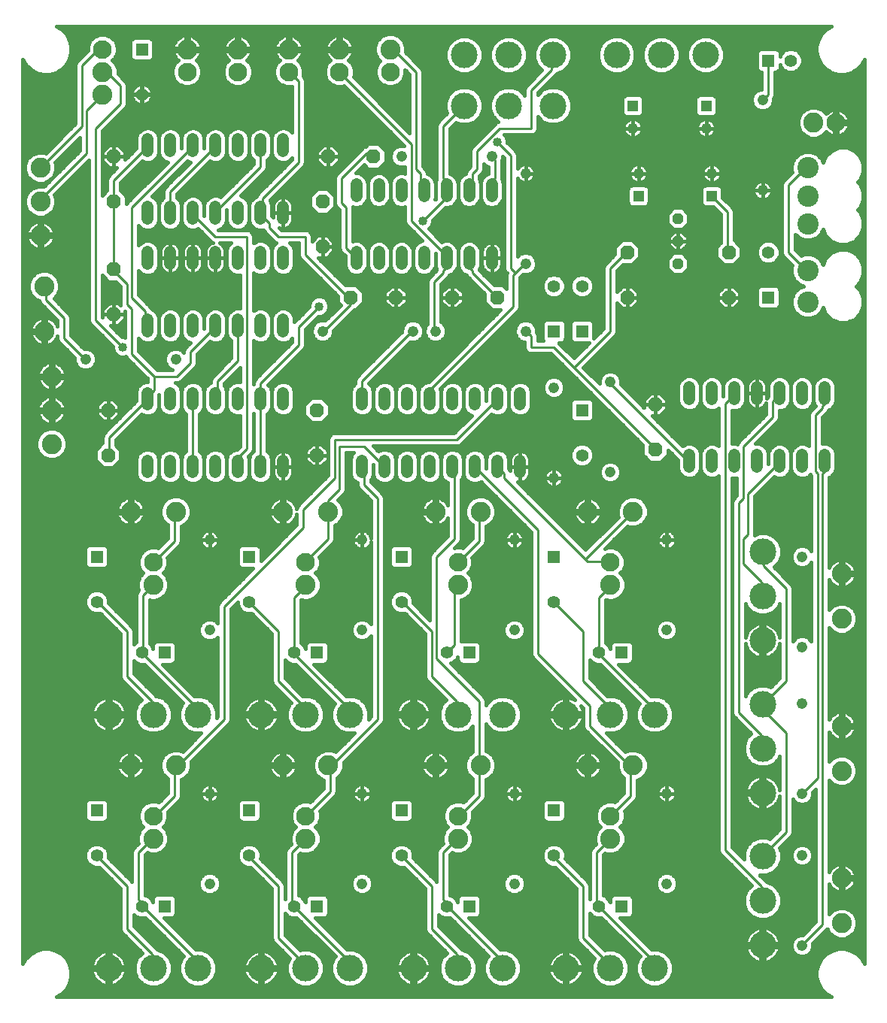
<source format=gbl>
G75*
G70*
%OFA0B0*%
%FSLAX24Y24*%
%IPPOS*%
%LPD*%
%AMOC8*
5,1,8,0,0,1.08239X$1,22.5*
%
%ADD10C,0.0520*%
%ADD11C,0.0945*%
%ADD12C,0.0476*%
%ADD13C,0.0886*%
%ADD14OC8,0.0630*%
%ADD15R,0.0476X0.0476*%
%ADD16C,0.0554*%
%ADD17R,0.0554X0.0554*%
%ADD18C,0.1181*%
%ADD19C,0.0827*%
%ADD20OC8,0.0476*%
%ADD21C,0.0160*%
%ADD22C,0.0100*%
%ADD23C,0.0400*%
D10*
X006181Y023921D02*
X006181Y024441D01*
X007181Y024441D02*
X007181Y023921D01*
X008181Y023921D02*
X008181Y024441D01*
X009181Y024441D02*
X009181Y023921D01*
X010181Y023921D02*
X010181Y024441D01*
X011181Y024441D02*
X011181Y023921D01*
X012181Y023921D02*
X012181Y024441D01*
X012181Y026921D02*
X012181Y027441D01*
X011181Y027441D02*
X011181Y026921D01*
X010181Y026921D02*
X010181Y027441D01*
X009181Y027441D02*
X009181Y026921D01*
X008181Y026921D02*
X008181Y027441D01*
X007181Y027441D02*
X007181Y026921D01*
X006181Y026921D02*
X006181Y027441D01*
X006181Y030171D02*
X006181Y030691D01*
X007181Y030691D02*
X007181Y030171D01*
X008181Y030171D02*
X008181Y030691D01*
X009181Y030691D02*
X009181Y030171D01*
X010181Y030171D02*
X010181Y030691D01*
X011181Y030691D02*
X011181Y030171D01*
X012181Y030171D02*
X012181Y030691D01*
X012181Y033171D02*
X012181Y033691D01*
X011181Y033691D02*
X011181Y033171D01*
X010181Y033171D02*
X010181Y033691D01*
X009181Y033691D02*
X009181Y033171D01*
X008181Y033171D02*
X008181Y033691D01*
X007181Y033691D02*
X007181Y033171D01*
X006181Y033171D02*
X006181Y033691D01*
X006181Y035171D02*
X006181Y035691D01*
X007181Y035691D02*
X007181Y035171D01*
X008181Y035171D02*
X008181Y035691D01*
X009181Y035691D02*
X009181Y035171D01*
X010181Y035171D02*
X010181Y035691D01*
X011181Y035691D02*
X011181Y035171D01*
X012181Y035171D02*
X012181Y035691D01*
X012181Y038171D02*
X012181Y038691D01*
X011181Y038691D02*
X011181Y038171D01*
X010181Y038171D02*
X010181Y038691D01*
X009181Y038691D02*
X009181Y038171D01*
X008181Y038171D02*
X008181Y038691D01*
X007181Y038691D02*
X007181Y038171D01*
X006181Y038171D02*
X006181Y038691D01*
X015431Y036691D02*
X015431Y036171D01*
X016431Y036171D02*
X016431Y036691D01*
X017431Y036691D02*
X017431Y036171D01*
X018431Y036171D02*
X018431Y036691D01*
X019431Y036691D02*
X019431Y036171D01*
X020431Y036171D02*
X020431Y036691D01*
X021431Y036691D02*
X021431Y036171D01*
X021431Y033691D02*
X021431Y033171D01*
X020431Y033171D02*
X020431Y033691D01*
X019431Y033691D02*
X019431Y033171D01*
X018431Y033171D02*
X018431Y033691D01*
X017431Y033691D02*
X017431Y033171D01*
X016431Y033171D02*
X016431Y033691D01*
X015431Y033691D02*
X015431Y033171D01*
X015681Y027441D02*
X015681Y026921D01*
X016681Y026921D02*
X016681Y027441D01*
X017681Y027441D02*
X017681Y026921D01*
X018681Y026921D02*
X018681Y027441D01*
X019681Y027441D02*
X019681Y026921D01*
X020681Y026921D02*
X020681Y027441D01*
X021681Y027441D02*
X021681Y026921D01*
X022681Y026921D02*
X022681Y027441D01*
X022681Y024441D02*
X022681Y023921D01*
X021681Y023921D02*
X021681Y024441D01*
X020681Y024441D02*
X020681Y023921D01*
X019681Y023921D02*
X019681Y024441D01*
X018681Y024441D02*
X018681Y023921D01*
X017681Y023921D02*
X017681Y024441D01*
X016681Y024441D02*
X016681Y023921D01*
X015681Y023921D02*
X015681Y024441D01*
X030181Y024171D02*
X030181Y024691D01*
X031181Y024691D02*
X031181Y024171D01*
X032181Y024171D02*
X032181Y024691D01*
X033181Y024691D02*
X033181Y024171D01*
X034181Y024171D02*
X034181Y024691D01*
X035181Y024691D02*
X035181Y024171D01*
X036181Y024171D02*
X036181Y024691D01*
X036181Y027171D02*
X036181Y027691D01*
X035181Y027691D02*
X035181Y027171D01*
X034181Y027171D02*
X034181Y027691D01*
X033181Y027691D02*
X033181Y027171D01*
X032181Y027171D02*
X032181Y027691D01*
X031181Y027691D02*
X031181Y027171D01*
X030181Y027171D02*
X030181Y027691D01*
D11*
X035431Y031481D03*
X035431Y032881D03*
X035431Y034931D03*
X035431Y036181D03*
X035431Y037431D03*
D12*
X033431Y036431D03*
X031181Y037181D03*
X030931Y039181D03*
X033431Y040431D03*
X027931Y037181D03*
X027681Y039181D03*
X022931Y037181D03*
X021431Y037931D03*
X017431Y037931D03*
X022931Y033181D03*
X022931Y030181D03*
X024181Y027681D03*
X026681Y027931D03*
X026681Y023931D03*
X029181Y020931D03*
X029181Y016931D03*
X024181Y023681D03*
X022431Y020931D03*
X022431Y016931D03*
X022431Y009681D03*
X022431Y005681D03*
X029181Y005681D03*
X029181Y009681D03*
X035181Y009681D03*
X035181Y006931D03*
X035181Y002931D03*
X035181Y013681D03*
X035181Y016181D03*
X035181Y020181D03*
X018931Y030181D03*
X017931Y030181D03*
X013931Y030181D03*
X007431Y028931D03*
X003431Y028931D03*
X008931Y020931D03*
X008931Y016931D03*
X015681Y016931D03*
X015681Y020931D03*
X015681Y009681D03*
X015681Y005681D03*
X008931Y005681D03*
X008931Y009681D03*
D13*
X007431Y010931D03*
X005431Y010931D03*
X006431Y007681D03*
X012181Y010931D03*
X014181Y010931D03*
X013181Y007681D03*
X018931Y010931D03*
X020931Y010931D03*
X019931Y007681D03*
X025681Y010931D03*
X027681Y010931D03*
X026681Y007681D03*
X026681Y018931D03*
X025681Y022181D03*
X027681Y022181D03*
X020931Y022181D03*
X018931Y022181D03*
X019931Y018931D03*
X014181Y022181D03*
X012181Y022181D03*
X013181Y018931D03*
X007431Y022181D03*
X005431Y022181D03*
X006431Y018931D03*
X001931Y025181D03*
X001931Y026681D03*
X001931Y028181D03*
X001606Y030181D03*
X001606Y032181D03*
X001431Y034431D03*
X001431Y035931D03*
X001431Y037431D03*
X004181Y040681D03*
X004181Y041681D03*
X007931Y042681D03*
X010181Y042681D03*
X012431Y042681D03*
X014681Y042681D03*
X016931Y042681D03*
X035681Y039431D03*
X036931Y019431D03*
X036931Y017431D03*
X036931Y012681D03*
X036931Y010681D03*
X036931Y005931D03*
X036931Y003931D03*
D14*
X028681Y024931D03*
X028681Y026931D03*
X027431Y031681D03*
X027431Y033681D03*
X031931Y033681D03*
X031931Y031681D03*
X021681Y031681D03*
X019681Y031681D03*
X017181Y031681D03*
X015181Y031681D03*
X013931Y033931D03*
X013931Y035931D03*
X014181Y037931D03*
X016181Y037931D03*
X013681Y026681D03*
X013681Y024681D03*
X004681Y030931D03*
X004681Y032931D03*
X004681Y035931D03*
X004681Y037931D03*
X004431Y026681D03*
X004431Y024681D03*
D15*
X027681Y040181D03*
X030931Y040181D03*
X031181Y036181D03*
X027931Y036181D03*
D16*
X025431Y032181D03*
X024181Y032181D03*
X025431Y024681D03*
X024181Y018181D03*
X026181Y015931D03*
X019431Y015931D03*
X017431Y018181D03*
X012681Y015931D03*
X010681Y018181D03*
X005931Y015931D03*
X003931Y018181D03*
X003931Y006931D03*
X005931Y004681D03*
X010681Y006931D03*
X012681Y004681D03*
X017431Y006931D03*
X019431Y004681D03*
X024181Y006931D03*
X026181Y004681D03*
X033681Y033681D03*
X034681Y042181D03*
X005931Y040681D03*
D17*
X005931Y042681D03*
X024181Y030181D03*
X025431Y030181D03*
X025431Y026681D03*
X024181Y020181D03*
X027181Y015931D03*
X024181Y008931D03*
X027181Y004681D03*
X020431Y004681D03*
X017431Y008931D03*
X013681Y004681D03*
X010681Y008931D03*
X006931Y004681D03*
X003931Y008931D03*
X006931Y015931D03*
X003931Y020181D03*
X010681Y020181D03*
X013681Y015931D03*
X017431Y020181D03*
X020431Y015931D03*
X033681Y031681D03*
X033681Y042181D03*
D18*
X030900Y042431D03*
X028931Y042431D03*
X026963Y042431D03*
X024150Y042431D03*
X022181Y042431D03*
X020213Y042431D03*
X020213Y040181D03*
X022181Y040181D03*
X024150Y040181D03*
X033431Y020400D03*
X033431Y018431D03*
X033431Y016463D03*
X033431Y013650D03*
X033431Y011681D03*
X033431Y009713D03*
X033431Y006900D03*
X033431Y004931D03*
X033431Y002963D03*
X028650Y001931D03*
X026681Y001931D03*
X024713Y001931D03*
X021900Y001931D03*
X019931Y001931D03*
X017963Y001931D03*
X015150Y001931D03*
X013181Y001931D03*
X011213Y001931D03*
X008400Y001931D03*
X006431Y001931D03*
X004463Y001931D03*
X004463Y013181D03*
X006431Y013181D03*
X008400Y013181D03*
X011213Y013181D03*
X013181Y013181D03*
X015150Y013181D03*
X017963Y013181D03*
X019931Y013181D03*
X021900Y013181D03*
X024713Y013181D03*
X026681Y013181D03*
X028650Y013181D03*
D19*
X026681Y008681D03*
X019931Y008681D03*
X013181Y008681D03*
X006431Y008681D03*
X006431Y019931D03*
X013181Y019931D03*
X019931Y019931D03*
X026681Y019931D03*
X036681Y039431D03*
X016931Y041681D03*
X014681Y041681D03*
X012431Y041681D03*
X010181Y041681D03*
X007931Y041681D03*
X004181Y042681D03*
D20*
X029681Y035181D03*
X029681Y034181D03*
X029681Y033181D03*
D21*
X000661Y042228D02*
X000661Y002134D01*
X000793Y002363D01*
X001000Y002570D01*
X001253Y002716D01*
X001535Y002791D01*
X001828Y002791D01*
X002110Y002716D01*
X002363Y002570D01*
X002570Y002363D01*
X002716Y002110D01*
X002791Y001828D01*
X002791Y001535D01*
X002716Y001253D01*
X002570Y001000D01*
X002363Y000793D01*
X002134Y000661D01*
X036478Y000661D01*
X036250Y000793D01*
X036043Y001000D01*
X035897Y001253D01*
X035821Y001535D01*
X035821Y001828D01*
X035897Y002110D01*
X036043Y002363D01*
X036250Y002570D01*
X036503Y002716D01*
X036785Y002791D01*
X037078Y002791D01*
X037360Y002716D01*
X037613Y002570D01*
X037820Y002363D01*
X037951Y002134D01*
X037951Y042228D01*
X037820Y042000D01*
X037613Y041793D01*
X037360Y041647D01*
X037078Y041571D01*
X036785Y041571D01*
X036503Y041647D01*
X036250Y041793D01*
X036043Y042000D01*
X035897Y042253D01*
X035821Y042535D01*
X035821Y042828D01*
X035897Y043110D01*
X036043Y043363D01*
X036250Y043570D01*
X036478Y043701D01*
X002134Y043701D01*
X002363Y043570D01*
X002570Y043363D01*
X002716Y043110D01*
X002791Y042828D01*
X002791Y042535D01*
X002716Y042253D01*
X002570Y042000D01*
X002363Y041793D01*
X002110Y041647D01*
X001828Y041571D01*
X001535Y041571D01*
X001253Y041647D01*
X001000Y041793D01*
X000793Y042000D01*
X000661Y042228D01*
X000661Y042195D02*
X000680Y042195D01*
X000661Y042037D02*
X000772Y042037D01*
X000661Y041878D02*
X000915Y041878D01*
X001127Y041720D02*
X000661Y041720D01*
X000661Y041561D02*
X002991Y041561D01*
X002991Y041403D02*
X000661Y041403D01*
X000661Y041244D02*
X002991Y041244D01*
X002991Y041086D02*
X000661Y041086D01*
X000661Y040927D02*
X002991Y040927D01*
X002991Y040769D02*
X000661Y040769D01*
X000661Y040610D02*
X002991Y040610D01*
X002991Y040451D02*
X000661Y040451D01*
X000661Y040293D02*
X002991Y040293D01*
X002991Y040134D02*
X000661Y040134D01*
X000661Y039976D02*
X002991Y039976D01*
X002991Y039817D02*
X000661Y039817D01*
X000661Y039659D02*
X002991Y039659D01*
X002991Y039500D02*
X000661Y039500D01*
X000661Y039342D02*
X002932Y039342D01*
X002991Y039401D02*
X001664Y038074D01*
X001567Y038114D01*
X001296Y038114D01*
X001045Y038010D01*
X000852Y037818D01*
X000749Y037567D01*
X000749Y037296D01*
X000852Y037045D01*
X001045Y036852D01*
X001296Y036749D01*
X001567Y036749D01*
X001818Y036852D01*
X002010Y037045D01*
X002114Y037296D01*
X002114Y037567D01*
X002074Y037664D01*
X003191Y038781D01*
X003191Y038202D01*
X001593Y036603D01*
X001567Y036614D01*
X001296Y036614D01*
X001045Y036510D01*
X000852Y036318D01*
X000749Y036067D01*
X000749Y035796D01*
X000852Y035545D01*
X001045Y035352D01*
X001296Y035249D01*
X001567Y035249D01*
X001818Y035352D01*
X002010Y035545D01*
X002114Y035796D01*
X002114Y036067D01*
X002045Y036235D01*
X003591Y037781D01*
X003591Y030624D01*
X003636Y030517D01*
X003717Y030436D01*
X004641Y029511D01*
X004641Y029394D01*
X004708Y029232D01*
X004832Y029108D01*
X004994Y029041D01*
X005169Y029041D01*
X005217Y029061D01*
X005236Y029017D01*
X006191Y028061D01*
X006191Y027941D01*
X006082Y027941D01*
X005898Y027865D01*
X005758Y027725D01*
X005681Y027541D01*
X005681Y027092D01*
X004317Y025727D01*
X004236Y025646D01*
X004191Y025539D01*
X004191Y025226D01*
X003876Y024911D01*
X003876Y024452D01*
X004202Y024126D01*
X004661Y024126D01*
X004986Y024452D01*
X004986Y024911D01*
X004771Y025126D01*
X004771Y025361D01*
X005905Y026495D01*
X006082Y026421D01*
X006281Y026421D01*
X006465Y026498D01*
X006605Y026638D01*
X006681Y026822D01*
X006681Y027371D01*
X006681Y027371D01*
X006681Y026822D01*
X006758Y026638D01*
X006898Y026498D01*
X007082Y026421D01*
X007281Y026421D01*
X007465Y026498D01*
X007605Y026638D01*
X007681Y026822D01*
X007681Y027541D01*
X007605Y027725D01*
X007465Y027865D01*
X007401Y027891D01*
X007539Y027891D01*
X007646Y027936D01*
X007727Y028017D01*
X007727Y028017D01*
X008327Y028617D01*
X008371Y028724D01*
X008371Y028839D01*
X008371Y029161D01*
X008940Y029730D01*
X009082Y029671D01*
X009281Y029671D01*
X009465Y029748D01*
X009605Y029888D01*
X009681Y030072D01*
X009681Y030791D01*
X009605Y030975D01*
X009465Y031115D01*
X009281Y031191D01*
X009082Y031191D01*
X008898Y031115D01*
X008758Y030975D01*
X008681Y030791D01*
X008605Y030975D01*
X008465Y031115D01*
X008281Y031191D01*
X008082Y031191D01*
X007898Y031115D01*
X007758Y030975D01*
X007681Y030791D01*
X007605Y030975D01*
X007465Y031115D01*
X007281Y031191D01*
X007082Y031191D01*
X006898Y031115D01*
X006758Y030975D01*
X006681Y030791D01*
X006605Y030975D01*
X006465Y031115D01*
X006364Y031157D01*
X006327Y031246D01*
X006246Y031327D01*
X005771Y031802D01*
X005771Y032874D01*
X005898Y032748D01*
X006082Y032671D01*
X006281Y032671D01*
X006465Y032748D01*
X006605Y032888D01*
X006681Y033072D01*
X006681Y033791D01*
X006605Y033975D01*
X006465Y034115D01*
X006281Y034191D01*
X006082Y034191D01*
X005898Y034115D01*
X005771Y033988D01*
X005771Y034874D01*
X005898Y034748D01*
X006082Y034671D01*
X006281Y034671D01*
X006465Y034748D01*
X006605Y034888D01*
X006681Y035072D01*
X006681Y035791D01*
X006605Y035975D01*
X006465Y036115D01*
X006366Y036156D01*
X007940Y037730D01*
X008067Y037677D01*
X007017Y036627D01*
X006936Y036546D01*
X006891Y036439D01*
X006891Y036109D01*
X006758Y035975D01*
X006681Y035791D01*
X006681Y035072D01*
X006758Y034888D01*
X006898Y034748D01*
X007082Y034671D01*
X007281Y034671D01*
X007465Y034748D01*
X007605Y034888D01*
X007681Y035072D01*
X007681Y035791D01*
X007605Y035975D01*
X007471Y036109D01*
X007471Y036261D01*
X008940Y037730D01*
X009082Y037671D01*
X009281Y037671D01*
X009465Y037748D01*
X009605Y037888D01*
X009681Y038072D01*
X009681Y038791D01*
X009605Y038975D01*
X009465Y039115D01*
X009281Y039191D01*
X009082Y039191D01*
X008898Y039115D01*
X008758Y038975D01*
X008681Y038791D01*
X008605Y038975D01*
X008465Y039115D01*
X008281Y039191D01*
X008082Y039191D01*
X007898Y039115D01*
X007758Y038975D01*
X007681Y038791D01*
X007605Y038975D01*
X007465Y039115D01*
X007281Y039191D01*
X007082Y039191D01*
X006898Y039115D01*
X006758Y038975D01*
X006681Y038791D01*
X006605Y038975D01*
X006465Y039115D01*
X006281Y039191D01*
X006082Y039191D01*
X005898Y039115D01*
X005758Y038975D01*
X005681Y038791D01*
X005681Y038292D01*
X005176Y037786D01*
X005176Y037931D01*
X004682Y037931D01*
X004682Y037932D01*
X004681Y037932D01*
X004681Y038426D01*
X004476Y038426D01*
X004186Y038136D01*
X004186Y037932D01*
X004681Y037932D01*
X004681Y037931D01*
X004682Y037931D01*
X004682Y037436D01*
X004826Y037436D01*
X004517Y037127D01*
X004436Y037046D01*
X004391Y036939D01*
X004391Y036426D01*
X004171Y036206D01*
X004171Y039061D01*
X005146Y040036D01*
X005227Y040117D01*
X005271Y040224D01*
X005271Y041024D01*
X005271Y041139D01*
X005227Y041246D01*
X004864Y041609D01*
X004864Y041817D01*
X004760Y042068D01*
X004626Y042202D01*
X004735Y042311D01*
X004835Y042551D01*
X004835Y042811D01*
X004735Y043051D01*
X004551Y043235D01*
X004311Y043335D01*
X004051Y043335D01*
X003811Y043235D01*
X003627Y043051D01*
X003528Y042811D01*
X003528Y042638D01*
X003036Y042146D01*
X002991Y042039D01*
X002991Y041924D01*
X002991Y039401D01*
X002773Y039183D02*
X000661Y039183D01*
X000661Y039025D02*
X002614Y039025D01*
X002456Y038866D02*
X000661Y038866D01*
X000661Y038707D02*
X002297Y038707D01*
X002139Y038549D02*
X000661Y038549D01*
X000661Y038390D02*
X001980Y038390D01*
X001822Y038232D02*
X000661Y038232D01*
X000661Y038073D02*
X001197Y038073D01*
X000949Y037915D02*
X000661Y037915D01*
X000661Y037756D02*
X000827Y037756D01*
X000761Y037598D02*
X000661Y037598D01*
X000661Y037439D02*
X000749Y037439D01*
X000755Y037281D02*
X000661Y037281D01*
X000661Y037122D02*
X000820Y037122D01*
X000934Y036963D02*
X000661Y036963D01*
X000661Y036805D02*
X001159Y036805D01*
X001022Y036488D02*
X000661Y036488D01*
X000661Y036646D02*
X001636Y036646D01*
X001703Y036805D02*
X001795Y036805D01*
X001929Y036963D02*
X001953Y036963D01*
X002042Y037122D02*
X002112Y037122D01*
X002108Y037281D02*
X002270Y037281D01*
X002114Y037439D02*
X002429Y037439D01*
X002588Y037598D02*
X002102Y037598D01*
X002166Y037756D02*
X002746Y037756D01*
X002905Y037915D02*
X002325Y037915D01*
X002483Y038073D02*
X003063Y038073D01*
X003191Y038232D02*
X002642Y038232D01*
X002800Y038390D02*
X003191Y038390D01*
X003191Y038549D02*
X002959Y038549D01*
X003118Y038707D02*
X003191Y038707D01*
X004171Y038707D02*
X005681Y038707D01*
X005681Y038549D02*
X004171Y038549D01*
X004171Y038390D02*
X004440Y038390D01*
X004282Y038232D02*
X004171Y038232D01*
X004171Y038073D02*
X004186Y038073D01*
X004186Y037931D02*
X004186Y037726D01*
X004476Y037436D01*
X004681Y037436D01*
X004681Y037931D01*
X004186Y037931D01*
X004186Y037915D02*
X004171Y037915D01*
X004171Y037756D02*
X004186Y037756D01*
X004171Y037598D02*
X004315Y037598D01*
X004171Y037439D02*
X004474Y037439D01*
X004681Y037439D02*
X004682Y037439D01*
X004681Y037598D02*
X004682Y037598D01*
X004681Y037756D02*
X004682Y037756D01*
X004681Y037915D02*
X004682Y037915D01*
X004682Y037932D02*
X005176Y037932D01*
X005176Y038136D01*
X004886Y038426D01*
X004682Y038426D01*
X004682Y037932D01*
X004681Y038073D02*
X004682Y038073D01*
X004681Y038232D02*
X004682Y038232D01*
X004681Y038390D02*
X004682Y038390D01*
X004922Y038390D02*
X005681Y038390D01*
X005622Y038232D02*
X005081Y038232D01*
X005176Y038073D02*
X005463Y038073D01*
X005305Y037915D02*
X005176Y037915D01*
X005649Y037439D02*
X006829Y037439D01*
X006670Y037281D02*
X005491Y037281D01*
X005332Y037122D02*
X006512Y037122D01*
X006353Y036963D02*
X005174Y036963D01*
X005015Y036805D02*
X006195Y036805D01*
X006036Y036646D02*
X004971Y036646D01*
X004971Y036761D02*
X005940Y037730D01*
X006082Y037671D01*
X006281Y037671D01*
X006465Y037748D01*
X006605Y037888D01*
X006681Y038072D01*
X006681Y038791D01*
X006681Y038072D01*
X006758Y037888D01*
X006898Y037748D01*
X007067Y037677D01*
X005317Y035927D01*
X005236Y035846D01*
X005236Y036161D01*
X004971Y036426D01*
X004971Y036761D01*
X004971Y036488D02*
X005878Y036488D01*
X005719Y036329D02*
X005068Y036329D01*
X005227Y036171D02*
X005561Y036171D01*
X005402Y036012D02*
X005236Y036012D01*
X005236Y035854D02*
X005244Y035854D01*
X004294Y036329D02*
X004171Y036329D01*
X004171Y036488D02*
X004391Y036488D01*
X004391Y036646D02*
X004171Y036646D01*
X004171Y036805D02*
X004391Y036805D01*
X004402Y036963D02*
X004171Y036963D01*
X004171Y037122D02*
X004512Y037122D01*
X004670Y037281D02*
X004171Y037281D01*
X003591Y037281D02*
X003091Y037281D01*
X003249Y037439D02*
X003591Y037439D01*
X003591Y037598D02*
X003408Y037598D01*
X003566Y037756D02*
X003591Y037756D01*
X003591Y037122D02*
X002932Y037122D01*
X002774Y036963D02*
X003591Y036963D01*
X003591Y036805D02*
X002615Y036805D01*
X002456Y036646D02*
X003591Y036646D01*
X003591Y036488D02*
X002298Y036488D01*
X002139Y036329D02*
X003591Y036329D01*
X003591Y036171D02*
X002071Y036171D01*
X002114Y036012D02*
X003591Y036012D01*
X003591Y035854D02*
X002114Y035854D01*
X002073Y035695D02*
X003591Y035695D01*
X003591Y035537D02*
X002002Y035537D01*
X001844Y035378D02*
X003591Y035378D01*
X003591Y035219D02*
X000661Y035219D01*
X000661Y035061D02*
X003591Y035061D01*
X003591Y034902D02*
X001841Y034902D01*
X001837Y034907D02*
X001758Y034964D01*
X001671Y035009D01*
X001577Y035039D01*
X001499Y035051D01*
X001499Y034499D01*
X001364Y034499D01*
X001364Y035051D01*
X001286Y035039D01*
X001192Y035009D01*
X001105Y034964D01*
X001026Y034907D01*
X000956Y034837D01*
X000899Y034758D01*
X000854Y034671D01*
X000824Y034577D01*
X000811Y034499D01*
X001364Y034499D01*
X001364Y034364D01*
X000811Y034364D01*
X000824Y034286D01*
X000854Y034192D01*
X000899Y034105D01*
X000956Y034026D01*
X001026Y033956D01*
X001105Y033899D01*
X001192Y033854D01*
X001286Y033824D01*
X001364Y033811D01*
X001364Y034364D01*
X001499Y034364D01*
X001499Y034499D01*
X002051Y034499D01*
X002039Y034577D01*
X002009Y034671D01*
X001964Y034758D01*
X001907Y034837D01*
X001837Y034907D01*
X001971Y034744D02*
X003591Y034744D01*
X003591Y034585D02*
X002036Y034585D01*
X002051Y034364D02*
X001499Y034364D01*
X001499Y033811D01*
X001577Y033824D01*
X001671Y033854D01*
X001758Y033899D01*
X001837Y033956D01*
X001907Y034026D01*
X001964Y034105D01*
X002009Y034192D01*
X002039Y034286D01*
X002051Y034364D01*
X002033Y034268D02*
X003591Y034268D01*
X003591Y034110D02*
X001967Y034110D01*
X001830Y033951D02*
X003591Y033951D01*
X003591Y033793D02*
X000661Y033793D01*
X000661Y033951D02*
X001033Y033951D01*
X000896Y034110D02*
X000661Y034110D01*
X000661Y034268D02*
X000829Y034268D01*
X000661Y034427D02*
X001364Y034427D01*
X001499Y034427D02*
X003591Y034427D01*
X003591Y033634D02*
X000661Y033634D01*
X000661Y033476D02*
X003591Y033476D01*
X003591Y033317D02*
X000661Y033317D01*
X000661Y033158D02*
X003591Y033158D01*
X003591Y033000D02*
X000661Y033000D01*
X000661Y032841D02*
X001415Y032841D01*
X001471Y032864D02*
X001220Y032760D01*
X001027Y032568D01*
X000924Y032317D01*
X000924Y032046D01*
X001027Y031795D01*
X001220Y031602D01*
X001391Y031531D01*
X001391Y031524D01*
X001436Y031417D01*
X001517Y031336D01*
X002191Y030661D01*
X002191Y030397D01*
X002184Y030421D01*
X002139Y030508D01*
X002082Y030587D01*
X002012Y030657D01*
X001933Y030714D01*
X001846Y030759D01*
X001752Y030789D01*
X001674Y030801D01*
X001674Y030249D01*
X001539Y030249D01*
X001539Y030801D01*
X001461Y030789D01*
X001367Y030759D01*
X001280Y030714D01*
X001201Y030657D01*
X001131Y030587D01*
X001074Y030508D01*
X001029Y030421D01*
X000999Y030327D01*
X000986Y030249D01*
X001539Y030249D01*
X001539Y030114D01*
X001674Y030114D01*
X001674Y029561D01*
X001752Y029574D01*
X001846Y029604D01*
X001933Y029649D01*
X002012Y029706D01*
X002082Y029776D01*
X002139Y029855D01*
X002184Y029942D01*
X002191Y029966D01*
X002191Y029824D01*
X002236Y029717D01*
X002317Y029636D01*
X002954Y028999D01*
X002954Y028836D01*
X003026Y028661D01*
X003161Y028526D01*
X003336Y028454D01*
X003526Y028454D01*
X003702Y028526D01*
X003836Y028661D01*
X003909Y028836D01*
X003909Y029026D01*
X003836Y029202D01*
X003702Y029336D01*
X003526Y029409D01*
X003364Y029409D01*
X002771Y030002D01*
X002771Y030724D01*
X002771Y030839D01*
X002727Y030946D01*
X002032Y031641D01*
X002185Y031795D01*
X002289Y032046D01*
X002289Y032317D01*
X002185Y032568D01*
X001993Y032760D01*
X001742Y032864D01*
X001471Y032864D01*
X001798Y032841D02*
X003591Y032841D01*
X003591Y032683D02*
X002071Y032683D01*
X002204Y032524D02*
X003591Y032524D01*
X003591Y032366D02*
X002269Y032366D01*
X002289Y032207D02*
X003591Y032207D01*
X003591Y032049D02*
X002289Y032049D01*
X002225Y031890D02*
X003591Y031890D01*
X003591Y031732D02*
X002122Y031732D01*
X002100Y031573D02*
X003591Y031573D01*
X003591Y031414D02*
X002258Y031414D01*
X002417Y031256D02*
X003591Y031256D01*
X003591Y031097D02*
X002576Y031097D01*
X002730Y030939D02*
X003591Y030939D01*
X003591Y030780D02*
X002771Y030780D01*
X002771Y030622D02*
X003592Y030622D01*
X003689Y030463D02*
X002771Y030463D01*
X002771Y030305D02*
X003848Y030305D01*
X004007Y030146D02*
X002771Y030146D01*
X002785Y029988D02*
X004165Y029988D01*
X004324Y029829D02*
X002944Y029829D01*
X003102Y029670D02*
X004482Y029670D01*
X004641Y029512D02*
X003261Y029512D01*
X003661Y029353D02*
X004658Y029353D01*
X004746Y029195D02*
X003839Y029195D01*
X003905Y029036D02*
X005228Y029036D01*
X005375Y028878D02*
X003909Y028878D01*
X003861Y028719D02*
X005533Y028719D01*
X005692Y028561D02*
X003736Y028561D01*
X003126Y028561D02*
X002426Y028561D01*
X002407Y028587D02*
X002337Y028657D01*
X002258Y028714D01*
X002171Y028759D01*
X002077Y028789D01*
X001999Y028801D01*
X001999Y028249D01*
X001864Y028249D01*
X001864Y028801D01*
X001786Y028789D01*
X001692Y028759D01*
X001605Y028714D01*
X001526Y028657D01*
X001456Y028587D01*
X001399Y028508D01*
X001354Y028421D01*
X001324Y028327D01*
X001311Y028249D01*
X001864Y028249D01*
X001864Y028114D01*
X001311Y028114D01*
X001324Y028036D01*
X001354Y027942D01*
X001399Y027855D01*
X001456Y027776D01*
X001526Y027706D01*
X001605Y027649D01*
X001692Y027604D01*
X001786Y027574D01*
X001864Y027561D01*
X001864Y028114D01*
X001999Y028114D01*
X001999Y028249D01*
X002551Y028249D01*
X002539Y028327D01*
X002509Y028421D01*
X002464Y028508D01*
X002407Y028587D01*
X002248Y028719D02*
X003002Y028719D01*
X002954Y028878D02*
X000661Y028878D01*
X000661Y029036D02*
X002916Y029036D01*
X002758Y029195D02*
X000661Y029195D01*
X000661Y029353D02*
X002599Y029353D01*
X002441Y029512D02*
X000661Y029512D01*
X000661Y029670D02*
X001250Y029670D01*
X001280Y029649D02*
X001367Y029604D01*
X001461Y029574D01*
X001539Y029561D01*
X001539Y030114D01*
X000986Y030114D01*
X000999Y030036D01*
X001029Y029942D01*
X001074Y029855D01*
X001131Y029776D01*
X001201Y029706D01*
X001280Y029649D01*
X001539Y029670D02*
X001674Y029670D01*
X001674Y029829D02*
X001539Y029829D01*
X001539Y029988D02*
X001674Y029988D01*
X001539Y030146D02*
X000661Y030146D01*
X000661Y029988D02*
X001014Y029988D01*
X001092Y029829D02*
X000661Y029829D01*
X000661Y030305D02*
X000995Y030305D01*
X001051Y030463D02*
X000661Y030463D01*
X000661Y030622D02*
X001166Y030622D01*
X001434Y030780D02*
X000661Y030780D01*
X000661Y030939D02*
X001914Y030939D01*
X001779Y030780D02*
X002072Y030780D01*
X002047Y030622D02*
X002191Y030622D01*
X002191Y030463D02*
X002162Y030463D01*
X001674Y030463D02*
X001539Y030463D01*
X001539Y030305D02*
X001674Y030305D01*
X001674Y030622D02*
X001539Y030622D01*
X001539Y030780D02*
X001674Y030780D01*
X001755Y031097D02*
X000661Y031097D01*
X000661Y031256D02*
X001597Y031256D01*
X001438Y031414D02*
X000661Y031414D01*
X000661Y031573D02*
X001291Y031573D01*
X001091Y031732D02*
X000661Y031732D01*
X000661Y031890D02*
X000988Y031890D01*
X000924Y032049D02*
X000661Y032049D01*
X000661Y032207D02*
X000924Y032207D01*
X000944Y032366D02*
X000661Y032366D01*
X000661Y032524D02*
X001009Y032524D01*
X001142Y032683D02*
X000661Y032683D01*
X001364Y033951D02*
X001499Y033951D01*
X001499Y034110D02*
X001364Y034110D01*
X001364Y034268D02*
X001499Y034268D01*
X001499Y034585D02*
X001364Y034585D01*
X001364Y034744D02*
X001499Y034744D01*
X001499Y034902D02*
X001364Y034902D01*
X001021Y034902D02*
X000661Y034902D01*
X000661Y034744D02*
X000892Y034744D01*
X000826Y034585D02*
X000661Y034585D01*
X000661Y035378D02*
X001019Y035378D01*
X000860Y035537D02*
X000661Y035537D01*
X000661Y035695D02*
X000790Y035695D01*
X000749Y035854D02*
X000661Y035854D01*
X000661Y036012D02*
X000749Y036012D01*
X000791Y036171D02*
X000661Y036171D01*
X000661Y036329D02*
X000864Y036329D01*
X004171Y038866D02*
X005713Y038866D01*
X005807Y039025D02*
X004171Y039025D01*
X004293Y039183D02*
X006062Y039183D01*
X006301Y039183D02*
X007062Y039183D01*
X007301Y039183D02*
X008062Y039183D01*
X008301Y039183D02*
X009062Y039183D01*
X009301Y039183D02*
X010062Y039183D01*
X010082Y039191D02*
X009898Y039115D01*
X009758Y038975D01*
X009681Y038791D01*
X009681Y038072D01*
X009758Y037888D01*
X009898Y037748D01*
X010082Y037671D01*
X010281Y037671D01*
X010465Y037748D01*
X010605Y037888D01*
X010681Y038072D01*
X010681Y038791D01*
X010605Y038975D01*
X010465Y039115D01*
X010281Y039191D01*
X010082Y039191D01*
X010301Y039183D02*
X011062Y039183D01*
X011082Y039191D02*
X010898Y039115D01*
X010758Y038975D01*
X010681Y038791D01*
X010681Y038072D01*
X010758Y037888D01*
X010891Y037754D01*
X010891Y037601D01*
X009423Y036133D01*
X009281Y036191D01*
X009082Y036191D01*
X008898Y036115D01*
X008758Y035975D01*
X008681Y035791D01*
X008605Y035975D01*
X008465Y036115D01*
X008281Y036191D01*
X008082Y036191D01*
X007898Y036115D01*
X007758Y035975D01*
X007681Y035791D01*
X007681Y035072D01*
X007758Y034888D01*
X007898Y034748D01*
X008082Y034671D01*
X008281Y034671D01*
X008423Y034730D01*
X008936Y034217D01*
X009017Y034136D01*
X009064Y034116D01*
X009012Y034099D01*
X008951Y034068D01*
X008895Y034027D01*
X008846Y033978D01*
X008805Y033922D01*
X008774Y033860D01*
X008752Y033794D01*
X008741Y033726D01*
X008741Y033432D01*
X009181Y033432D01*
X009181Y033431D01*
X009182Y033431D01*
X009182Y033432D01*
X009621Y033432D01*
X009621Y033726D01*
X009611Y033794D01*
X009589Y033860D01*
X009558Y033922D01*
X009517Y033978D01*
X009468Y034027D01*
X009412Y034068D01*
X009365Y034091D01*
X009874Y034091D01*
X009758Y033975D01*
X009681Y033791D01*
X009681Y033072D01*
X009758Y032888D01*
X009898Y032748D01*
X010082Y032671D01*
X010281Y032671D01*
X010291Y032676D01*
X010291Y031187D01*
X010281Y031191D01*
X010082Y031191D01*
X009898Y031115D01*
X009758Y030975D01*
X009681Y030791D01*
X009681Y030072D01*
X009758Y029888D01*
X009891Y029754D01*
X009891Y029002D01*
X009036Y028146D01*
X008991Y028039D01*
X008991Y027924D01*
X008991Y027904D01*
X008898Y027865D01*
X008758Y027725D01*
X008681Y027541D01*
X008605Y027725D01*
X008465Y027865D01*
X008281Y027941D01*
X008082Y027941D01*
X007898Y027865D01*
X007758Y027725D01*
X007681Y027541D01*
X007681Y026822D01*
X007758Y026638D01*
X007891Y026504D01*
X007891Y024859D01*
X007758Y024725D01*
X007681Y024541D01*
X007605Y024725D01*
X007465Y024865D01*
X007281Y024941D01*
X007082Y024941D01*
X006898Y024865D01*
X006758Y024725D01*
X006681Y024541D01*
X006605Y024725D01*
X006465Y024865D01*
X006281Y024941D01*
X006082Y024941D01*
X005898Y024865D01*
X005758Y024725D01*
X005681Y024541D01*
X005681Y023822D01*
X005758Y023638D01*
X005898Y023498D01*
X006082Y023421D01*
X006281Y023421D01*
X006465Y023498D01*
X006605Y023638D01*
X006681Y023822D01*
X006681Y024541D01*
X006681Y023822D01*
X006758Y023638D01*
X006898Y023498D01*
X007082Y023421D01*
X007281Y023421D01*
X007465Y023498D01*
X007605Y023638D01*
X007681Y023822D01*
X007681Y024541D01*
X007681Y023822D01*
X007758Y023638D01*
X007898Y023498D01*
X008082Y023421D01*
X008281Y023421D01*
X008465Y023498D01*
X008605Y023638D01*
X008681Y023822D01*
X008681Y024541D01*
X008605Y024725D01*
X008471Y024859D01*
X008471Y026504D01*
X008605Y026638D01*
X008681Y026822D01*
X008681Y027541D01*
X008681Y026822D01*
X008758Y026638D01*
X008898Y026498D01*
X009082Y026421D01*
X009281Y026421D01*
X009465Y026498D01*
X009605Y026638D01*
X009681Y026822D01*
X009681Y027541D01*
X009605Y027725D01*
X009571Y027758D01*
X009571Y027861D01*
X010291Y028581D01*
X010291Y027937D01*
X010281Y027941D01*
X010082Y027941D01*
X009898Y027865D01*
X009758Y027725D01*
X009681Y027541D01*
X009681Y026822D01*
X009758Y026638D01*
X009898Y026498D01*
X010082Y026421D01*
X010281Y026421D01*
X010291Y026426D01*
X010291Y025102D01*
X010131Y024941D01*
X010082Y024941D01*
X009898Y024865D01*
X009758Y024725D01*
X009681Y024541D01*
X009605Y024725D01*
X009465Y024865D01*
X009281Y024941D01*
X009082Y024941D01*
X008898Y024865D01*
X008758Y024725D01*
X008681Y024541D01*
X008681Y023822D01*
X008758Y023638D01*
X008898Y023498D01*
X009082Y023421D01*
X009281Y023421D01*
X009465Y023498D01*
X009605Y023638D01*
X009681Y023822D01*
X009681Y024541D01*
X009681Y023822D01*
X009758Y023638D01*
X009898Y023498D01*
X010082Y023421D01*
X010281Y023421D01*
X010465Y023498D01*
X010605Y023638D01*
X010681Y023822D01*
X010681Y024541D01*
X010643Y024633D01*
X010827Y024817D01*
X010871Y024924D01*
X010871Y025039D01*
X010871Y026524D01*
X010891Y026504D01*
X010891Y024859D01*
X010758Y024725D01*
X010681Y024541D01*
X010681Y023822D01*
X010758Y023638D01*
X010898Y023498D01*
X011082Y023421D01*
X011281Y023421D01*
X011465Y023498D01*
X011605Y023638D01*
X011681Y023822D01*
X011681Y024541D01*
X011605Y024725D01*
X011471Y024859D01*
X011471Y026504D01*
X011605Y026638D01*
X011681Y026822D01*
X011681Y027541D01*
X011605Y027725D01*
X011520Y027810D01*
X013127Y029417D01*
X013171Y029524D01*
X013171Y029639D01*
X013171Y030261D01*
X013752Y030841D01*
X013869Y030841D01*
X014031Y030908D01*
X014154Y031032D01*
X014221Y031194D01*
X014221Y031369D01*
X014154Y031531D01*
X014031Y031654D01*
X013869Y031721D01*
X013694Y031721D01*
X013532Y031654D01*
X013408Y031531D01*
X013341Y031369D01*
X013341Y031252D01*
X012717Y030627D01*
X012681Y030591D01*
X012681Y030791D01*
X012605Y030975D01*
X012465Y031115D01*
X012281Y031191D01*
X012082Y031191D01*
X011898Y031115D01*
X011758Y030975D01*
X011681Y030791D01*
X011605Y030975D01*
X011465Y031115D01*
X011281Y031191D01*
X011082Y031191D01*
X010898Y031115D01*
X010871Y031088D01*
X010871Y032774D01*
X010898Y032748D01*
X011082Y032671D01*
X011281Y032671D01*
X011465Y032748D01*
X011605Y032888D01*
X011681Y033072D01*
X011681Y033791D01*
X011605Y033975D01*
X011465Y034115D01*
X011281Y034191D01*
X011082Y034191D01*
X010898Y034115D01*
X010871Y034088D01*
X010871Y034439D01*
X010827Y034546D01*
X010746Y034627D01*
X010639Y034671D01*
X010524Y034671D01*
X009302Y034671D01*
X009295Y034677D01*
X009465Y034748D01*
X009605Y034888D01*
X009681Y035072D01*
X009681Y035571D01*
X009681Y035571D01*
X009681Y035072D01*
X009758Y034888D01*
X009898Y034748D01*
X010082Y034671D01*
X010281Y034671D01*
X010465Y034748D01*
X010605Y034888D01*
X010681Y035072D01*
X010681Y035791D01*
X010605Y035975D01*
X010465Y036115D01*
X010295Y036185D01*
X011346Y037236D01*
X011427Y037317D01*
X011471Y037424D01*
X011471Y037754D01*
X011605Y037888D01*
X011681Y038072D01*
X011681Y038791D01*
X011605Y038975D01*
X011465Y039115D01*
X011281Y039191D01*
X011082Y039191D01*
X011301Y039183D02*
X012062Y039183D01*
X012082Y039191D02*
X011898Y039115D01*
X011758Y038975D01*
X011681Y038791D01*
X011681Y038072D01*
X011758Y037888D01*
X011898Y037748D01*
X012082Y037671D01*
X012281Y037671D01*
X012465Y037748D01*
X012591Y037874D01*
X012591Y037802D01*
X011117Y036327D01*
X011036Y036246D01*
X010999Y036157D01*
X010898Y036115D01*
X010758Y035975D01*
X010681Y035791D01*
X010681Y035072D01*
X010758Y034888D01*
X010898Y034748D01*
X011082Y034671D01*
X011281Y034671D01*
X011308Y034683D01*
X011336Y034617D01*
X011736Y034217D01*
X011817Y034136D01*
X011889Y034106D01*
X011758Y033975D01*
X011681Y033791D01*
X011681Y033072D01*
X011758Y032888D01*
X011898Y032748D01*
X012082Y032671D01*
X012281Y032671D01*
X012465Y032748D01*
X012605Y032888D01*
X012681Y033072D01*
X012681Y033791D01*
X012605Y033975D01*
X012488Y034091D01*
X012891Y034091D01*
X012891Y033639D01*
X012891Y033524D01*
X012936Y033417D01*
X014626Y031726D01*
X014626Y031452D01*
X014734Y031344D01*
X014042Y030653D01*
X014026Y030659D01*
X013836Y030659D01*
X013661Y030586D01*
X013526Y030452D01*
X013454Y030276D01*
X013454Y030086D01*
X013526Y029911D01*
X013661Y029776D01*
X013836Y029704D01*
X014026Y029704D01*
X014202Y029776D01*
X014336Y029911D01*
X014409Y030086D01*
X014409Y030199D01*
X015336Y031126D01*
X015411Y031126D01*
X015736Y031452D01*
X015736Y031911D01*
X015411Y032236D01*
X014952Y032236D01*
X014944Y032229D01*
X013736Y033436D01*
X013931Y033436D01*
X013931Y033931D01*
X013932Y033931D01*
X013932Y033932D01*
X013931Y033932D01*
X013931Y034426D01*
X013726Y034426D01*
X013471Y034171D01*
X013471Y034439D01*
X013427Y034546D01*
X013346Y034627D01*
X013239Y034671D01*
X013124Y034671D01*
X012102Y034671D01*
X012006Y034767D01*
X012012Y034764D01*
X012078Y034742D01*
X012147Y034731D01*
X012181Y034731D01*
X012181Y035431D01*
X011741Y035431D01*
X011741Y035231D01*
X011681Y035292D01*
X011681Y035791D01*
X011605Y035975D01*
X011595Y035985D01*
X013127Y037517D01*
X013171Y037624D01*
X013171Y037739D01*
X013171Y041339D01*
X013127Y041446D01*
X013066Y041507D01*
X013085Y041551D01*
X013085Y041811D01*
X012985Y042051D01*
X012833Y042203D01*
X012837Y042206D01*
X012907Y042276D01*
X012964Y042355D01*
X013009Y042442D01*
X013039Y042536D01*
X013051Y042614D01*
X012499Y042614D01*
X012499Y042749D01*
X012364Y042749D01*
X012364Y043301D01*
X012286Y043289D01*
X012192Y043259D01*
X012105Y043214D01*
X012026Y043157D01*
X011956Y043087D01*
X011899Y043008D01*
X011854Y042921D01*
X011824Y042827D01*
X011811Y042749D01*
X012364Y042749D01*
X012364Y042614D01*
X011811Y042614D01*
X011824Y042536D01*
X011854Y042442D01*
X011899Y042355D01*
X011956Y042276D01*
X012026Y042206D01*
X012029Y042203D01*
X011877Y042051D01*
X011778Y041811D01*
X011778Y041551D01*
X011877Y041311D01*
X012061Y041127D01*
X012301Y041028D01*
X012561Y041028D01*
X012591Y041040D01*
X012591Y038988D01*
X012465Y039115D01*
X012281Y039191D01*
X012082Y039191D01*
X012301Y039183D02*
X012591Y039183D01*
X012591Y039025D02*
X012555Y039025D01*
X012591Y039342D02*
X004452Y039342D01*
X004610Y039500D02*
X012591Y039500D01*
X012591Y039659D02*
X004769Y039659D01*
X004927Y039817D02*
X012591Y039817D01*
X012591Y039976D02*
X005086Y039976D01*
X005234Y040134D02*
X012591Y040134D01*
X012591Y040293D02*
X006174Y040293D01*
X006171Y040290D02*
X006229Y040333D01*
X006280Y040384D01*
X006322Y040442D01*
X006355Y040506D01*
X006377Y040574D01*
X006389Y040645D01*
X006389Y040673D01*
X005940Y040673D01*
X005940Y040690D01*
X005923Y040690D01*
X005923Y041139D01*
X005895Y041139D01*
X005824Y041127D01*
X005756Y041105D01*
X005692Y041072D01*
X005634Y041030D01*
X005583Y040979D01*
X005540Y040921D01*
X005508Y040857D01*
X005486Y040788D01*
X005474Y040717D01*
X005474Y040690D01*
X005923Y040690D01*
X005923Y040673D01*
X005474Y040673D01*
X005474Y040645D01*
X005486Y040574D01*
X005508Y040506D01*
X005540Y040442D01*
X005583Y040384D01*
X005634Y040333D01*
X005692Y040290D01*
X005756Y040258D01*
X005824Y040236D01*
X005895Y040224D01*
X005923Y040224D01*
X005923Y040673D01*
X005940Y040673D01*
X005940Y040224D01*
X005967Y040224D01*
X006038Y040236D01*
X006107Y040258D01*
X006171Y040290D01*
X006327Y040451D02*
X012591Y040451D01*
X012591Y040610D02*
X006383Y040610D01*
X006389Y040690D02*
X006389Y040717D01*
X006377Y040788D01*
X006355Y040857D01*
X006322Y040921D01*
X006280Y040979D01*
X006229Y041030D01*
X006171Y041072D01*
X006107Y041105D01*
X006038Y041127D01*
X005967Y041139D01*
X005940Y041139D01*
X005940Y040690D01*
X006389Y040690D01*
X006380Y040769D02*
X012591Y040769D01*
X012591Y040927D02*
X006318Y040927D01*
X006145Y041086D02*
X007662Y041086D01*
X007561Y041127D02*
X007801Y041028D01*
X008061Y041028D01*
X008301Y041127D01*
X008485Y041311D01*
X008585Y041551D01*
X008585Y041811D01*
X008485Y042051D01*
X008333Y042203D01*
X008337Y042206D01*
X008407Y042276D01*
X008464Y042355D01*
X008509Y042442D01*
X008539Y042536D01*
X008551Y042614D01*
X007999Y042614D01*
X007999Y042749D01*
X007864Y042749D01*
X007864Y043301D01*
X007786Y043289D01*
X007692Y043259D01*
X007605Y043214D01*
X007526Y043157D01*
X007456Y043087D01*
X007399Y043008D01*
X007354Y042921D01*
X007324Y042827D01*
X007311Y042749D01*
X007864Y042749D01*
X007864Y042614D01*
X007311Y042614D01*
X007324Y042536D01*
X007354Y042442D01*
X007399Y042355D01*
X007456Y042276D01*
X007526Y042206D01*
X007529Y042203D01*
X007377Y042051D01*
X007278Y041811D01*
X007278Y041551D01*
X007377Y041311D01*
X007561Y041127D01*
X007445Y041244D02*
X005228Y041244D01*
X005271Y041086D02*
X005718Y041086D01*
X005923Y041086D02*
X005940Y041086D01*
X005923Y040927D02*
X005940Y040927D01*
X005923Y040769D02*
X005940Y040769D01*
X005923Y040610D02*
X005940Y040610D01*
X005923Y040451D02*
X005940Y040451D01*
X005923Y040293D02*
X005940Y040293D01*
X005688Y040293D02*
X005271Y040293D01*
X005271Y040451D02*
X005535Y040451D01*
X005480Y040610D02*
X005271Y040610D01*
X005271Y040769D02*
X005482Y040769D01*
X005545Y040927D02*
X005271Y040927D01*
X005070Y041403D02*
X007340Y041403D01*
X007278Y041561D02*
X004912Y041561D01*
X004864Y041720D02*
X007278Y041720D01*
X007306Y041878D02*
X004839Y041878D01*
X004773Y042037D02*
X007371Y042037D01*
X007521Y042195D02*
X006331Y042195D01*
X006345Y042201D02*
X006412Y042268D01*
X006449Y042356D01*
X006449Y043006D01*
X006412Y043095D01*
X006345Y043162D01*
X006256Y043199D01*
X005606Y043199D01*
X005518Y043162D01*
X005451Y043095D01*
X005414Y043006D01*
X005414Y042356D01*
X005451Y042268D01*
X005518Y042201D01*
X005606Y042164D01*
X006256Y042164D01*
X006345Y042201D01*
X006447Y042354D02*
X007399Y042354D01*
X007331Y042512D02*
X006449Y042512D01*
X006449Y042671D02*
X007864Y042671D01*
X007999Y042671D02*
X010114Y042671D01*
X010114Y042614D02*
X009561Y042614D01*
X009574Y042536D01*
X009604Y042442D01*
X009649Y042355D01*
X009706Y042276D01*
X009776Y042206D01*
X009779Y042203D01*
X009627Y042051D01*
X009528Y041811D01*
X009528Y041551D01*
X009627Y041311D01*
X009811Y041127D01*
X010051Y041028D01*
X010311Y041028D01*
X010551Y041127D01*
X010735Y041311D01*
X010835Y041551D01*
X010835Y041811D01*
X010735Y042051D01*
X010583Y042203D01*
X010587Y042206D01*
X010657Y042276D01*
X010714Y042355D01*
X010759Y042442D01*
X010789Y042536D01*
X010801Y042614D01*
X010249Y042614D01*
X010249Y042749D01*
X010114Y042749D01*
X010114Y043301D01*
X010036Y043289D01*
X009942Y043259D01*
X009855Y043214D01*
X009776Y043157D01*
X009706Y043087D01*
X009649Y043008D01*
X009604Y042921D01*
X009574Y042827D01*
X009561Y042749D01*
X010114Y042749D01*
X010114Y042614D01*
X010249Y042671D02*
X012364Y042671D01*
X012499Y042671D02*
X014614Y042671D01*
X014614Y042614D02*
X014061Y042614D01*
X014074Y042536D01*
X014104Y042442D01*
X014149Y042355D01*
X014206Y042276D01*
X014276Y042206D01*
X014279Y042203D01*
X014127Y042051D01*
X014028Y041811D01*
X014028Y041551D01*
X014127Y041311D01*
X014311Y041127D01*
X014551Y041028D01*
X014811Y041028D01*
X014891Y041061D01*
X017556Y038397D01*
X017526Y038409D01*
X017336Y038409D01*
X017161Y038336D01*
X017026Y038202D01*
X016954Y038026D01*
X016954Y037836D01*
X017026Y037661D01*
X017161Y037526D01*
X017336Y037454D01*
X017526Y037454D01*
X017591Y037481D01*
X017591Y037166D01*
X017531Y037191D01*
X017332Y037191D01*
X017148Y037115D01*
X017008Y036975D01*
X016931Y036791D01*
X016855Y036975D01*
X016715Y037115D01*
X016531Y037191D01*
X016332Y037191D01*
X016148Y037115D01*
X016008Y036975D01*
X015931Y036791D01*
X015855Y036975D01*
X015715Y037115D01*
X015531Y037191D01*
X015401Y037191D01*
X015769Y037559D01*
X015952Y037376D01*
X016411Y037376D01*
X016736Y037702D01*
X016736Y038161D01*
X016411Y038486D01*
X015952Y038486D01*
X015837Y038371D01*
X015824Y038371D01*
X015717Y038327D01*
X015636Y038246D01*
X014536Y037146D01*
X014491Y037039D01*
X014491Y036924D01*
X014491Y035824D01*
X014536Y035717D01*
X014617Y035636D01*
X014691Y035561D01*
X014691Y033824D01*
X014736Y033717D01*
X014817Y033636D01*
X014931Y033521D01*
X014931Y033072D01*
X015008Y032888D01*
X015148Y032748D01*
X015332Y032671D01*
X015531Y032671D01*
X015715Y032748D01*
X015855Y032888D01*
X015931Y033072D01*
X015931Y033791D01*
X015855Y033975D01*
X015715Y034115D01*
X015531Y034191D01*
X015332Y034191D01*
X015271Y034166D01*
X015271Y035624D01*
X015271Y035697D01*
X015332Y035671D01*
X015531Y035671D01*
X015715Y035748D01*
X015855Y035888D01*
X015931Y036072D01*
X015931Y036791D01*
X015931Y036072D01*
X016008Y035888D01*
X016148Y035748D01*
X016332Y035671D01*
X016531Y035671D01*
X016715Y035748D01*
X016855Y035888D01*
X016931Y036072D01*
X016931Y036791D01*
X016931Y036072D01*
X017008Y035888D01*
X017148Y035748D01*
X017332Y035671D01*
X017531Y035671D01*
X017591Y035697D01*
X017591Y035139D01*
X017591Y035024D01*
X017636Y034917D01*
X018361Y034191D01*
X018332Y034191D01*
X018148Y034115D01*
X018008Y033975D01*
X017931Y033791D01*
X017855Y033975D01*
X017715Y034115D01*
X017531Y034191D01*
X017332Y034191D01*
X017148Y034115D01*
X017008Y033975D01*
X016931Y033791D01*
X016855Y033975D01*
X016715Y034115D01*
X016531Y034191D01*
X016332Y034191D01*
X016148Y034115D01*
X016008Y033975D01*
X015931Y033791D01*
X015931Y033072D01*
X016008Y032888D01*
X016148Y032748D01*
X016332Y032671D01*
X016531Y032671D01*
X016715Y032748D01*
X016855Y032888D01*
X016931Y033072D01*
X016931Y033791D01*
X016931Y033072D01*
X017008Y032888D01*
X017148Y032748D01*
X017332Y032671D01*
X017531Y032671D01*
X017715Y032748D01*
X017855Y032888D01*
X017931Y033072D01*
X017931Y033791D01*
X017931Y033072D01*
X018008Y032888D01*
X018148Y032748D01*
X018332Y032671D01*
X018531Y032671D01*
X018715Y032748D01*
X018855Y032888D01*
X018931Y033072D01*
X018931Y033621D01*
X018931Y033072D01*
X018991Y032927D01*
X018991Y032902D01*
X018636Y032546D01*
X018591Y032439D01*
X018591Y032324D01*
X018591Y030517D01*
X018526Y030452D01*
X018454Y030276D01*
X018454Y030086D01*
X018526Y029911D01*
X018661Y029776D01*
X018836Y029704D01*
X019026Y029704D01*
X019202Y029776D01*
X019336Y029911D01*
X019409Y030086D01*
X019409Y030276D01*
X019336Y030452D01*
X019202Y030586D01*
X019171Y030599D01*
X019171Y032261D01*
X019446Y032536D01*
X019527Y032617D01*
X019554Y032681D01*
X019715Y032748D01*
X019855Y032888D01*
X019931Y033072D01*
X019931Y033791D01*
X019855Y033975D01*
X019715Y034115D01*
X019531Y034191D01*
X019332Y034191D01*
X019226Y034147D01*
X018648Y034725D01*
X018754Y034832D01*
X018821Y034994D01*
X018821Y035111D01*
X019382Y035671D01*
X019531Y035671D01*
X019715Y035748D01*
X019855Y035888D01*
X019931Y036072D01*
X019931Y036791D01*
X019855Y036975D01*
X019715Y037115D01*
X019571Y037175D01*
X019571Y039161D01*
X019845Y039435D01*
X020048Y039351D01*
X020378Y039351D01*
X020683Y039477D01*
X020917Y039711D01*
X021043Y040016D01*
X021043Y040347D01*
X020917Y040652D01*
X020683Y040885D01*
X020378Y041012D01*
X020048Y041012D01*
X019742Y040885D01*
X019509Y040652D01*
X019382Y040347D01*
X019382Y040016D01*
X019448Y039858D01*
X019117Y039527D01*
X019036Y039446D01*
X018991Y039339D01*
X018991Y037039D01*
X018991Y036936D01*
X018931Y036791D01*
X018855Y036975D01*
X018715Y037115D01*
X018571Y037175D01*
X018571Y037239D01*
X018527Y037346D01*
X018371Y037502D01*
X018371Y041624D01*
X018371Y041739D01*
X018327Y041846D01*
X017614Y042559D01*
X017614Y042817D01*
X017510Y043068D01*
X017318Y043260D01*
X017067Y043364D01*
X016796Y043364D01*
X016545Y043260D01*
X016352Y043068D01*
X016249Y042817D01*
X016249Y042546D01*
X016352Y042295D01*
X016487Y042161D01*
X016377Y042051D01*
X016278Y041811D01*
X016278Y041551D01*
X016377Y041311D01*
X016561Y041127D01*
X016801Y041028D01*
X017061Y041028D01*
X017301Y041127D01*
X017485Y041311D01*
X017585Y041551D01*
X017585Y041768D01*
X017791Y041561D01*
X017585Y041561D01*
X017585Y041720D02*
X017633Y041720D01*
X017791Y041561D02*
X017791Y038981D01*
X015302Y041471D01*
X015335Y041551D01*
X015335Y041811D01*
X015235Y042051D01*
X015083Y042203D01*
X015087Y042206D01*
X015157Y042276D01*
X015214Y042355D01*
X015259Y042442D01*
X015289Y042536D01*
X015301Y042614D01*
X014749Y042614D01*
X014749Y042749D01*
X014614Y042749D01*
X014614Y043301D01*
X014536Y043289D01*
X014442Y043259D01*
X014355Y043214D01*
X014276Y043157D01*
X014206Y043087D01*
X014149Y043008D01*
X014104Y042921D01*
X014074Y042827D01*
X014061Y042749D01*
X014614Y042749D01*
X014614Y042614D01*
X014749Y042671D02*
X016249Y042671D01*
X016254Y042830D02*
X015288Y042830D01*
X015289Y042827D02*
X015259Y042921D01*
X015214Y043008D01*
X015157Y043087D01*
X015087Y043157D01*
X015008Y043214D01*
X014921Y043259D01*
X014827Y043289D01*
X014749Y043301D01*
X014749Y042749D01*
X015301Y042749D01*
X015289Y042827D01*
X015224Y042988D02*
X016319Y042988D01*
X016431Y043147D02*
X015097Y043147D01*
X014749Y043147D02*
X014614Y043147D01*
X014614Y042988D02*
X014749Y042988D01*
X014749Y042830D02*
X014614Y042830D01*
X014266Y043147D02*
X012847Y043147D01*
X012837Y043157D02*
X012758Y043214D01*
X012671Y043259D01*
X012577Y043289D01*
X012499Y043301D01*
X012499Y042749D01*
X013051Y042749D01*
X013039Y042827D01*
X013009Y042921D01*
X012964Y043008D01*
X012907Y043087D01*
X012837Y043157D01*
X012974Y042988D02*
X014139Y042988D01*
X014075Y042830D02*
X013038Y042830D01*
X013031Y042512D02*
X014081Y042512D01*
X014149Y042354D02*
X012963Y042354D01*
X012841Y042195D02*
X014271Y042195D01*
X014121Y042037D02*
X012991Y042037D01*
X013057Y041878D02*
X014056Y041878D01*
X014028Y041720D02*
X013085Y041720D01*
X013085Y041561D02*
X014028Y041561D01*
X014090Y041403D02*
X013145Y041403D01*
X013171Y041244D02*
X014195Y041244D01*
X014412Y041086D02*
X013171Y041086D01*
X013171Y040927D02*
X015026Y040927D01*
X015184Y040769D02*
X013171Y040769D01*
X013171Y040610D02*
X015343Y040610D01*
X015501Y040451D02*
X013171Y040451D01*
X013171Y040293D02*
X015660Y040293D01*
X015818Y040134D02*
X013171Y040134D01*
X013171Y039976D02*
X015977Y039976D01*
X016135Y039817D02*
X013171Y039817D01*
X013171Y039659D02*
X016294Y039659D01*
X016453Y039500D02*
X013171Y039500D01*
X013171Y039342D02*
X016611Y039342D01*
X016770Y039183D02*
X013171Y039183D01*
X013171Y039025D02*
X016928Y039025D01*
X017087Y038866D02*
X013171Y038866D01*
X013171Y038707D02*
X017245Y038707D01*
X017404Y038549D02*
X013171Y038549D01*
X013171Y038390D02*
X013940Y038390D01*
X013976Y038426D02*
X013686Y038136D01*
X013686Y037932D01*
X014181Y037932D01*
X014181Y038426D01*
X013976Y038426D01*
X014182Y038426D02*
X014386Y038426D01*
X014676Y038136D01*
X014676Y037932D01*
X014182Y037932D01*
X014182Y037931D01*
X014676Y037931D01*
X014676Y037726D01*
X014386Y037436D01*
X014182Y037436D01*
X014182Y037931D01*
X014181Y037931D01*
X014181Y037436D01*
X013976Y037436D01*
X013686Y037726D01*
X013686Y037931D01*
X014181Y037931D01*
X014181Y037932D01*
X014182Y037932D01*
X014182Y038426D01*
X014181Y038390D02*
X014182Y038390D01*
X014181Y038232D02*
X014182Y038232D01*
X014181Y038073D02*
X014182Y038073D01*
X014181Y037915D02*
X014182Y037915D01*
X014181Y037756D02*
X014182Y037756D01*
X014181Y037598D02*
X014182Y037598D01*
X014181Y037439D02*
X014182Y037439D01*
X014389Y037439D02*
X014829Y037439D01*
X014670Y037281D02*
X012891Y037281D01*
X013049Y037439D02*
X013974Y037439D01*
X013815Y037598D02*
X013161Y037598D01*
X013171Y037756D02*
X013686Y037756D01*
X013686Y037915D02*
X013171Y037915D01*
X013171Y038073D02*
X013686Y038073D01*
X013782Y038232D02*
X013171Y038232D01*
X012546Y037756D02*
X012473Y037756D01*
X012388Y037598D02*
X011471Y037598D01*
X011473Y037756D02*
X011890Y037756D01*
X011746Y037915D02*
X011616Y037915D01*
X011681Y038073D02*
X011681Y038073D01*
X011681Y038232D02*
X011681Y038232D01*
X011681Y038390D02*
X011681Y038390D01*
X011681Y038549D02*
X011681Y038549D01*
X011681Y038707D02*
X011681Y038707D01*
X011650Y038866D02*
X011713Y038866D01*
X011807Y039025D02*
X011555Y039025D01*
X010807Y039025D02*
X010555Y039025D01*
X010650Y038866D02*
X010713Y038866D01*
X010681Y038707D02*
X010681Y038707D01*
X010681Y038549D02*
X010681Y038549D01*
X010681Y038390D02*
X010681Y038390D01*
X010681Y038232D02*
X010681Y038232D01*
X010681Y038073D02*
X010681Y038073D01*
X010616Y037915D02*
X010746Y037915D01*
X010890Y037756D02*
X010473Y037756D01*
X010729Y037439D02*
X008649Y037439D01*
X008491Y037281D02*
X010570Y037281D01*
X010412Y037122D02*
X008332Y037122D01*
X008174Y036963D02*
X010253Y036963D01*
X010095Y036805D02*
X008015Y036805D01*
X007856Y036646D02*
X009936Y036646D01*
X009778Y036488D02*
X007698Y036488D01*
X007539Y036329D02*
X009619Y036329D01*
X009461Y036171D02*
X009331Y036171D01*
X009032Y036171D02*
X008331Y036171D01*
X008568Y036012D02*
X008795Y036012D01*
X008707Y035854D02*
X008655Y035854D01*
X008681Y035791D02*
X008681Y035292D01*
X008681Y035291D01*
X008681Y035791D01*
X008681Y035695D02*
X008681Y035695D01*
X008681Y035537D02*
X008681Y035537D01*
X008681Y035378D02*
X008681Y035378D01*
X008567Y034585D02*
X005771Y034585D01*
X005771Y034427D02*
X008726Y034427D01*
X008884Y034268D02*
X005771Y034268D01*
X005771Y034110D02*
X005893Y034110D01*
X006470Y034110D02*
X007045Y034110D01*
X007012Y034099D02*
X006951Y034068D01*
X006895Y034027D01*
X006846Y033978D01*
X006805Y033922D01*
X006774Y033860D01*
X006752Y033794D01*
X006741Y033726D01*
X006741Y033432D01*
X007181Y033432D01*
X007181Y034131D01*
X007147Y034131D01*
X007078Y034121D01*
X007012Y034099D01*
X007181Y034110D02*
X007182Y034110D01*
X007182Y034131D02*
X007182Y033432D01*
X007621Y033432D01*
X007621Y033726D01*
X007611Y033794D01*
X007589Y033860D01*
X007558Y033922D01*
X007517Y033978D01*
X007468Y034027D01*
X007412Y034068D01*
X007350Y034099D01*
X007284Y034121D01*
X007216Y034131D01*
X007182Y034131D01*
X007318Y034110D02*
X008045Y034110D01*
X008012Y034099D02*
X007951Y034068D01*
X007895Y034027D01*
X007846Y033978D01*
X007805Y033922D01*
X007774Y033860D01*
X007752Y033794D01*
X007741Y033726D01*
X007741Y033432D01*
X008181Y033432D01*
X008181Y034131D01*
X008147Y034131D01*
X008078Y034121D01*
X008012Y034099D01*
X008181Y034110D02*
X008182Y034110D01*
X008182Y034131D02*
X008182Y033432D01*
X008621Y033432D01*
X008621Y033726D01*
X008611Y033794D01*
X008589Y033860D01*
X008558Y033922D01*
X008517Y033978D01*
X008468Y034027D01*
X008412Y034068D01*
X008350Y034099D01*
X008284Y034121D01*
X008216Y034131D01*
X008182Y034131D01*
X008318Y034110D02*
X009045Y034110D01*
X008826Y033951D02*
X008537Y033951D01*
X008611Y033793D02*
X008752Y033793D01*
X008741Y033634D02*
X008621Y033634D01*
X008621Y033476D02*
X008741Y033476D01*
X008741Y033431D02*
X008741Y033137D01*
X008752Y033068D01*
X008774Y033002D01*
X008805Y032941D01*
X008846Y032885D01*
X008895Y032836D01*
X008951Y032795D01*
X009012Y032764D01*
X009078Y032742D01*
X009147Y032731D01*
X009181Y032731D01*
X009181Y033431D01*
X008741Y033431D01*
X008741Y033317D02*
X008621Y033317D01*
X008621Y033431D02*
X008182Y033431D01*
X008182Y033432D01*
X008181Y033432D01*
X008181Y033431D01*
X008182Y033431D01*
X008182Y032731D01*
X008216Y032731D01*
X008284Y032742D01*
X008350Y032764D01*
X008412Y032795D01*
X008468Y032836D01*
X008517Y032885D01*
X008558Y032941D01*
X008589Y033002D01*
X008611Y033068D01*
X008621Y033137D01*
X008621Y033431D01*
X008621Y033158D02*
X008741Y033158D01*
X008775Y033000D02*
X008588Y033000D01*
X008474Y032841D02*
X008889Y032841D01*
X009181Y032841D02*
X009182Y032841D01*
X009182Y032731D02*
X009216Y032731D01*
X009284Y032742D01*
X009350Y032764D01*
X009412Y032795D01*
X009468Y032836D01*
X009517Y032885D01*
X009558Y032941D01*
X009589Y033002D01*
X009611Y033068D01*
X009621Y033137D01*
X009621Y033431D01*
X009182Y033431D01*
X009182Y032731D01*
X009181Y033000D02*
X009182Y033000D01*
X009181Y033158D02*
X009182Y033158D01*
X009181Y033317D02*
X009182Y033317D01*
X009621Y033317D02*
X009681Y033317D01*
X009681Y033476D02*
X009621Y033476D01*
X009621Y033634D02*
X009681Y033634D01*
X009682Y033793D02*
X009611Y033793D01*
X009537Y033951D02*
X009748Y033951D01*
X009681Y033158D02*
X009621Y033158D01*
X009588Y033000D02*
X009711Y033000D01*
X009804Y032841D02*
X009474Y032841D01*
X010054Y032683D02*
X006308Y032683D01*
X006054Y032683D02*
X005771Y032683D01*
X005771Y032841D02*
X005804Y032841D01*
X005771Y032524D02*
X010291Y032524D01*
X010291Y032366D02*
X005771Y032366D01*
X005771Y032207D02*
X010291Y032207D01*
X010291Y032049D02*
X005771Y032049D01*
X005771Y031890D02*
X010291Y031890D01*
X010291Y031732D02*
X005841Y031732D01*
X006000Y031573D02*
X010291Y031573D01*
X010291Y031414D02*
X006158Y031414D01*
X006317Y031256D02*
X010291Y031256D01*
X009880Y031097D02*
X009483Y031097D01*
X009620Y030939D02*
X009743Y030939D01*
X009681Y030780D02*
X009681Y030780D01*
X009681Y030622D02*
X009681Y030622D01*
X009681Y030463D02*
X009681Y030463D01*
X009681Y030305D02*
X009681Y030305D01*
X009681Y030146D02*
X009681Y030146D01*
X009646Y029988D02*
X009716Y029988D01*
X009817Y029829D02*
X009546Y029829D01*
X009891Y029670D02*
X008881Y029670D01*
X008722Y029512D02*
X009891Y029512D01*
X009891Y029353D02*
X008563Y029353D01*
X008405Y029195D02*
X009891Y029195D01*
X009891Y029036D02*
X008371Y029036D01*
X008371Y028878D02*
X009768Y028878D01*
X009609Y028719D02*
X008369Y028719D01*
X008271Y028561D02*
X009451Y028561D01*
X009292Y028402D02*
X008112Y028402D01*
X007954Y028244D02*
X009133Y028244D01*
X009010Y028085D02*
X007795Y028085D01*
X007624Y027926D02*
X008046Y027926D01*
X008317Y027926D02*
X008991Y027926D01*
X008801Y027768D02*
X008562Y027768D01*
X008653Y027609D02*
X008710Y027609D01*
X008681Y027451D02*
X008681Y027451D01*
X008681Y027292D02*
X008681Y027292D01*
X008681Y027134D02*
X008681Y027134D01*
X008681Y026975D02*
X008681Y026975D01*
X008679Y026817D02*
X008684Y026817D01*
X008749Y026658D02*
X008614Y026658D01*
X008471Y026500D02*
X008896Y026500D01*
X009467Y026500D02*
X009896Y026500D01*
X009749Y026658D02*
X009614Y026658D01*
X009679Y026817D02*
X009684Y026817D01*
X009681Y026975D02*
X009681Y026975D01*
X009681Y027134D02*
X009681Y027134D01*
X009681Y027292D02*
X009681Y027292D01*
X009681Y027451D02*
X009681Y027451D01*
X009653Y027609D02*
X009710Y027609D01*
X009801Y027768D02*
X009571Y027768D01*
X009637Y027926D02*
X010046Y027926D01*
X010291Y028085D02*
X009795Y028085D01*
X009954Y028244D02*
X010291Y028244D01*
X010291Y028402D02*
X010112Y028402D01*
X010271Y028561D02*
X010291Y028561D01*
X010871Y028561D02*
X011451Y028561D01*
X011609Y028719D02*
X010871Y028719D01*
X010871Y028878D02*
X011768Y028878D01*
X011926Y029036D02*
X010871Y029036D01*
X010871Y029195D02*
X012085Y029195D01*
X012243Y029353D02*
X010871Y029353D01*
X010871Y029512D02*
X012402Y029512D01*
X012281Y029671D02*
X012465Y029748D01*
X012591Y029874D01*
X012591Y029702D01*
X011017Y028127D01*
X010936Y028046D01*
X010891Y027939D01*
X010891Y027859D01*
X010871Y027838D01*
X010871Y029774D01*
X010898Y029748D01*
X011082Y029671D01*
X011281Y029671D01*
X011465Y029748D01*
X011605Y029888D01*
X011681Y030072D01*
X011681Y030791D01*
X011681Y030072D01*
X011758Y029888D01*
X011898Y029748D01*
X012082Y029671D01*
X012281Y029671D01*
X012560Y029670D02*
X010871Y029670D01*
X011546Y029829D02*
X011817Y029829D01*
X011716Y029988D02*
X011646Y029988D01*
X011681Y030146D02*
X011681Y030146D01*
X011681Y030305D02*
X011681Y030305D01*
X011681Y030463D02*
X011681Y030463D01*
X011681Y030622D02*
X011681Y030622D01*
X011681Y030780D02*
X011681Y030780D01*
X011620Y030939D02*
X011743Y030939D01*
X011880Y031097D02*
X011483Y031097D01*
X010880Y031097D02*
X010871Y031097D01*
X010871Y031256D02*
X013341Y031256D01*
X013360Y031414D02*
X010871Y031414D01*
X010871Y031573D02*
X013451Y031573D01*
X013187Y031097D02*
X012483Y031097D01*
X012620Y030939D02*
X013029Y030939D01*
X012870Y030780D02*
X012681Y030780D01*
X012681Y030622D02*
X012712Y030622D01*
X013215Y030305D02*
X013465Y030305D01*
X013454Y030146D02*
X013171Y030146D01*
X013171Y029988D02*
X013495Y029988D01*
X013608Y029829D02*
X013171Y029829D01*
X013171Y029670D02*
X016960Y029670D01*
X016802Y029512D02*
X013166Y029512D01*
X013063Y029353D02*
X016643Y029353D01*
X016485Y029195D02*
X012905Y029195D01*
X012746Y029036D02*
X016326Y029036D01*
X016168Y028878D02*
X012588Y028878D01*
X012429Y028719D02*
X016009Y028719D01*
X015851Y028561D02*
X012271Y028561D01*
X012112Y028402D02*
X015692Y028402D01*
X015534Y028244D02*
X011954Y028244D01*
X011795Y028085D02*
X015410Y028085D01*
X015391Y028039D02*
X015391Y027859D01*
X015258Y027725D01*
X015181Y027541D01*
X015181Y026822D01*
X015258Y026638D01*
X015398Y026498D01*
X015582Y026421D01*
X015781Y026421D01*
X015965Y026498D01*
X016105Y026638D01*
X016181Y026822D01*
X016181Y027541D01*
X016105Y027725D01*
X015971Y027859D01*
X015971Y027861D01*
X017820Y029710D01*
X017836Y029704D01*
X018026Y029704D01*
X018202Y029776D01*
X018336Y029911D01*
X018409Y030086D01*
X018409Y030276D01*
X018336Y030452D01*
X018202Y030586D01*
X018026Y030659D01*
X017836Y030659D01*
X017661Y030586D01*
X017526Y030452D01*
X017454Y030276D01*
X017454Y030164D01*
X015517Y028227D01*
X015436Y028146D01*
X015391Y028039D01*
X015391Y027926D02*
X012317Y027926D01*
X012281Y027941D02*
X012082Y027941D01*
X011898Y027865D01*
X011758Y027725D01*
X011681Y027541D01*
X011681Y026822D01*
X011758Y026638D01*
X011898Y026498D01*
X012082Y026421D01*
X012281Y026421D01*
X012465Y026498D01*
X012605Y026638D01*
X012681Y026822D01*
X012681Y027541D01*
X012605Y027725D01*
X012465Y027865D01*
X012281Y027941D01*
X012046Y027926D02*
X011637Y027926D01*
X011562Y027768D02*
X011801Y027768D01*
X011710Y027609D02*
X011653Y027609D01*
X011681Y027451D02*
X011681Y027451D01*
X011681Y027292D02*
X011681Y027292D01*
X011681Y027134D02*
X011681Y027134D01*
X011681Y026975D02*
X011681Y026975D01*
X011679Y026817D02*
X011684Y026817D01*
X011749Y026658D02*
X011614Y026658D01*
X011471Y026500D02*
X011896Y026500D01*
X011471Y026341D02*
X013237Y026341D01*
X013126Y026452D02*
X013126Y026911D01*
X013452Y027236D01*
X013911Y027236D01*
X014236Y026911D01*
X014236Y026452D01*
X013911Y026126D01*
X013452Y026126D01*
X013126Y026452D01*
X013126Y026500D02*
X012467Y026500D01*
X012614Y026658D02*
X013126Y026658D01*
X013126Y026817D02*
X012679Y026817D01*
X012681Y026975D02*
X013190Y026975D01*
X013349Y027134D02*
X012681Y027134D01*
X012681Y027292D02*
X015181Y027292D01*
X015181Y027134D02*
X014014Y027134D01*
X014172Y026975D02*
X015181Y026975D01*
X015184Y026817D02*
X014236Y026817D01*
X014236Y026658D02*
X015249Y026658D01*
X015396Y026500D02*
X014236Y026500D01*
X014126Y026341D02*
X020431Y026341D01*
X020532Y026442D02*
X020398Y026498D01*
X020258Y026638D01*
X020181Y026822D01*
X020181Y027541D01*
X020105Y027725D01*
X019965Y027865D01*
X019781Y027941D01*
X019582Y027941D01*
X019398Y027865D01*
X019258Y027725D01*
X019181Y027541D01*
X019143Y027633D01*
X022627Y031117D01*
X022671Y031224D01*
X022671Y031339D01*
X022671Y032561D01*
X022820Y032710D01*
X022836Y032704D01*
X023026Y032704D01*
X023202Y032776D01*
X023336Y032911D01*
X023409Y033086D01*
X023409Y033276D01*
X023336Y033452D01*
X023202Y033586D01*
X023026Y033659D01*
X022836Y033659D01*
X022661Y033586D01*
X022571Y033497D01*
X022571Y036968D01*
X022574Y036962D01*
X022613Y036909D01*
X022659Y036863D01*
X022712Y036824D01*
X022771Y036794D01*
X022834Y036774D01*
X022899Y036764D01*
X022931Y036764D01*
X022931Y037181D01*
X022932Y037181D01*
X022932Y037182D01*
X022931Y037182D01*
X022931Y037599D01*
X022899Y037599D01*
X022834Y037589D01*
X022771Y037569D01*
X022712Y037539D01*
X022659Y037500D01*
X022613Y037454D01*
X022574Y037400D01*
X022571Y037395D01*
X022571Y038039D01*
X022527Y038146D01*
X022446Y038227D01*
X022121Y038552D01*
X022121Y038669D01*
X022054Y038831D01*
X021994Y038891D01*
X023124Y038891D01*
X023239Y038891D01*
X023346Y038936D01*
X023427Y039017D01*
X023471Y039124D01*
X023471Y039685D01*
X023679Y039477D01*
X023985Y039351D01*
X024315Y039351D01*
X024620Y039477D01*
X024854Y039711D01*
X024980Y040016D01*
X024980Y040347D01*
X024854Y040652D01*
X024620Y040885D01*
X024315Y041012D01*
X023985Y041012D01*
X023679Y040885D01*
X023471Y040677D01*
X023471Y040761D01*
X024246Y041536D01*
X024311Y041601D01*
X024315Y041601D01*
X024620Y041727D01*
X024854Y041961D01*
X024980Y042266D01*
X024980Y042597D01*
X024854Y042902D01*
X024620Y043135D01*
X024315Y043262D01*
X023985Y043262D01*
X023679Y043135D01*
X023446Y042902D01*
X023319Y042597D01*
X023319Y042266D01*
X023446Y041961D01*
X023648Y041758D01*
X022936Y041046D01*
X022891Y040939D01*
X022891Y040824D01*
X022891Y040637D01*
X022885Y040652D01*
X022652Y040885D01*
X022347Y041012D01*
X022016Y041012D01*
X021711Y040885D01*
X021477Y040652D01*
X021351Y040347D01*
X021351Y040016D01*
X021477Y039711D01*
X021711Y039477D01*
X021725Y039471D01*
X021724Y039471D01*
X021617Y039427D01*
X021536Y039346D01*
X020536Y038346D01*
X020491Y038239D01*
X020491Y038124D01*
X020491Y037502D01*
X020336Y037346D01*
X020291Y037239D01*
X020291Y037175D01*
X020148Y037115D01*
X020008Y036975D01*
X019931Y036791D01*
X019931Y036072D01*
X020008Y035888D01*
X020148Y035748D01*
X020332Y035671D01*
X020531Y035671D01*
X020715Y035748D01*
X020855Y035888D01*
X020931Y036072D01*
X020931Y036791D01*
X020871Y036936D01*
X020871Y037061D01*
X020946Y037136D01*
X021027Y037217D01*
X021071Y037324D01*
X021071Y037616D01*
X021161Y037526D01*
X021291Y037472D01*
X021291Y037175D01*
X021148Y037115D01*
X021008Y036975D01*
X020931Y036791D01*
X020931Y036072D01*
X021008Y035888D01*
X021148Y035748D01*
X021332Y035671D01*
X021531Y035671D01*
X021715Y035748D01*
X021855Y035888D01*
X021931Y036072D01*
X021931Y036791D01*
X021871Y036936D01*
X021871Y037039D01*
X021871Y037745D01*
X021909Y037836D01*
X021909Y037944D01*
X021991Y037861D01*
X021991Y032924D01*
X022036Y032817D01*
X022098Y032755D01*
X022091Y032739D01*
X022091Y032056D01*
X021911Y032236D01*
X021537Y032236D01*
X020871Y032902D01*
X020871Y032927D01*
X020931Y033072D01*
X020931Y033791D01*
X020855Y033975D01*
X020715Y034115D01*
X020531Y034191D01*
X020332Y034191D01*
X020148Y034115D01*
X020008Y033975D01*
X019931Y033791D01*
X019931Y033072D01*
X020008Y032888D01*
X020148Y032748D01*
X020309Y032681D01*
X020336Y032617D01*
X020417Y032536D01*
X021126Y031826D01*
X021126Y031452D01*
X021452Y031126D01*
X021816Y031126D01*
X018631Y027941D01*
X018582Y027941D01*
X018398Y027865D01*
X018258Y027725D01*
X018181Y027541D01*
X018105Y027725D01*
X017965Y027865D01*
X017781Y027941D01*
X017582Y027941D01*
X017398Y027865D01*
X017258Y027725D01*
X017181Y027541D01*
X017105Y027725D01*
X016965Y027865D01*
X016781Y027941D01*
X016582Y027941D01*
X016398Y027865D01*
X016258Y027725D01*
X016181Y027541D01*
X016181Y026822D01*
X016258Y026638D01*
X016398Y026498D01*
X016582Y026421D01*
X016781Y026421D01*
X016965Y026498D01*
X017105Y026638D01*
X017181Y026822D01*
X017181Y027541D01*
X017181Y026822D01*
X017258Y026638D01*
X017398Y026498D01*
X017582Y026421D01*
X017781Y026421D01*
X017965Y026498D01*
X018105Y026638D01*
X018181Y026822D01*
X018181Y027541D01*
X018181Y026822D01*
X018258Y026638D01*
X018398Y026498D01*
X018582Y026421D01*
X018781Y026421D01*
X018965Y026498D01*
X019105Y026638D01*
X019181Y026822D01*
X019181Y027541D01*
X019181Y026822D01*
X019258Y026638D01*
X019398Y026498D01*
X019582Y026421D01*
X019781Y026421D01*
X019965Y026498D01*
X020105Y026638D01*
X020181Y026822D01*
X020181Y027541D01*
X020258Y027725D01*
X020398Y027865D01*
X020582Y027941D01*
X020781Y027941D01*
X020965Y027865D01*
X021105Y027725D01*
X021181Y027541D01*
X021181Y027091D01*
X021181Y027092D01*
X021181Y027541D01*
X021258Y027725D01*
X021398Y027865D01*
X021582Y027941D01*
X021781Y027941D01*
X021965Y027865D01*
X022105Y027725D01*
X022181Y027541D01*
X022181Y026822D01*
X022105Y026638D01*
X021965Y026498D01*
X021781Y026421D01*
X021582Y026421D01*
X021405Y026495D01*
X020127Y025217D01*
X020046Y025136D01*
X019939Y025091D01*
X016181Y025091D01*
X016405Y024868D01*
X016582Y024941D01*
X016781Y024941D01*
X016965Y024865D01*
X017105Y024725D01*
X017181Y024541D01*
X017181Y023822D01*
X017105Y023638D01*
X016965Y023498D01*
X016781Y023421D01*
X016582Y023421D01*
X016398Y023498D01*
X016258Y023638D01*
X016181Y023822D01*
X016181Y024271D01*
X016181Y023822D01*
X016105Y023638D01*
X016071Y023604D01*
X016071Y023502D01*
X016546Y023027D01*
X016627Y022946D01*
X016671Y022839D01*
X016671Y013039D01*
X016671Y012924D01*
X016627Y012817D01*
X014864Y011054D01*
X014864Y010796D01*
X014760Y010545D01*
X014571Y010356D01*
X014571Y009724D01*
X014527Y009617D01*
X014446Y009536D01*
X013802Y008891D01*
X013835Y008811D01*
X013835Y008551D01*
X013735Y008311D01*
X013626Y008202D01*
X013760Y008068D01*
X013864Y007817D01*
X013864Y007546D01*
X013760Y007295D01*
X013568Y007102D01*
X013317Y006999D01*
X013046Y006999D01*
X012949Y007039D01*
X012871Y006961D01*
X012871Y005162D01*
X012974Y005120D01*
X013120Y004974D01*
X013164Y004867D01*
X013164Y005006D01*
X013201Y005095D01*
X013268Y005162D01*
X013356Y005199D01*
X014006Y005199D01*
X014095Y005162D01*
X014162Y005095D01*
X014199Y005006D01*
X014199Y004356D01*
X014162Y004268D01*
X014095Y004201D01*
X014006Y004164D01*
X013609Y004164D01*
X015011Y002762D01*
X015315Y002762D01*
X015620Y002635D01*
X015854Y002402D01*
X015980Y002097D01*
X015980Y001766D01*
X015854Y001461D01*
X015620Y001227D01*
X015315Y001101D01*
X014985Y001101D01*
X014679Y001227D01*
X014446Y001461D01*
X014319Y001766D01*
X014319Y002097D01*
X014446Y002402D01*
X014498Y002454D01*
X012787Y004165D01*
X012784Y004164D01*
X012579Y004164D01*
X012388Y004243D01*
X012271Y004360D01*
X012271Y003402D01*
X012942Y002731D01*
X013016Y002762D01*
X013347Y002762D01*
X013652Y002635D01*
X013885Y002402D01*
X014012Y002097D01*
X014012Y001766D01*
X013885Y001461D01*
X013652Y001227D01*
X013347Y001101D01*
X013016Y001101D01*
X012711Y001227D01*
X012477Y001461D01*
X012351Y001766D01*
X012351Y002097D01*
X012470Y002383D01*
X011736Y003117D01*
X011691Y003224D01*
X011691Y003339D01*
X011691Y005461D01*
X010738Y006414D01*
X010579Y006414D01*
X010388Y006493D01*
X010243Y006638D01*
X010164Y006829D01*
X010164Y007034D01*
X010243Y007224D01*
X010388Y007370D01*
X010579Y007449D01*
X010784Y007449D01*
X010974Y007370D01*
X011120Y007224D01*
X011199Y007034D01*
X011199Y006829D01*
X011183Y006790D01*
X012146Y005827D01*
X012146Y005827D01*
X012227Y005746D01*
X012271Y005639D01*
X012271Y005003D01*
X012291Y005023D01*
X012291Y007139D01*
X012336Y007246D01*
X012417Y007327D01*
X012539Y007449D01*
X012499Y007546D01*
X012499Y007817D01*
X012602Y008068D01*
X012737Y008202D01*
X012627Y008311D01*
X012528Y008551D01*
X012528Y008811D01*
X012627Y009051D01*
X012811Y009235D01*
X013051Y009335D01*
X013311Y009335D01*
X013391Y009302D01*
X013991Y009902D01*
X013991Y010271D01*
X013795Y010352D01*
X013602Y010545D01*
X013499Y010796D01*
X013499Y011067D01*
X013602Y011318D01*
X013795Y011510D01*
X014046Y011614D01*
X014317Y011614D01*
X014520Y011530D01*
X015359Y012369D01*
X015315Y012351D01*
X014985Y012351D01*
X014679Y012477D01*
X014446Y012711D01*
X014319Y013016D01*
X014319Y013347D01*
X014446Y013652D01*
X014473Y013679D01*
X012738Y015414D01*
X012579Y015414D01*
X012388Y015493D01*
X012271Y015610D01*
X012271Y014802D01*
X013061Y014012D01*
X013347Y014012D01*
X013652Y013885D01*
X013885Y013652D01*
X014012Y013347D01*
X014012Y013016D01*
X013885Y012711D01*
X013652Y012477D01*
X013347Y012351D01*
X013016Y012351D01*
X012711Y012477D01*
X012477Y012711D01*
X012351Y013016D01*
X012351Y013347D01*
X012477Y013652D01*
X012539Y013714D01*
X011736Y014517D01*
X011691Y014624D01*
X011691Y014739D01*
X011691Y016761D01*
X010787Y017665D01*
X010784Y017664D01*
X010579Y017664D01*
X010388Y017743D01*
X010243Y017888D01*
X010164Y018079D01*
X010164Y018154D01*
X009871Y017861D01*
X009871Y013039D01*
X009871Y012924D01*
X009827Y012817D01*
X008103Y011093D01*
X008114Y011067D01*
X008114Y010796D01*
X008010Y010545D01*
X007818Y010352D01*
X007671Y010292D01*
X007671Y009524D01*
X007627Y009417D01*
X007546Y009336D01*
X007066Y008856D01*
X007085Y008811D01*
X007085Y008551D01*
X006985Y008311D01*
X006876Y008202D01*
X007010Y008068D01*
X007114Y007817D01*
X007114Y007546D01*
X007010Y007295D01*
X006818Y007102D01*
X006567Y006999D01*
X006296Y006999D01*
X006163Y007053D01*
X006071Y006961D01*
X006071Y005183D01*
X006224Y005120D01*
X006370Y004974D01*
X006414Y004867D01*
X006414Y005006D01*
X006451Y005095D01*
X006518Y005162D01*
X006606Y005199D01*
X007256Y005199D01*
X007345Y005162D01*
X007412Y005095D01*
X007449Y005006D01*
X007449Y004356D01*
X007412Y004268D01*
X007345Y004201D01*
X007256Y004164D01*
X006909Y004164D01*
X008311Y002762D01*
X008565Y002762D01*
X008870Y002635D01*
X009104Y002402D01*
X009230Y002097D01*
X009230Y001766D01*
X009104Y001461D01*
X008870Y001227D01*
X008565Y001101D01*
X008235Y001101D01*
X007929Y001227D01*
X007696Y001461D01*
X007569Y001766D01*
X007569Y002097D01*
X007696Y002402D01*
X007773Y002479D01*
X006073Y004180D01*
X006034Y004164D01*
X005829Y004164D01*
X005638Y004243D01*
X005571Y004310D01*
X005571Y003802D01*
X006546Y002827D01*
X006621Y002752D01*
X006902Y002635D01*
X007135Y002402D01*
X007262Y002097D01*
X007262Y001766D01*
X007135Y001461D01*
X006902Y001227D01*
X006597Y001101D01*
X006266Y001101D01*
X005961Y001227D01*
X005727Y001461D01*
X005601Y001766D01*
X005601Y002097D01*
X005727Y002402D01*
X005939Y002614D01*
X005036Y003517D01*
X004991Y003624D01*
X004991Y003739D01*
X004991Y005461D01*
X004037Y006415D01*
X004034Y006414D01*
X003829Y006414D01*
X003638Y006493D01*
X003493Y006638D01*
X003414Y006829D01*
X003414Y007034D01*
X003493Y007224D01*
X003638Y007370D01*
X003829Y007449D01*
X004034Y007449D01*
X004224Y007370D01*
X004370Y007224D01*
X004449Y007034D01*
X004449Y006829D01*
X004447Y006826D01*
X005446Y005827D01*
X005491Y005781D01*
X005491Y007139D01*
X005536Y007246D01*
X005617Y007327D01*
X005774Y007484D01*
X005749Y007546D01*
X005749Y007817D01*
X005852Y008068D01*
X005987Y008202D01*
X005877Y008311D01*
X005778Y008551D01*
X005778Y008811D01*
X005877Y009051D01*
X006061Y009235D01*
X006301Y009335D01*
X006561Y009335D01*
X006677Y009287D01*
X007091Y009702D01*
X007091Y010333D01*
X007045Y010352D01*
X006852Y010545D01*
X006749Y010796D01*
X006749Y011067D01*
X006852Y011318D01*
X007045Y011510D01*
X007296Y011614D01*
X007567Y011614D01*
X007735Y011545D01*
X008541Y012351D01*
X008235Y012351D01*
X007929Y012477D01*
X007696Y012711D01*
X007569Y013016D01*
X007569Y013347D01*
X007696Y013652D01*
X007748Y013704D01*
X006037Y015415D01*
X006034Y015414D01*
X005829Y015414D01*
X005638Y015493D01*
X005571Y015560D01*
X005571Y015002D01*
X006546Y014027D01*
X006561Y014012D01*
X006597Y014012D01*
X006902Y013885D01*
X007135Y013652D01*
X007262Y013347D01*
X007262Y013016D01*
X007135Y012711D01*
X006902Y012477D01*
X006597Y012351D01*
X006266Y012351D01*
X005961Y012477D01*
X005727Y012711D01*
X005601Y013016D01*
X005601Y013347D01*
X005727Y013652D01*
X005914Y013839D01*
X005036Y014717D01*
X004991Y014824D01*
X004991Y014939D01*
X004991Y016761D01*
X004073Y017680D01*
X004034Y017664D01*
X003829Y017664D01*
X003638Y017743D01*
X003493Y017888D01*
X003414Y018079D01*
X003414Y018284D01*
X003493Y018474D01*
X003638Y018620D01*
X003829Y018699D01*
X004034Y018699D01*
X004224Y018620D01*
X004370Y018474D01*
X004449Y018284D01*
X004449Y018124D01*
X005446Y017127D01*
X005527Y017046D01*
X005571Y016939D01*
X005571Y016303D01*
X005638Y016370D01*
X005691Y016392D01*
X005691Y018539D01*
X005736Y018646D01*
X005789Y018699D01*
X005749Y018796D01*
X005749Y019067D01*
X005852Y019318D01*
X005987Y019452D01*
X005877Y019561D01*
X005778Y019801D01*
X005778Y020061D01*
X005877Y020301D01*
X006061Y020485D01*
X006301Y020585D01*
X006561Y020585D01*
X006641Y020552D01*
X007091Y021002D01*
X007091Y021583D01*
X007045Y021602D01*
X006852Y021795D01*
X006749Y022046D01*
X006749Y022317D01*
X006852Y022568D01*
X007045Y022760D01*
X007296Y022864D01*
X007567Y022864D01*
X007818Y022760D01*
X008010Y022568D01*
X008114Y022317D01*
X008114Y022046D01*
X008010Y021795D01*
X007818Y021602D01*
X007671Y021542D01*
X007671Y020824D01*
X007627Y020717D01*
X007546Y020636D01*
X007052Y020141D01*
X007085Y020061D01*
X007085Y019801D01*
X006985Y019561D01*
X006876Y019452D01*
X007010Y019318D01*
X007114Y019067D01*
X007114Y018796D01*
X007010Y018545D01*
X006818Y018352D01*
X006567Y018249D01*
X006296Y018249D01*
X006271Y018259D01*
X006271Y016323D01*
X006370Y016224D01*
X006414Y016117D01*
X006414Y016256D01*
X006451Y016345D01*
X006518Y016412D01*
X006606Y016449D01*
X007256Y016449D01*
X007345Y016412D01*
X007412Y016345D01*
X007449Y016256D01*
X007449Y015606D01*
X007412Y015518D01*
X007345Y015451D01*
X007256Y015414D01*
X006859Y015414D01*
X008261Y014012D01*
X008565Y014012D01*
X008870Y013885D01*
X009104Y013652D01*
X009230Y013347D01*
X009230Y013041D01*
X009291Y013102D01*
X009291Y016616D01*
X009202Y016526D01*
X009026Y016454D01*
X008836Y016454D01*
X008661Y016526D01*
X008526Y016661D01*
X008454Y016836D01*
X008454Y017026D01*
X008526Y017202D01*
X008661Y017336D01*
X008836Y017409D01*
X009026Y017409D01*
X009202Y017336D01*
X009291Y017247D01*
X009291Y018039D01*
X009336Y018146D01*
X009417Y018227D01*
X009417Y018227D01*
X010854Y019664D01*
X010356Y019664D01*
X010268Y019701D01*
X010201Y019768D01*
X010164Y019856D01*
X010164Y020506D01*
X010201Y020595D01*
X010268Y020662D01*
X010356Y020699D01*
X011006Y020699D01*
X011095Y020662D01*
X011162Y020595D01*
X011199Y020506D01*
X011199Y020009D01*
X012791Y021601D01*
X012791Y022051D01*
X012789Y022036D01*
X012759Y021942D01*
X012714Y021855D01*
X012657Y021776D01*
X012587Y021706D01*
X012508Y021649D01*
X012421Y021604D01*
X012327Y021574D01*
X012249Y021561D01*
X012249Y022114D01*
X012114Y022114D01*
X012114Y021561D01*
X012036Y021574D01*
X011942Y021604D01*
X011855Y021649D01*
X011776Y021706D01*
X011706Y021776D01*
X011649Y021855D01*
X011604Y021942D01*
X011574Y022036D01*
X011561Y022114D01*
X012114Y022114D01*
X012114Y022249D01*
X012114Y022801D01*
X012036Y022789D01*
X011942Y022759D01*
X011855Y022714D01*
X011776Y022657D01*
X011706Y022587D01*
X011649Y022508D01*
X011604Y022421D01*
X011574Y022327D01*
X011561Y022249D01*
X012114Y022249D01*
X012249Y022249D01*
X012249Y022801D01*
X012327Y022789D01*
X012421Y022759D01*
X012508Y022714D01*
X012587Y022657D01*
X012657Y022587D01*
X012714Y022508D01*
X012759Y022421D01*
X012789Y022327D01*
X012791Y022311D01*
X012791Y022339D01*
X012836Y022446D01*
X012917Y022527D01*
X014191Y023802D01*
X014191Y025439D01*
X014236Y025546D01*
X014317Y025627D01*
X014424Y025671D01*
X014539Y025671D01*
X019761Y025671D01*
X020532Y026442D01*
X020396Y026500D02*
X019967Y026500D01*
X020114Y026658D02*
X020249Y026658D01*
X020184Y026817D02*
X020179Y026817D01*
X020181Y026975D02*
X020181Y026975D01*
X020181Y027134D02*
X020181Y027134D01*
X020181Y027292D02*
X020181Y027292D01*
X020181Y027451D02*
X020181Y027451D01*
X020153Y027609D02*
X020210Y027609D01*
X020301Y027768D02*
X020062Y027768D01*
X019817Y027926D02*
X020546Y027926D01*
X020817Y027926D02*
X021546Y027926D01*
X021817Y027926D02*
X022546Y027926D01*
X022582Y027941D02*
X022398Y027865D01*
X022258Y027725D01*
X022181Y027541D01*
X022181Y026822D01*
X022258Y026638D01*
X022398Y026498D01*
X022582Y026421D01*
X022781Y026421D01*
X022965Y026498D01*
X023105Y026638D01*
X023181Y026822D01*
X023181Y027541D01*
X023105Y027725D01*
X022965Y027865D01*
X022781Y027941D01*
X022582Y027941D01*
X022817Y027926D02*
X023766Y027926D01*
X023776Y027952D02*
X023704Y027776D01*
X023704Y027586D01*
X023776Y027411D01*
X023911Y027276D01*
X024086Y027204D01*
X024276Y027204D01*
X024452Y027276D01*
X024586Y027411D01*
X024659Y027586D01*
X024659Y027776D01*
X024586Y027952D01*
X024452Y028086D01*
X024276Y028159D01*
X024086Y028159D01*
X023911Y028086D01*
X023776Y027952D01*
X023909Y028085D02*
X019595Y028085D01*
X019546Y027926D02*
X019437Y027926D01*
X019301Y027768D02*
X019278Y027768D01*
X019210Y027609D02*
X019153Y027609D01*
X019181Y027451D02*
X019181Y027451D01*
X019181Y027292D02*
X019181Y027292D01*
X019181Y027134D02*
X019181Y027134D01*
X019181Y026975D02*
X019181Y026975D01*
X019179Y026817D02*
X019184Y026817D01*
X019249Y026658D02*
X019114Y026658D01*
X018967Y026500D02*
X019396Y026500D01*
X019955Y025865D02*
X011471Y025865D01*
X011471Y025707D02*
X019797Y025707D01*
X020114Y026024D02*
X011471Y026024D01*
X011471Y026183D02*
X013395Y026183D01*
X013967Y026183D02*
X020272Y026183D01*
X020776Y025865D02*
X027387Y025865D01*
X027546Y025707D02*
X020617Y025707D01*
X020458Y025548D02*
X027704Y025548D01*
X027863Y025390D02*
X020300Y025390D01*
X020141Y025231D02*
X028021Y025231D01*
X028126Y025126D02*
X028126Y024702D01*
X028452Y024376D01*
X028911Y024376D01*
X029236Y024702D01*
X029236Y024916D01*
X029681Y024471D01*
X029681Y024072D01*
X029758Y023888D01*
X029898Y023748D01*
X030082Y023671D01*
X030281Y023671D01*
X030465Y023748D01*
X030605Y023888D01*
X030681Y024072D01*
X030681Y024791D01*
X030605Y024975D01*
X030465Y025115D01*
X030281Y025191D01*
X030082Y025191D01*
X029898Y025115D01*
X029878Y025095D01*
X028536Y026436D01*
X028681Y026436D01*
X028681Y026931D01*
X028186Y026931D01*
X028186Y026786D01*
X027153Y027820D01*
X027159Y027836D01*
X027159Y028026D01*
X027086Y028202D01*
X026952Y028336D01*
X026776Y028409D01*
X026586Y028409D01*
X026411Y028336D01*
X026276Y028202D01*
X026204Y028026D01*
X026204Y027869D01*
X025491Y028581D01*
X026846Y029936D01*
X026927Y030017D01*
X026971Y030124D01*
X026971Y031441D01*
X027226Y031186D01*
X027431Y031186D01*
X027431Y031681D01*
X027432Y031681D01*
X027432Y031682D01*
X027431Y031682D01*
X027431Y032176D01*
X027226Y032176D01*
X026971Y031921D01*
X026971Y032861D01*
X027236Y033126D01*
X027661Y033126D01*
X027986Y033452D01*
X027986Y033911D01*
X027661Y034236D01*
X027202Y034236D01*
X026876Y033911D01*
X026876Y033586D01*
X026436Y033146D01*
X026391Y033039D01*
X026391Y032924D01*
X026391Y030302D01*
X025949Y029859D01*
X025949Y030506D01*
X025912Y030595D01*
X025845Y030662D01*
X025756Y030699D01*
X025106Y030699D01*
X025018Y030662D01*
X024951Y030595D01*
X024914Y030506D01*
X024914Y029856D01*
X024951Y029768D01*
X025018Y029701D01*
X025106Y029664D01*
X025754Y029664D01*
X025081Y028991D01*
X024427Y029646D01*
X024409Y029664D01*
X024506Y029664D01*
X024595Y029701D01*
X024662Y029768D01*
X024699Y029856D01*
X024699Y030506D01*
X024662Y030595D01*
X024595Y030662D01*
X024506Y030699D01*
X023856Y030699D01*
X023768Y030662D01*
X023701Y030595D01*
X023664Y030506D01*
X023664Y029856D01*
X023700Y029771D01*
X023471Y029771D01*
X023471Y029924D01*
X023471Y030039D01*
X023427Y030146D01*
X023664Y030146D01*
X023664Y029988D02*
X023471Y029988D01*
X023471Y029829D02*
X023676Y029829D01*
X023427Y030146D02*
X023409Y030164D01*
X023409Y030276D01*
X023336Y030452D01*
X023202Y030586D01*
X023026Y030659D01*
X022836Y030659D01*
X022661Y030586D01*
X022526Y030452D01*
X022454Y030276D01*
X022454Y030086D01*
X022526Y029911D01*
X022661Y029776D01*
X022836Y029704D01*
X022891Y029704D01*
X022891Y029424D01*
X022936Y029317D01*
X023017Y029236D01*
X023124Y029191D01*
X023239Y029191D01*
X024061Y029191D01*
X024836Y028417D01*
X028126Y025126D01*
X028126Y025073D02*
X025771Y025073D01*
X025724Y025120D02*
X025534Y025199D01*
X025329Y025199D01*
X025138Y025120D01*
X024993Y024974D01*
X024914Y024784D01*
X024914Y024579D01*
X024993Y024388D01*
X025138Y024243D01*
X025329Y024164D01*
X025534Y024164D01*
X025724Y024243D01*
X025870Y024388D01*
X025949Y024579D01*
X025949Y024784D01*
X025870Y024974D01*
X025724Y025120D01*
X025895Y024914D02*
X028126Y024914D01*
X028126Y024756D02*
X025949Y024756D01*
X025949Y024597D02*
X028231Y024597D01*
X028389Y024439D02*
X025891Y024439D01*
X025761Y024280D02*
X026354Y024280D01*
X026411Y024336D02*
X026276Y024202D01*
X026204Y024026D01*
X026204Y023836D01*
X026276Y023661D01*
X026411Y023526D01*
X026586Y023454D01*
X026776Y023454D01*
X026952Y023526D01*
X027086Y023661D01*
X027159Y023836D01*
X027159Y024026D01*
X027086Y024202D01*
X026952Y024336D01*
X026776Y024409D01*
X026586Y024409D01*
X026411Y024336D01*
X026243Y024121D02*
X023121Y024121D01*
X023121Y024181D02*
X022682Y024181D01*
X022682Y024182D01*
X022681Y024182D01*
X022681Y024881D01*
X022647Y024881D01*
X022578Y024871D01*
X022512Y024849D01*
X022451Y024818D01*
X022395Y024777D01*
X022346Y024728D01*
X022305Y024672D01*
X022274Y024610D01*
X022252Y024544D01*
X022241Y024476D01*
X022241Y024182D01*
X022681Y024182D01*
X022681Y024181D01*
X022241Y024181D01*
X022241Y024011D01*
X022227Y024046D01*
X022181Y024092D01*
X022181Y024541D01*
X022105Y024725D01*
X021965Y024865D01*
X021781Y024941D01*
X021582Y024941D01*
X021398Y024865D01*
X021258Y024725D01*
X021181Y024541D01*
X021105Y024725D01*
X020965Y024865D01*
X020781Y024941D01*
X020582Y024941D01*
X020398Y024865D01*
X020258Y024725D01*
X020181Y024541D01*
X020105Y024725D01*
X019965Y024865D01*
X019781Y024941D01*
X019582Y024941D01*
X019398Y024865D01*
X019258Y024725D01*
X019181Y024541D01*
X019105Y024725D01*
X018965Y024865D01*
X018781Y024941D01*
X018582Y024941D01*
X018398Y024865D01*
X018258Y024725D01*
X018181Y024541D01*
X018105Y024725D01*
X017965Y024865D01*
X017781Y024941D01*
X017582Y024941D01*
X017398Y024865D01*
X017258Y024725D01*
X017181Y024541D01*
X017181Y023822D01*
X017258Y023638D01*
X017398Y023498D01*
X017582Y023421D01*
X017781Y023421D01*
X017965Y023498D01*
X018105Y023638D01*
X018181Y023822D01*
X018181Y024541D01*
X018181Y023822D01*
X018258Y023638D01*
X018398Y023498D01*
X018582Y023421D01*
X018781Y023421D01*
X018965Y023498D01*
X019105Y023638D01*
X019181Y023822D01*
X019181Y024541D01*
X019181Y023822D01*
X019258Y023638D01*
X019398Y023498D01*
X019491Y023459D01*
X019491Y022454D01*
X019464Y022508D01*
X019407Y022587D01*
X019337Y022657D01*
X019258Y022714D01*
X019171Y022759D01*
X019077Y022789D01*
X018999Y022801D01*
X018999Y022249D01*
X018864Y022249D01*
X018864Y022801D01*
X018786Y022789D01*
X018692Y022759D01*
X018605Y022714D01*
X018526Y022657D01*
X018456Y022587D01*
X018399Y022508D01*
X018354Y022421D01*
X018324Y022327D01*
X018311Y022249D01*
X018864Y022249D01*
X018864Y022114D01*
X018999Y022114D01*
X018999Y021561D01*
X019077Y021574D01*
X019171Y021604D01*
X019258Y021649D01*
X019337Y021706D01*
X019407Y021776D01*
X019464Y021855D01*
X019491Y021909D01*
X019491Y021102D01*
X018817Y020427D01*
X018736Y020346D01*
X018691Y020239D01*
X018691Y017381D01*
X017949Y018124D01*
X017949Y018284D01*
X017870Y018474D01*
X017724Y018620D01*
X017534Y018699D01*
X017329Y018699D01*
X017138Y018620D01*
X016993Y018474D01*
X016914Y018284D01*
X016914Y018079D01*
X016993Y017888D01*
X017138Y017743D01*
X017329Y017664D01*
X017534Y017664D01*
X017573Y017680D01*
X018491Y016761D01*
X018491Y014939D01*
X018491Y014824D01*
X018536Y014717D01*
X019414Y013839D01*
X019227Y013652D01*
X019101Y013347D01*
X019101Y013016D01*
X019227Y012711D01*
X019461Y012477D01*
X019766Y012351D01*
X020097Y012351D01*
X020402Y012477D01*
X020591Y012667D01*
X020591Y011530D01*
X020545Y011510D01*
X020352Y011318D01*
X020249Y011067D01*
X020249Y010796D01*
X020352Y010545D01*
X020545Y010352D01*
X020591Y010333D01*
X020591Y009702D01*
X020177Y009287D01*
X020061Y009335D01*
X019801Y009335D01*
X019561Y009235D01*
X019377Y009051D01*
X019278Y008811D01*
X019278Y008551D01*
X019377Y008311D01*
X019487Y008202D01*
X019352Y008068D01*
X019249Y007817D01*
X019249Y007546D01*
X019274Y007484D01*
X019117Y007327D01*
X019036Y007246D01*
X018991Y007139D01*
X018991Y005781D01*
X018946Y005827D01*
X017947Y006826D01*
X017949Y006829D01*
X017949Y007034D01*
X017870Y007224D01*
X017724Y007370D01*
X017534Y007449D01*
X017329Y007449D01*
X017138Y007370D01*
X016993Y007224D01*
X016914Y007034D01*
X016914Y006829D01*
X016993Y006638D01*
X017138Y006493D01*
X017329Y006414D01*
X017534Y006414D01*
X017537Y006415D01*
X018491Y005461D01*
X018491Y003739D01*
X018491Y003624D01*
X018536Y003517D01*
X019439Y002614D01*
X019227Y002402D01*
X019101Y002097D01*
X019101Y001766D01*
X019227Y001461D01*
X019461Y001227D01*
X019766Y001101D01*
X020097Y001101D01*
X020402Y001227D01*
X020635Y001461D01*
X020762Y001766D01*
X020762Y002097D01*
X020635Y002402D01*
X020402Y002635D01*
X020121Y002752D01*
X020046Y002827D01*
X019071Y003802D01*
X019071Y004310D01*
X019138Y004243D01*
X019329Y004164D01*
X019534Y004164D01*
X019573Y004180D01*
X021273Y002479D01*
X021196Y002402D01*
X021069Y002097D01*
X021069Y001766D01*
X021196Y001461D01*
X021429Y001227D01*
X021735Y001101D01*
X022065Y001101D01*
X022370Y001227D01*
X022604Y001461D01*
X022730Y001766D01*
X022730Y002097D01*
X022604Y002402D01*
X022370Y002635D01*
X022065Y002762D01*
X021811Y002762D01*
X020409Y004164D01*
X020756Y004164D01*
X020845Y004201D01*
X020912Y004268D01*
X020949Y004356D01*
X020949Y005006D01*
X020912Y005095D01*
X020845Y005162D01*
X020756Y005199D01*
X020106Y005199D01*
X020018Y005162D01*
X019951Y005095D01*
X019914Y005006D01*
X019914Y004867D01*
X019870Y004974D01*
X019724Y005120D01*
X019571Y005183D01*
X019571Y006961D01*
X019663Y007053D01*
X019796Y006999D01*
X020067Y006999D01*
X020318Y007102D01*
X020510Y007295D01*
X020614Y007546D01*
X020614Y007817D01*
X020510Y008068D01*
X020376Y008202D01*
X020485Y008311D01*
X020585Y008551D01*
X020585Y008811D01*
X020566Y008856D01*
X021046Y009336D01*
X021127Y009417D01*
X021171Y009524D01*
X021171Y010292D01*
X021318Y010352D01*
X021510Y010545D01*
X021614Y010796D01*
X021614Y011067D01*
X021510Y011318D01*
X021318Y011510D01*
X021171Y011571D01*
X021171Y012770D01*
X021196Y012711D01*
X021429Y012477D01*
X021735Y012351D01*
X022065Y012351D01*
X022370Y012477D01*
X022604Y012711D01*
X022730Y013016D01*
X022730Y013347D01*
X022604Y013652D01*
X022370Y013885D01*
X022065Y014012D01*
X021735Y014012D01*
X021429Y013885D01*
X021196Y013652D01*
X021171Y013593D01*
X021171Y013839D01*
X021127Y013946D01*
X021046Y014027D01*
X019622Y015451D01*
X019724Y015493D01*
X019870Y015638D01*
X019914Y015746D01*
X019914Y015606D01*
X019951Y015518D01*
X020018Y015451D01*
X020106Y015414D01*
X020756Y015414D01*
X020845Y015451D01*
X020912Y015518D01*
X020949Y015606D01*
X020949Y016256D01*
X020912Y016345D01*
X020845Y016412D01*
X020756Y016449D01*
X020106Y016449D01*
X020071Y016434D01*
X020071Y018250D01*
X020318Y018352D01*
X020510Y018545D01*
X020614Y018796D01*
X020614Y019067D01*
X020510Y019318D01*
X020376Y019452D01*
X020485Y019561D01*
X020585Y019801D01*
X020585Y020061D01*
X020552Y020141D01*
X021046Y020636D01*
X021127Y020717D01*
X021171Y020824D01*
X021171Y021542D01*
X021318Y021602D01*
X021510Y021795D01*
X021614Y022046D01*
X021614Y022317D01*
X021510Y022568D01*
X021318Y022760D01*
X021067Y022864D01*
X020796Y022864D01*
X020545Y022760D01*
X020352Y022568D01*
X020249Y022317D01*
X020249Y022046D01*
X020352Y021795D01*
X020545Y021602D01*
X020591Y021583D01*
X020591Y021002D01*
X020141Y020552D01*
X020061Y020585D01*
X019801Y020585D01*
X019790Y020580D01*
X020027Y020817D01*
X020071Y020924D01*
X020071Y021039D01*
X020071Y023604D01*
X020105Y023638D01*
X020181Y023822D01*
X020181Y024541D01*
X020181Y023822D01*
X020258Y023638D01*
X020398Y023498D01*
X020582Y023421D01*
X020781Y023421D01*
X020958Y023495D01*
X023191Y021261D01*
X023191Y015939D01*
X023191Y015824D01*
X023236Y015717D01*
X025112Y013841D01*
X025054Y013874D01*
X024961Y013913D01*
X024864Y013939D01*
X024793Y013948D01*
X024793Y013262D01*
X024633Y013262D01*
X024633Y013948D01*
X024562Y013939D01*
X024465Y013913D01*
X024371Y013874D01*
X024284Y013823D01*
X024204Y013762D01*
X024132Y013691D01*
X024071Y013610D01*
X024020Y013523D01*
X023982Y013430D01*
X023956Y013332D01*
X023946Y013261D01*
X024633Y013261D01*
X024633Y013101D01*
X024793Y013101D01*
X024793Y012415D01*
X024864Y012424D01*
X024961Y012450D01*
X025054Y012489D01*
X025142Y012539D01*
X025222Y012601D01*
X025293Y012672D01*
X025355Y012752D01*
X025405Y012840D01*
X025444Y012933D01*
X025470Y013031D01*
X025480Y013101D01*
X024793Y013101D01*
X024793Y013261D01*
X025480Y013261D01*
X025470Y013332D01*
X025444Y013430D01*
X025405Y013523D01*
X025372Y013581D01*
X025491Y013461D01*
X025491Y012739D01*
X025491Y012624D01*
X025536Y012517D01*
X026999Y011054D01*
X026999Y010796D01*
X027102Y010545D01*
X027291Y010356D01*
X027291Y009702D01*
X026891Y009302D01*
X026811Y009335D01*
X026551Y009335D01*
X026311Y009235D01*
X026127Y009051D01*
X026028Y008811D01*
X026028Y008551D01*
X026127Y008311D01*
X026237Y008202D01*
X026102Y008068D01*
X025999Y007817D01*
X025999Y007546D01*
X026039Y007449D01*
X025917Y007327D01*
X025836Y007246D01*
X025791Y007139D01*
X025791Y005023D01*
X025771Y005003D01*
X025771Y005639D01*
X025727Y005746D01*
X025646Y005827D01*
X024683Y006790D01*
X024699Y006829D01*
X024699Y007034D01*
X024620Y007224D01*
X024474Y007370D01*
X024284Y007449D01*
X024079Y007449D01*
X023888Y007370D01*
X023743Y007224D01*
X023664Y007034D01*
X023664Y006829D01*
X023743Y006638D01*
X023888Y006493D01*
X024079Y006414D01*
X024238Y006414D01*
X025191Y005461D01*
X025191Y003339D01*
X025191Y003224D01*
X025236Y003117D01*
X025970Y002383D01*
X025851Y002097D01*
X025851Y001766D01*
X025977Y001461D01*
X026211Y001227D01*
X026516Y001101D01*
X026847Y001101D01*
X027152Y001227D01*
X027385Y001461D01*
X027512Y001766D01*
X027512Y002097D01*
X027385Y002402D01*
X027152Y002635D01*
X026847Y002762D01*
X026516Y002762D01*
X026442Y002731D01*
X025771Y003402D01*
X025771Y004360D01*
X025888Y004243D01*
X026079Y004164D01*
X026284Y004164D01*
X026287Y004165D01*
X027998Y002454D01*
X027946Y002402D01*
X027819Y002097D01*
X027819Y001766D01*
X027946Y001461D01*
X028179Y001227D01*
X028485Y001101D01*
X028815Y001101D01*
X029120Y001227D01*
X029354Y001461D01*
X029480Y001766D01*
X029480Y002097D01*
X029354Y002402D01*
X029120Y002635D01*
X028815Y002762D01*
X028511Y002762D01*
X027109Y004164D01*
X027506Y004164D01*
X027595Y004201D01*
X027662Y004268D01*
X027699Y004356D01*
X027699Y005006D01*
X027662Y005095D01*
X027595Y005162D01*
X027506Y005199D01*
X026856Y005199D01*
X026768Y005162D01*
X026701Y005095D01*
X026664Y005006D01*
X026664Y004867D01*
X026620Y004974D01*
X026474Y005120D01*
X026371Y005162D01*
X026371Y006961D01*
X026449Y007039D01*
X026546Y006999D01*
X026817Y006999D01*
X027068Y007102D01*
X027260Y007295D01*
X027364Y007546D01*
X027364Y007817D01*
X027260Y008068D01*
X027126Y008202D01*
X027235Y008311D01*
X027335Y008551D01*
X027335Y008811D01*
X027302Y008891D01*
X027746Y009336D01*
X027827Y009417D01*
X027871Y009524D01*
X027871Y010271D01*
X028068Y010352D01*
X028260Y010545D01*
X028364Y010796D01*
X028364Y011067D01*
X028260Y011318D01*
X028068Y011510D01*
X027817Y011614D01*
X027546Y011614D01*
X027343Y011530D01*
X026522Y012351D01*
X026847Y012351D01*
X027152Y012477D01*
X027385Y012711D01*
X027512Y013016D01*
X027512Y013347D01*
X027385Y013652D01*
X027152Y013885D01*
X026847Y014012D01*
X026561Y014012D01*
X025771Y014802D01*
X025771Y015610D01*
X025888Y015493D01*
X026079Y015414D01*
X026238Y015414D01*
X027973Y013679D01*
X027946Y013652D01*
X027819Y013347D01*
X027819Y013016D01*
X027946Y012711D01*
X028179Y012477D01*
X028485Y012351D01*
X028815Y012351D01*
X029120Y012477D01*
X029354Y012711D01*
X029480Y013016D01*
X029480Y013347D01*
X029354Y013652D01*
X029120Y013885D01*
X028815Y014012D01*
X028485Y014012D01*
X028468Y014005D01*
X027059Y015414D01*
X027506Y015414D01*
X027595Y015451D01*
X027662Y015518D01*
X027699Y015606D01*
X027699Y016256D01*
X027662Y016345D01*
X027595Y016412D01*
X027506Y016449D01*
X026856Y016449D01*
X026768Y016412D01*
X026701Y016345D01*
X026664Y016256D01*
X026664Y016117D01*
X026620Y016224D01*
X026474Y016370D01*
X026471Y016371D01*
X026471Y018261D01*
X026484Y018274D01*
X026546Y018249D01*
X026817Y018249D01*
X027068Y018352D01*
X027260Y018545D01*
X027364Y018796D01*
X027364Y019067D01*
X027260Y019318D01*
X027126Y019452D01*
X027235Y019561D01*
X027335Y019801D01*
X027335Y020061D01*
X027235Y020301D01*
X027051Y020485D01*
X026811Y020585D01*
X026551Y020585D01*
X026455Y020545D01*
X027449Y021539D01*
X027546Y021499D01*
X027817Y021499D01*
X028068Y021602D01*
X028260Y021795D01*
X028364Y022046D01*
X028364Y022317D01*
X028260Y022568D01*
X028068Y022760D01*
X027817Y022864D01*
X027546Y022864D01*
X027295Y022760D01*
X027102Y022568D01*
X026999Y022317D01*
X026999Y022046D01*
X027039Y021949D01*
X025581Y020491D01*
X022581Y023492D01*
X022647Y023481D01*
X022681Y023481D01*
X022681Y024181D01*
X022682Y024181D01*
X022682Y023481D01*
X022716Y023481D01*
X022784Y023492D01*
X022850Y023514D01*
X022912Y023545D01*
X022968Y023586D01*
X023017Y023635D01*
X023058Y023691D01*
X023089Y023752D01*
X023111Y023818D01*
X023121Y023887D01*
X023121Y024181D01*
X023121Y024182D02*
X023121Y024476D01*
X023111Y024544D01*
X023089Y024610D01*
X023058Y024672D01*
X023017Y024728D01*
X022968Y024777D01*
X022912Y024818D01*
X022850Y024849D01*
X022784Y024871D01*
X022716Y024881D01*
X022682Y024881D01*
X022682Y024182D01*
X023121Y024182D01*
X023121Y024280D02*
X025101Y024280D01*
X024972Y024439D02*
X023121Y024439D01*
X023093Y024597D02*
X024914Y024597D01*
X024914Y024756D02*
X022989Y024756D01*
X022682Y024756D02*
X022681Y024756D01*
X022681Y024597D02*
X022682Y024597D01*
X022681Y024439D02*
X022682Y024439D01*
X022681Y024280D02*
X022682Y024280D01*
X022681Y024121D02*
X022682Y024121D01*
X022681Y023963D02*
X022682Y023963D01*
X022681Y023804D02*
X022682Y023804D01*
X022681Y023646D02*
X022682Y023646D01*
X022681Y023487D02*
X022682Y023487D01*
X022753Y023487D02*
X023811Y023487D01*
X023824Y023462D02*
X023863Y023409D01*
X023909Y023363D01*
X023962Y023324D01*
X024021Y023294D01*
X024084Y023274D01*
X024149Y023264D01*
X024181Y023264D01*
X024181Y023681D01*
X023764Y023681D01*
X023764Y023649D01*
X023774Y023584D01*
X023794Y023521D01*
X023824Y023462D01*
X023956Y023329D02*
X022744Y023329D01*
X022610Y023487D02*
X022586Y023487D01*
X022903Y023170D02*
X031491Y023170D01*
X031491Y023012D02*
X023061Y023012D01*
X023220Y022853D02*
X027519Y022853D01*
X027844Y022853D02*
X031491Y022853D01*
X031491Y022695D02*
X028134Y022695D01*
X028274Y022536D02*
X031491Y022536D01*
X031491Y022377D02*
X028339Y022377D01*
X028364Y022219D02*
X031491Y022219D01*
X031491Y022060D02*
X028364Y022060D01*
X028305Y021902D02*
X031491Y021902D01*
X031491Y021743D02*
X028209Y021743D01*
X028025Y021585D02*
X031491Y021585D01*
X031491Y021426D02*
X027336Y021426D01*
X027178Y021268D02*
X028934Y021268D01*
X028909Y021250D02*
X028863Y021204D01*
X028824Y021150D01*
X028794Y021092D01*
X028774Y021029D01*
X028764Y020964D01*
X028764Y020932D01*
X029181Y020932D01*
X029181Y021349D01*
X029149Y021349D01*
X029084Y021339D01*
X029021Y021319D01*
X028962Y021289D01*
X028909Y021250D01*
X028803Y021109D02*
X027019Y021109D01*
X026861Y020951D02*
X028764Y020951D01*
X028764Y020931D02*
X028764Y020899D01*
X028774Y020834D01*
X028794Y020771D01*
X028824Y020712D01*
X028863Y020659D01*
X028909Y020613D01*
X028962Y020574D01*
X029021Y020544D01*
X029084Y020524D01*
X029149Y020514D01*
X029181Y020514D01*
X029181Y020931D01*
X028764Y020931D01*
X028787Y020792D02*
X026702Y020792D01*
X026544Y020634D02*
X028888Y020634D01*
X029181Y020634D02*
X029182Y020634D01*
X029182Y020514D02*
X029214Y020514D01*
X029279Y020524D01*
X029342Y020544D01*
X029400Y020574D01*
X029454Y020613D01*
X029500Y020659D01*
X029539Y020712D01*
X029569Y020771D01*
X029589Y020834D01*
X029599Y020899D01*
X029599Y020931D01*
X029182Y020931D01*
X029182Y020932D01*
X029181Y020932D01*
X029181Y020931D01*
X029182Y020931D01*
X029182Y020514D01*
X029181Y020792D02*
X029182Y020792D01*
X029182Y020932D02*
X029599Y020932D01*
X029599Y020964D01*
X029589Y021029D01*
X029569Y021092D01*
X029539Y021150D01*
X029500Y021204D01*
X029454Y021250D01*
X029400Y021289D01*
X029342Y021319D01*
X029279Y021339D01*
X029214Y021349D01*
X029182Y021349D01*
X029182Y020932D01*
X029181Y020951D02*
X029182Y020951D01*
X029181Y021109D02*
X029182Y021109D01*
X029181Y021268D02*
X029182Y021268D01*
X029429Y021268D02*
X031491Y021268D01*
X031491Y021109D02*
X029560Y021109D01*
X029599Y020951D02*
X031491Y020951D01*
X031491Y020792D02*
X029575Y020792D01*
X029474Y020634D02*
X031491Y020634D01*
X031491Y020475D02*
X027062Y020475D01*
X027220Y020316D02*
X031491Y020316D01*
X031491Y020158D02*
X027295Y020158D01*
X027335Y019999D02*
X031491Y019999D01*
X031491Y019841D02*
X027335Y019841D01*
X027285Y019682D02*
X031491Y019682D01*
X031491Y019524D02*
X027198Y019524D01*
X027213Y019365D02*
X031491Y019365D01*
X031491Y019207D02*
X027307Y019207D01*
X027364Y019048D02*
X031491Y019048D01*
X031491Y018890D02*
X027364Y018890D01*
X027338Y018731D02*
X031491Y018731D01*
X031491Y018572D02*
X027272Y018572D01*
X027130Y018414D02*
X031491Y018414D01*
X031491Y018255D02*
X026834Y018255D01*
X026529Y018255D02*
X026471Y018255D01*
X026471Y018097D02*
X031491Y018097D01*
X031491Y017938D02*
X026471Y017938D01*
X026471Y017780D02*
X031491Y017780D01*
X031491Y017621D02*
X026471Y017621D01*
X026471Y017463D02*
X031491Y017463D01*
X031491Y017304D02*
X029484Y017304D01*
X029452Y017336D02*
X029276Y017409D01*
X029086Y017409D01*
X028911Y017336D01*
X028776Y017202D01*
X028704Y017026D01*
X028704Y016836D01*
X028776Y016661D01*
X028911Y016526D01*
X029086Y016454D01*
X029276Y016454D01*
X029452Y016526D01*
X029586Y016661D01*
X029659Y016836D01*
X029659Y017026D01*
X029586Y017202D01*
X029452Y017336D01*
X029610Y017146D02*
X031491Y017146D01*
X031491Y016987D02*
X029659Y016987D01*
X029656Y016828D02*
X031491Y016828D01*
X031491Y016670D02*
X029590Y016670D01*
X029416Y016511D02*
X031491Y016511D01*
X031491Y016353D02*
X027654Y016353D01*
X027699Y016194D02*
X031491Y016194D01*
X031491Y016036D02*
X027699Y016036D01*
X027699Y015877D02*
X031491Y015877D01*
X031491Y015719D02*
X027699Y015719D01*
X027679Y015560D02*
X031491Y015560D01*
X031491Y015402D02*
X027071Y015402D01*
X027230Y015243D02*
X031491Y015243D01*
X031491Y015084D02*
X027388Y015084D01*
X027547Y014926D02*
X031491Y014926D01*
X031491Y014767D02*
X027705Y014767D01*
X027864Y014609D02*
X031491Y014609D01*
X031491Y014450D02*
X028023Y014450D01*
X028181Y014292D02*
X031491Y014292D01*
X031491Y014133D02*
X028340Y014133D01*
X028905Y013975D02*
X031491Y013975D01*
X031491Y013816D02*
X029190Y013816D01*
X029348Y013658D02*
X031491Y013658D01*
X031491Y013499D02*
X029417Y013499D01*
X029480Y013341D02*
X031491Y013341D01*
X031491Y013182D02*
X029480Y013182D01*
X029480Y013023D02*
X031491Y013023D01*
X031491Y012865D02*
X029418Y012865D01*
X029349Y012706D02*
X031491Y012706D01*
X031491Y012548D02*
X029191Y012548D01*
X028908Y012389D02*
X031491Y012389D01*
X031491Y012231D02*
X026642Y012231D01*
X026801Y012072D02*
X031491Y012072D01*
X031491Y011914D02*
X026959Y011914D01*
X027118Y011755D02*
X031491Y011755D01*
X031491Y011597D02*
X027860Y011597D01*
X028141Y011438D02*
X031491Y011438D01*
X031491Y011279D02*
X028276Y011279D01*
X028342Y011121D02*
X031491Y011121D01*
X031491Y010962D02*
X028364Y010962D01*
X028364Y010804D02*
X031491Y010804D01*
X031491Y010645D02*
X028302Y010645D01*
X028202Y010487D02*
X031491Y010487D01*
X031491Y010328D02*
X028010Y010328D01*
X027871Y010170D02*
X031491Y010170D01*
X031491Y010011D02*
X029438Y010011D01*
X029454Y010000D02*
X029400Y010039D01*
X029342Y010069D01*
X029279Y010089D01*
X029214Y010099D01*
X029182Y010099D01*
X029182Y009682D01*
X029181Y009682D01*
X029181Y010099D01*
X029149Y010099D01*
X029084Y010089D01*
X029021Y010069D01*
X028962Y010039D01*
X028909Y010000D01*
X028863Y009954D01*
X028824Y009900D01*
X028794Y009842D01*
X028774Y009779D01*
X028764Y009714D01*
X028764Y009682D01*
X029181Y009682D01*
X029181Y009681D01*
X028764Y009681D01*
X028764Y009649D01*
X028774Y009584D01*
X028794Y009521D01*
X028824Y009462D01*
X028863Y009409D01*
X028909Y009363D01*
X028962Y009324D01*
X029021Y009294D01*
X029084Y009274D01*
X029149Y009264D01*
X029181Y009264D01*
X029181Y009681D01*
X029182Y009681D01*
X029182Y009682D01*
X029599Y009682D01*
X029599Y009714D01*
X029589Y009779D01*
X029569Y009842D01*
X029539Y009900D01*
X029500Y009954D01*
X029454Y010000D01*
X029563Y009853D02*
X031491Y009853D01*
X031491Y009694D02*
X029599Y009694D01*
X029599Y009681D02*
X029182Y009681D01*
X029182Y009264D01*
X029214Y009264D01*
X029279Y009274D01*
X029342Y009294D01*
X029400Y009324D01*
X029454Y009363D01*
X029500Y009409D01*
X029539Y009462D01*
X029569Y009521D01*
X029589Y009584D01*
X029599Y009649D01*
X029599Y009681D01*
X029573Y009535D02*
X031491Y009535D01*
X031491Y009377D02*
X029468Y009377D01*
X029182Y009377D02*
X029181Y009377D01*
X029181Y009535D02*
X029182Y009535D01*
X029181Y009694D02*
X029182Y009694D01*
X029181Y009853D02*
X029182Y009853D01*
X029181Y010011D02*
X029182Y010011D01*
X028924Y010011D02*
X027871Y010011D01*
X027871Y009853D02*
X028800Y009853D01*
X028764Y009694D02*
X027871Y009694D01*
X027871Y009535D02*
X028789Y009535D01*
X028895Y009377D02*
X027787Y009377D01*
X027746Y009336D02*
X027746Y009336D01*
X027628Y009218D02*
X031491Y009218D01*
X031491Y009060D02*
X027470Y009060D01*
X027311Y008901D02*
X031491Y008901D01*
X031491Y008743D02*
X027335Y008743D01*
X027335Y008584D02*
X031491Y008584D01*
X031491Y008426D02*
X027283Y008426D01*
X027191Y008267D02*
X031491Y008267D01*
X031491Y008109D02*
X027220Y008109D01*
X027309Y007950D02*
X031491Y007950D01*
X031491Y007791D02*
X027364Y007791D01*
X027364Y007633D02*
X031491Y007633D01*
X031491Y007474D02*
X027335Y007474D01*
X027269Y007316D02*
X031491Y007316D01*
X031491Y007239D02*
X031491Y007124D01*
X031536Y007017D01*
X032939Y005614D01*
X032727Y005402D01*
X032601Y005097D01*
X032601Y004766D01*
X032727Y004461D01*
X032961Y004227D01*
X033266Y004101D01*
X033597Y004101D01*
X033902Y004227D01*
X034135Y004461D01*
X034262Y004766D01*
X034262Y005097D01*
X034135Y005402D01*
X033902Y005635D01*
X033621Y005752D01*
X033546Y005827D01*
X033304Y006069D01*
X033597Y006069D01*
X033902Y006196D01*
X034135Y006429D01*
X034262Y006735D01*
X034262Y007065D01*
X034178Y007268D01*
X034727Y007817D01*
X034771Y007924D01*
X034771Y008039D01*
X034771Y009423D01*
X034776Y009411D01*
X034911Y009276D01*
X035086Y009204D01*
X035276Y009204D01*
X035452Y009276D01*
X035586Y009411D01*
X035659Y009586D01*
X035659Y009749D01*
X035791Y009881D01*
X035791Y004002D01*
X035199Y003409D01*
X035086Y003409D01*
X034911Y003336D01*
X034776Y003202D01*
X034704Y003026D01*
X034704Y002836D01*
X034776Y002661D01*
X034911Y002526D01*
X035086Y002454D01*
X035276Y002454D01*
X035452Y002526D01*
X035586Y002661D01*
X035659Y002836D01*
X035659Y003026D01*
X035653Y003042D01*
X036246Y003636D01*
X036295Y003684D01*
X036352Y003545D01*
X036545Y003352D01*
X035962Y003352D01*
X035804Y003194D02*
X037951Y003194D01*
X037951Y003352D02*
X037318Y003352D01*
X037510Y003545D01*
X037614Y003796D01*
X037614Y004067D01*
X037510Y004318D01*
X037318Y004510D01*
X037067Y004614D01*
X036796Y004614D01*
X036545Y004510D01*
X036371Y004337D01*
X036371Y005659D01*
X036399Y005605D01*
X036456Y005526D01*
X036526Y005456D01*
X036605Y005399D01*
X036692Y005354D01*
X036786Y005324D01*
X036864Y005311D01*
X036864Y005864D01*
X036999Y005864D01*
X036999Y005999D01*
X036864Y005999D01*
X036864Y006551D01*
X036786Y006539D01*
X036692Y006509D01*
X036605Y006464D01*
X036526Y006407D01*
X036456Y006337D01*
X036399Y006258D01*
X036371Y006204D01*
X036371Y010276D01*
X036545Y010102D01*
X036796Y009999D01*
X037067Y009999D01*
X037318Y010102D01*
X037510Y010295D01*
X037614Y010546D01*
X037614Y010817D01*
X037510Y011068D01*
X037318Y011260D01*
X037067Y011364D01*
X036796Y011364D01*
X036545Y011260D01*
X036371Y011087D01*
X036371Y012409D01*
X036399Y012355D01*
X036456Y012276D01*
X036526Y012206D01*
X036605Y012149D01*
X036692Y012104D01*
X036786Y012074D01*
X036864Y012061D01*
X036864Y012614D01*
X036999Y012614D01*
X036999Y012749D01*
X036864Y012749D01*
X036864Y013301D01*
X036786Y013289D01*
X036692Y013259D01*
X036605Y013214D01*
X036526Y013157D01*
X036456Y013087D01*
X036399Y013008D01*
X036371Y012954D01*
X036371Y017026D01*
X036545Y016852D01*
X036796Y016749D01*
X037067Y016749D01*
X037318Y016852D01*
X037510Y017045D01*
X037614Y017296D01*
X037614Y017567D01*
X037510Y017818D01*
X037318Y018010D01*
X037067Y018114D01*
X036796Y018114D01*
X036545Y018010D01*
X036371Y017837D01*
X036371Y019159D01*
X036399Y019105D01*
X036456Y019026D01*
X036526Y018956D01*
X036605Y018899D01*
X036692Y018854D01*
X036786Y018824D01*
X036864Y018811D01*
X036864Y019364D01*
X036999Y019364D01*
X036999Y019499D01*
X036864Y019499D01*
X036864Y020051D01*
X036786Y020039D01*
X036692Y020009D01*
X036605Y019964D01*
X036526Y019907D01*
X036456Y019837D01*
X036399Y019758D01*
X036371Y019704D01*
X036371Y023709D01*
X036465Y023748D01*
X036605Y023888D01*
X036681Y024072D01*
X036681Y024791D01*
X036605Y024975D01*
X036465Y025115D01*
X036281Y025191D01*
X036082Y025191D01*
X036071Y025187D01*
X036071Y026361D01*
X036246Y026536D01*
X036327Y026617D01*
X036364Y026706D01*
X036465Y026748D01*
X036605Y026888D01*
X036681Y027072D01*
X036681Y027791D01*
X036605Y027975D01*
X036465Y028115D01*
X036281Y028191D01*
X036082Y028191D01*
X035898Y028115D01*
X035758Y027975D01*
X035681Y027791D01*
X035605Y027975D01*
X035465Y028115D01*
X035281Y028191D01*
X035082Y028191D01*
X034898Y028115D01*
X034758Y027975D01*
X034681Y027791D01*
X034605Y027975D01*
X034465Y028115D01*
X034281Y028191D01*
X034082Y028191D01*
X033898Y028115D01*
X033758Y027975D01*
X033681Y027791D01*
X033681Y027292D01*
X033621Y027292D01*
X033636Y027246D02*
X033621Y027211D01*
X033621Y027431D01*
X033182Y027431D01*
X033182Y027432D01*
X033181Y027432D01*
X033181Y028131D01*
X033147Y028131D01*
X033078Y028121D01*
X033012Y028099D01*
X032951Y028068D01*
X032895Y028027D01*
X032846Y027978D01*
X032805Y027922D01*
X032774Y027860D01*
X032752Y027794D01*
X032741Y027726D01*
X032741Y027432D01*
X033181Y027432D01*
X033181Y027431D01*
X033182Y027431D01*
X033182Y026731D01*
X033216Y026731D01*
X033284Y026742D01*
X033350Y026764D01*
X033412Y026795D01*
X033468Y026836D01*
X033517Y026885D01*
X033558Y026941D01*
X033589Y027002D01*
X033591Y027010D01*
X033591Y026502D01*
X032417Y025327D01*
X032336Y025246D01*
X032308Y025180D01*
X032281Y025191D01*
X032082Y025191D01*
X032071Y025187D01*
X032071Y026676D01*
X032082Y026671D01*
X032281Y026671D01*
X032465Y026748D01*
X032605Y026888D01*
X032681Y027072D01*
X032681Y027791D01*
X032605Y027975D01*
X032465Y028115D01*
X032281Y028191D01*
X032082Y028191D01*
X031898Y028115D01*
X031758Y027975D01*
X031681Y027791D01*
X031605Y027975D01*
X031465Y028115D01*
X031281Y028191D01*
X031082Y028191D01*
X030898Y028115D01*
X030758Y027975D01*
X030681Y027791D01*
X030605Y027975D01*
X030465Y028115D01*
X030281Y028191D01*
X030082Y028191D01*
X029898Y028115D01*
X029758Y027975D01*
X029681Y027791D01*
X029681Y027072D01*
X029758Y026888D01*
X029898Y026748D01*
X030082Y026671D01*
X030281Y026671D01*
X030465Y026748D01*
X030605Y026888D01*
X030681Y027072D01*
X030681Y027791D01*
X030681Y027072D01*
X030758Y026888D01*
X030898Y026748D01*
X031082Y026671D01*
X031281Y026671D01*
X031465Y026748D01*
X031491Y026774D01*
X031491Y025088D01*
X031465Y025115D01*
X031281Y025191D01*
X031082Y025191D01*
X030898Y025115D01*
X030758Y024975D01*
X030681Y024791D01*
X030681Y024072D01*
X030758Y023888D01*
X030898Y023748D01*
X031082Y023671D01*
X031281Y023671D01*
X031465Y023748D01*
X031491Y023774D01*
X031491Y007239D01*
X031491Y007157D02*
X027123Y007157D01*
X026818Y006999D02*
X031554Y006999D01*
X031712Y006840D02*
X026371Y006840D01*
X026371Y006682D02*
X031871Y006682D01*
X032030Y006523D02*
X026371Y006523D01*
X026371Y006365D02*
X032188Y006365D01*
X032347Y006206D02*
X026371Y006206D01*
X026371Y006048D02*
X028872Y006048D01*
X028911Y006086D02*
X028776Y005952D01*
X028704Y005776D01*
X028704Y005586D01*
X028776Y005411D01*
X028911Y005276D01*
X029086Y005204D01*
X029276Y005204D01*
X029452Y005276D01*
X029586Y005411D01*
X029659Y005586D01*
X029659Y005776D01*
X029586Y005952D01*
X029452Y006086D01*
X029276Y006159D01*
X029086Y006159D01*
X028911Y006086D01*
X028750Y005889D02*
X026371Y005889D01*
X026371Y005730D02*
X028704Y005730D01*
X028710Y005572D02*
X026371Y005572D01*
X026371Y005413D02*
X028775Y005413D01*
X028963Y005255D02*
X026371Y005255D01*
X026498Y005096D02*
X026703Y005096D01*
X026664Y004938D02*
X026635Y004938D01*
X026308Y004145D02*
X025771Y004145D01*
X025771Y004304D02*
X025828Y004304D01*
X025771Y003986D02*
X026466Y003986D01*
X026625Y003828D02*
X025771Y003828D01*
X025771Y003669D02*
X026783Y003669D01*
X026942Y003511D02*
X025771Y003511D01*
X025821Y003352D02*
X027100Y003352D01*
X027259Y003194D02*
X025979Y003194D01*
X026138Y003035D02*
X027417Y003035D01*
X027576Y002877D02*
X026296Y002877D01*
X025952Y002401D02*
X025324Y002401D01*
X025293Y002441D02*
X025222Y002512D01*
X025142Y002573D01*
X025054Y002624D01*
X024961Y002663D01*
X024864Y002689D01*
X024793Y002698D01*
X024793Y002012D01*
X024633Y002012D01*
X024633Y002698D01*
X024562Y002689D01*
X024465Y002663D01*
X024371Y002624D01*
X024284Y002573D01*
X024204Y002512D01*
X024132Y002441D01*
X024071Y002360D01*
X024020Y002273D01*
X023982Y002180D01*
X023956Y002082D01*
X023946Y002011D01*
X024633Y002011D01*
X024633Y001851D01*
X024793Y001851D01*
X024793Y001165D01*
X024864Y001174D01*
X024961Y001200D01*
X025054Y001239D01*
X025142Y001289D01*
X025222Y001351D01*
X025293Y001422D01*
X025355Y001502D01*
X025405Y001590D01*
X025444Y001683D01*
X025470Y001781D01*
X025480Y001851D01*
X024793Y001851D01*
X024793Y002011D01*
X025480Y002011D01*
X025470Y002082D01*
X025444Y002180D01*
X025405Y002273D01*
X025355Y002360D01*
X025293Y002441D01*
X025160Y002560D02*
X025793Y002560D01*
X025635Y002718D02*
X022171Y002718D01*
X022446Y002560D02*
X024266Y002560D01*
X024102Y002401D02*
X022604Y002401D01*
X022670Y002242D02*
X024008Y002242D01*
X023956Y002084D02*
X022730Y002084D01*
X022730Y001925D02*
X024633Y001925D01*
X024633Y001851D02*
X023946Y001851D01*
X023956Y001781D01*
X023982Y001683D01*
X024020Y001590D01*
X024071Y001502D01*
X024132Y001422D01*
X024204Y001351D01*
X024284Y001289D01*
X024371Y001239D01*
X024465Y001200D01*
X024562Y001174D01*
X024633Y001165D01*
X024633Y001851D01*
X024633Y001767D02*
X024793Y001767D01*
X024793Y001925D02*
X025851Y001925D01*
X025851Y001767D02*
X025466Y001767D01*
X025413Y001608D02*
X025916Y001608D01*
X025989Y001450D02*
X025315Y001450D01*
X025144Y001291D02*
X026147Y001291D01*
X026439Y001133D02*
X022142Y001133D01*
X022434Y001291D02*
X024281Y001291D01*
X024111Y001450D02*
X022593Y001450D01*
X022665Y001608D02*
X024013Y001608D01*
X023959Y001767D02*
X022730Y001767D01*
X021658Y001133D02*
X020173Y001133D01*
X020466Y001291D02*
X021366Y001291D01*
X021207Y001450D02*
X020624Y001450D01*
X020696Y001608D02*
X021135Y001608D01*
X021069Y001767D02*
X020762Y001767D01*
X020762Y001925D02*
X021069Y001925D01*
X021069Y002084D02*
X020762Y002084D01*
X020702Y002242D02*
X021130Y002242D01*
X021196Y002401D02*
X020636Y002401D01*
X020478Y002560D02*
X021193Y002560D01*
X021035Y002718D02*
X020202Y002718D01*
X019996Y002877D02*
X020876Y002877D01*
X020717Y003035D02*
X019838Y003035D01*
X019679Y003194D02*
X020559Y003194D01*
X020400Y003352D02*
X019521Y003352D01*
X019362Y003511D02*
X020242Y003511D01*
X020083Y003669D02*
X019204Y003669D01*
X019071Y003828D02*
X019925Y003828D01*
X019766Y003986D02*
X019071Y003986D01*
X019071Y004145D02*
X019608Y004145D01*
X019078Y004304D02*
X019071Y004304D01*
X018491Y004304D02*
X014177Y004304D01*
X014199Y004462D02*
X018491Y004462D01*
X018491Y004621D02*
X014199Y004621D01*
X014199Y004779D02*
X018491Y004779D01*
X018491Y004938D02*
X014199Y004938D01*
X014160Y005096D02*
X018491Y005096D01*
X018491Y005255D02*
X015900Y005255D01*
X015952Y005276D02*
X016086Y005411D01*
X016159Y005586D01*
X016159Y005776D01*
X016086Y005952D01*
X015952Y006086D01*
X015776Y006159D01*
X015586Y006159D01*
X015411Y006086D01*
X015276Y005952D01*
X015204Y005776D01*
X015204Y005586D01*
X015276Y005411D01*
X015411Y005276D01*
X015586Y005204D01*
X015776Y005204D01*
X015952Y005276D01*
X016088Y005413D02*
X018491Y005413D01*
X018381Y005572D02*
X016153Y005572D01*
X016159Y005730D02*
X018222Y005730D01*
X018064Y005889D02*
X016113Y005889D01*
X015991Y006048D02*
X017905Y006048D01*
X017747Y006206D02*
X012871Y006206D01*
X012871Y006048D02*
X015372Y006048D01*
X015250Y005889D02*
X012871Y005889D01*
X012871Y005730D02*
X015204Y005730D01*
X015210Y005572D02*
X012871Y005572D01*
X012871Y005413D02*
X015275Y005413D01*
X015463Y005255D02*
X012871Y005255D01*
X012998Y005096D02*
X013203Y005096D01*
X013164Y004938D02*
X013135Y004938D01*
X012808Y004145D02*
X012271Y004145D01*
X012271Y004304D02*
X012328Y004304D01*
X012271Y003986D02*
X012966Y003986D01*
X013125Y003828D02*
X012271Y003828D01*
X012271Y003669D02*
X013283Y003669D01*
X013442Y003511D02*
X012271Y003511D01*
X012321Y003352D02*
X013600Y003352D01*
X013759Y003194D02*
X012479Y003194D01*
X012638Y003035D02*
X013917Y003035D01*
X014076Y002877D02*
X012796Y002877D01*
X012452Y002401D02*
X011824Y002401D01*
X011793Y002441D02*
X011722Y002512D01*
X011642Y002573D01*
X011554Y002624D01*
X011461Y002663D01*
X011364Y002689D01*
X011293Y002698D01*
X011293Y002012D01*
X011133Y002012D01*
X011133Y002698D01*
X011062Y002689D01*
X010965Y002663D01*
X010871Y002624D01*
X010784Y002573D01*
X010704Y002512D01*
X010632Y002441D01*
X010571Y002360D01*
X010520Y002273D01*
X010482Y002180D01*
X010456Y002082D01*
X010446Y002011D01*
X011133Y002011D01*
X011133Y001851D01*
X011293Y001851D01*
X011293Y001165D01*
X011364Y001174D01*
X011461Y001200D01*
X011554Y001239D01*
X011642Y001289D01*
X011722Y001351D01*
X011793Y001422D01*
X011855Y001502D01*
X011905Y001590D01*
X011944Y001683D01*
X011970Y001781D01*
X011980Y001851D01*
X011293Y001851D01*
X011293Y002011D01*
X011980Y002011D01*
X011970Y002082D01*
X011944Y002180D01*
X011905Y002273D01*
X011855Y002360D01*
X011793Y002441D01*
X011660Y002560D02*
X012293Y002560D01*
X012135Y002718D02*
X008671Y002718D01*
X008946Y002560D02*
X010766Y002560D01*
X010602Y002401D02*
X009104Y002401D01*
X009170Y002242D02*
X010508Y002242D01*
X010456Y002084D02*
X009230Y002084D01*
X009230Y001925D02*
X011133Y001925D01*
X011133Y001851D02*
X010446Y001851D01*
X010456Y001781D01*
X010482Y001683D01*
X010520Y001590D01*
X010571Y001502D01*
X010632Y001422D01*
X010704Y001351D01*
X010784Y001289D01*
X010871Y001239D01*
X010965Y001200D01*
X011062Y001174D01*
X011133Y001165D01*
X011133Y001851D01*
X011133Y001767D02*
X011293Y001767D01*
X011293Y001925D02*
X012351Y001925D01*
X012351Y001767D02*
X011966Y001767D01*
X011913Y001608D02*
X012416Y001608D01*
X012489Y001450D02*
X011815Y001450D01*
X011644Y001291D02*
X012647Y001291D01*
X012939Y001133D02*
X008642Y001133D01*
X008934Y001291D02*
X010781Y001291D01*
X010611Y001450D02*
X009093Y001450D01*
X009165Y001608D02*
X010513Y001608D01*
X010459Y001767D02*
X009230Y001767D01*
X008158Y001133D02*
X006673Y001133D01*
X006966Y001291D02*
X007866Y001291D01*
X007707Y001450D02*
X007124Y001450D01*
X007196Y001608D02*
X007635Y001608D01*
X007569Y001767D02*
X007262Y001767D01*
X007262Y001925D02*
X007569Y001925D01*
X007569Y002084D02*
X007262Y002084D01*
X007202Y002242D02*
X007630Y002242D01*
X007696Y002401D02*
X007136Y002401D01*
X006978Y002560D02*
X007693Y002560D01*
X007535Y002718D02*
X006702Y002718D01*
X006496Y002877D02*
X007376Y002877D01*
X007217Y003035D02*
X006338Y003035D01*
X006179Y003194D02*
X007059Y003194D01*
X006900Y003352D02*
X006021Y003352D01*
X005862Y003511D02*
X006742Y003511D01*
X006583Y003669D02*
X005704Y003669D01*
X005571Y003828D02*
X006425Y003828D01*
X006266Y003986D02*
X005571Y003986D01*
X005571Y004145D02*
X006108Y004145D01*
X005578Y004304D02*
X005571Y004304D01*
X004991Y004304D02*
X000661Y004304D01*
X000661Y004462D02*
X004991Y004462D01*
X004991Y004621D02*
X000661Y004621D01*
X000661Y004779D02*
X004991Y004779D01*
X004991Y004938D02*
X000661Y004938D01*
X000661Y005096D02*
X004991Y005096D01*
X004991Y005255D02*
X000661Y005255D01*
X000661Y005413D02*
X004991Y005413D01*
X004881Y005572D02*
X000661Y005572D01*
X000661Y005730D02*
X004722Y005730D01*
X004564Y005889D02*
X000661Y005889D01*
X000661Y006048D02*
X004405Y006048D01*
X004247Y006206D02*
X000661Y006206D01*
X000661Y006365D02*
X004088Y006365D01*
X003608Y006523D02*
X000661Y006523D01*
X000661Y006682D02*
X003475Y006682D01*
X003414Y006840D02*
X000661Y006840D01*
X000661Y006999D02*
X003414Y006999D01*
X003465Y007157D02*
X000661Y007157D01*
X000661Y007316D02*
X003585Y007316D01*
X004278Y007316D02*
X005606Y007316D01*
X005499Y007157D02*
X004398Y007157D01*
X004449Y006999D02*
X005491Y006999D01*
X005491Y006840D02*
X004449Y006840D01*
X004591Y006682D02*
X005491Y006682D01*
X005491Y006523D02*
X004750Y006523D01*
X004908Y006365D02*
X005491Y006365D01*
X005491Y006206D02*
X005067Y006206D01*
X005225Y006048D02*
X005491Y006048D01*
X005491Y005889D02*
X005384Y005889D01*
X006071Y005889D02*
X008500Y005889D01*
X008526Y005952D02*
X008454Y005776D01*
X008454Y005586D01*
X008526Y005411D01*
X008661Y005276D01*
X008836Y005204D01*
X009026Y005204D01*
X009202Y005276D01*
X009336Y005411D01*
X009409Y005586D01*
X009409Y005776D01*
X009336Y005952D01*
X009202Y006086D01*
X009026Y006159D01*
X008836Y006159D01*
X008661Y006086D01*
X008526Y005952D01*
X008622Y006048D02*
X006071Y006048D01*
X006071Y006206D02*
X010947Y006206D01*
X011105Y006048D02*
X009241Y006048D01*
X009363Y005889D02*
X011264Y005889D01*
X011422Y005730D02*
X009409Y005730D01*
X009403Y005572D02*
X011581Y005572D01*
X011691Y005413D02*
X009338Y005413D01*
X009150Y005255D02*
X011691Y005255D01*
X011691Y005096D02*
X007410Y005096D01*
X007449Y004938D02*
X011691Y004938D01*
X011691Y004779D02*
X007449Y004779D01*
X007449Y004621D02*
X011691Y004621D01*
X011691Y004462D02*
X007449Y004462D01*
X007427Y004304D02*
X011691Y004304D01*
X011691Y004145D02*
X006928Y004145D01*
X007086Y003986D02*
X011691Y003986D01*
X011691Y003828D02*
X007245Y003828D01*
X007404Y003669D02*
X011691Y003669D01*
X011691Y003511D02*
X007562Y003511D01*
X007721Y003352D02*
X011691Y003352D01*
X011704Y003194D02*
X007879Y003194D01*
X008038Y003035D02*
X011817Y003035D01*
X011976Y002877D02*
X008196Y002877D01*
X008713Y005255D02*
X006071Y005255D01*
X006071Y005413D02*
X008525Y005413D01*
X008460Y005572D02*
X006071Y005572D01*
X006071Y005730D02*
X008454Y005730D01*
X010164Y006999D02*
X006568Y006999D01*
X006295Y006999D02*
X006109Y006999D01*
X006071Y006840D02*
X010164Y006840D01*
X010225Y006682D02*
X006071Y006682D01*
X006071Y006523D02*
X010358Y006523D01*
X010788Y006365D02*
X006071Y006365D01*
X006873Y007157D02*
X010215Y007157D01*
X010335Y007316D02*
X007019Y007316D01*
X007085Y007474D02*
X012528Y007474D01*
X012499Y007633D02*
X007114Y007633D01*
X007114Y007791D02*
X012499Y007791D01*
X012554Y007950D02*
X007059Y007950D01*
X006970Y008109D02*
X012643Y008109D01*
X012672Y008267D02*
X006941Y008267D01*
X007033Y008426D02*
X010329Y008426D01*
X010356Y008414D02*
X010268Y008451D01*
X010201Y008518D01*
X010164Y008606D01*
X010164Y009256D01*
X010201Y009345D01*
X010268Y009412D01*
X010356Y009449D01*
X011006Y009449D01*
X011095Y009412D01*
X011162Y009345D01*
X011199Y009256D01*
X011199Y008606D01*
X011162Y008518D01*
X011095Y008451D01*
X011006Y008414D01*
X010356Y008414D01*
X010173Y008584D02*
X007085Y008584D01*
X007085Y008743D02*
X010164Y008743D01*
X010164Y008901D02*
X007111Y008901D01*
X007270Y009060D02*
X010164Y009060D01*
X010164Y009218D02*
X007428Y009218D01*
X007587Y009377D02*
X008645Y009377D01*
X008659Y009363D02*
X008712Y009324D01*
X008771Y009294D01*
X008834Y009274D01*
X008899Y009264D01*
X008931Y009264D01*
X008931Y009681D01*
X008514Y009681D01*
X008514Y009649D01*
X008524Y009584D01*
X008544Y009521D01*
X008574Y009462D01*
X008613Y009409D01*
X008659Y009363D01*
X008539Y009535D02*
X007671Y009535D01*
X007671Y009694D02*
X008514Y009694D01*
X008514Y009682D02*
X008931Y009682D01*
X008931Y010099D01*
X008899Y010099D01*
X008834Y010089D01*
X008771Y010069D01*
X008712Y010039D01*
X008659Y010000D01*
X008613Y009954D01*
X008574Y009900D01*
X008544Y009842D01*
X008524Y009779D01*
X008514Y009714D01*
X008514Y009682D01*
X008550Y009853D02*
X007671Y009853D01*
X007671Y010011D02*
X008674Y010011D01*
X008931Y010011D02*
X008932Y010011D01*
X008932Y010099D02*
X008932Y009682D01*
X008931Y009682D01*
X008931Y009681D01*
X008932Y009681D01*
X008932Y009682D01*
X009349Y009682D01*
X009349Y009714D01*
X009339Y009779D01*
X009319Y009842D01*
X009289Y009900D01*
X009250Y009954D01*
X009204Y010000D01*
X009150Y010039D01*
X009092Y010069D01*
X009029Y010089D01*
X008964Y010099D01*
X008932Y010099D01*
X008931Y009853D02*
X008932Y009853D01*
X008931Y009694D02*
X008932Y009694D01*
X008932Y009681D02*
X009349Y009681D01*
X009349Y009649D01*
X009339Y009584D01*
X009319Y009521D01*
X009289Y009462D01*
X009250Y009409D01*
X009204Y009363D01*
X009150Y009324D01*
X009092Y009294D01*
X009029Y009274D01*
X008964Y009264D01*
X008932Y009264D01*
X008932Y009681D01*
X008931Y009535D02*
X008932Y009535D01*
X008931Y009377D02*
X008932Y009377D01*
X009218Y009377D02*
X010233Y009377D01*
X011130Y009377D02*
X013467Y009377D01*
X013625Y009535D02*
X009323Y009535D01*
X009349Y009694D02*
X013784Y009694D01*
X013942Y009853D02*
X009313Y009853D01*
X009188Y010011D02*
X013991Y010011D01*
X013991Y010170D02*
X007671Y010170D01*
X007760Y010328D02*
X012022Y010328D01*
X012036Y010324D02*
X012114Y010311D01*
X012114Y010864D01*
X012249Y010864D01*
X012249Y010999D01*
X012801Y010999D01*
X012789Y011077D01*
X012759Y011171D01*
X012714Y011258D01*
X012657Y011337D01*
X012587Y011407D01*
X012508Y011464D01*
X012421Y011509D01*
X012327Y011539D01*
X012249Y011551D01*
X012249Y010999D01*
X012114Y010999D01*
X012114Y011551D01*
X012036Y011539D01*
X011942Y011509D01*
X011855Y011464D01*
X011776Y011407D01*
X011706Y011337D01*
X011649Y011258D01*
X011604Y011171D01*
X011574Y011077D01*
X011561Y010999D01*
X012114Y010999D01*
X012114Y010864D01*
X011561Y010864D01*
X011574Y010786D01*
X011604Y010692D01*
X011649Y010605D01*
X011706Y010526D01*
X011776Y010456D01*
X011855Y010399D01*
X011942Y010354D01*
X012036Y010324D01*
X012114Y010328D02*
X012249Y010328D01*
X012249Y010311D02*
X012327Y010324D01*
X012421Y010354D01*
X012508Y010399D01*
X012587Y010456D01*
X012657Y010526D01*
X012714Y010605D01*
X012759Y010692D01*
X012789Y010786D01*
X012801Y010864D01*
X012249Y010864D01*
X012249Y010311D01*
X012341Y010328D02*
X013853Y010328D01*
X013660Y010487D02*
X012618Y010487D01*
X012735Y010645D02*
X013561Y010645D01*
X013499Y010804D02*
X012792Y010804D01*
X012775Y011121D02*
X013521Y011121D01*
X013499Y010962D02*
X012249Y010962D01*
X012114Y010962D02*
X008114Y010962D01*
X008114Y010804D02*
X011571Y010804D01*
X011628Y010645D02*
X008052Y010645D01*
X007952Y010487D02*
X011745Y010487D01*
X012114Y010487D02*
X012249Y010487D01*
X012249Y010645D02*
X012114Y010645D01*
X012114Y010804D02*
X012249Y010804D01*
X012249Y011121D02*
X012114Y011121D01*
X012114Y011279D02*
X012249Y011279D01*
X012249Y011438D02*
X012114Y011438D01*
X011819Y011438D02*
X008448Y011438D01*
X008290Y011279D02*
X011664Y011279D01*
X011588Y011121D02*
X008131Y011121D01*
X007786Y011597D02*
X007610Y011597D01*
X007253Y011597D02*
X000661Y011597D01*
X000661Y011755D02*
X007945Y011755D01*
X008104Y011914D02*
X000661Y011914D01*
X000661Y012072D02*
X008262Y012072D01*
X008421Y012231D02*
X000661Y012231D01*
X000661Y012389D02*
X006174Y012389D01*
X005890Y012548D02*
X004903Y012548D01*
X004892Y012539D02*
X004972Y012601D01*
X005043Y012672D01*
X005105Y012752D01*
X005155Y012840D01*
X005194Y012933D01*
X005220Y013031D01*
X005230Y013101D01*
X004543Y013101D01*
X004543Y012415D01*
X004614Y012424D01*
X004711Y012450D01*
X004804Y012489D01*
X004892Y012539D01*
X005070Y012706D02*
X005732Y012706D01*
X005664Y012865D02*
X005166Y012865D01*
X005218Y013023D02*
X005601Y013023D01*
X005601Y013182D02*
X004543Y013182D01*
X004543Y013261D02*
X005230Y013261D01*
X005220Y013332D01*
X005194Y013430D01*
X005155Y013523D01*
X005105Y013610D01*
X005043Y013691D01*
X004972Y013762D01*
X004892Y013823D01*
X004804Y013874D01*
X004711Y013913D01*
X004614Y013939D01*
X004543Y013948D01*
X004543Y013262D01*
X004383Y013262D01*
X004383Y013948D01*
X004312Y013939D01*
X004215Y013913D01*
X004121Y013874D01*
X004034Y013823D01*
X003954Y013762D01*
X003882Y013691D01*
X003821Y013610D01*
X003770Y013523D01*
X003732Y013430D01*
X003706Y013332D01*
X003696Y013261D01*
X004383Y013261D01*
X004383Y013101D01*
X004543Y013101D01*
X004543Y013261D01*
X004543Y013341D02*
X004383Y013341D01*
X004383Y013499D02*
X004543Y013499D01*
X004543Y013658D02*
X004383Y013658D01*
X004383Y013816D02*
X004543Y013816D01*
X004901Y013816D02*
X005892Y013816D01*
X005778Y013975D02*
X000661Y013975D01*
X000661Y014133D02*
X005619Y014133D01*
X005461Y014292D02*
X000661Y014292D01*
X000661Y014450D02*
X005302Y014450D01*
X005144Y014609D02*
X000661Y014609D01*
X000661Y014767D02*
X005015Y014767D01*
X004991Y014926D02*
X000661Y014926D01*
X000661Y015084D02*
X004991Y015084D01*
X004991Y015243D02*
X000661Y015243D01*
X000661Y015402D02*
X004991Y015402D01*
X004991Y015560D02*
X000661Y015560D01*
X000661Y015719D02*
X004991Y015719D01*
X004991Y015877D02*
X000661Y015877D01*
X000661Y016036D02*
X004991Y016036D01*
X004991Y016194D02*
X000661Y016194D01*
X000661Y016353D02*
X004991Y016353D01*
X004991Y016511D02*
X000661Y016511D01*
X000661Y016670D02*
X004991Y016670D01*
X004924Y016828D02*
X000661Y016828D01*
X000661Y016987D02*
X004766Y016987D01*
X004607Y017146D02*
X000661Y017146D01*
X000661Y017304D02*
X004449Y017304D01*
X004290Y017463D02*
X000661Y017463D01*
X000661Y017621D02*
X004131Y017621D01*
X003602Y017780D02*
X000661Y017780D01*
X000661Y017938D02*
X003472Y017938D01*
X003414Y018097D02*
X000661Y018097D01*
X000661Y018255D02*
X003414Y018255D01*
X003468Y018414D02*
X000661Y018414D01*
X000661Y018572D02*
X003591Y018572D01*
X004272Y018572D02*
X005705Y018572D01*
X005691Y018414D02*
X004395Y018414D01*
X004449Y018255D02*
X005691Y018255D01*
X005691Y018097D02*
X004476Y018097D01*
X004635Y017938D02*
X005691Y017938D01*
X005691Y017780D02*
X004793Y017780D01*
X004952Y017621D02*
X005691Y017621D01*
X005691Y017463D02*
X005110Y017463D01*
X005269Y017304D02*
X005691Y017304D01*
X005691Y017146D02*
X005427Y017146D01*
X005552Y016987D02*
X005691Y016987D01*
X005691Y016828D02*
X005571Y016828D01*
X005571Y016670D02*
X005691Y016670D01*
X005691Y016511D02*
X005571Y016511D01*
X005571Y016353D02*
X005622Y016353D01*
X006271Y016353D02*
X006459Y016353D01*
X006414Y016194D02*
X006382Y016194D01*
X006271Y016511D02*
X008697Y016511D01*
X008523Y016670D02*
X006271Y016670D01*
X006271Y016828D02*
X008457Y016828D01*
X008454Y016987D02*
X006271Y016987D01*
X006271Y017146D02*
X008503Y017146D01*
X008628Y017304D02*
X006271Y017304D01*
X006271Y017463D02*
X009291Y017463D01*
X009291Y017621D02*
X006271Y017621D01*
X006271Y017780D02*
X009291Y017780D01*
X009291Y017938D02*
X006271Y017938D01*
X006271Y018097D02*
X009315Y018097D01*
X009445Y018255D02*
X006584Y018255D01*
X006279Y018255D02*
X006271Y018255D01*
X006880Y018414D02*
X009604Y018414D01*
X009762Y018572D02*
X007022Y018572D01*
X007088Y018731D02*
X009921Y018731D01*
X010079Y018890D02*
X007114Y018890D01*
X007114Y019048D02*
X010238Y019048D01*
X010397Y019207D02*
X007057Y019207D01*
X006963Y019365D02*
X010555Y019365D01*
X010714Y019524D02*
X006948Y019524D01*
X007035Y019682D02*
X010313Y019682D01*
X010171Y019841D02*
X007085Y019841D01*
X007085Y019999D02*
X010164Y019999D01*
X010164Y020158D02*
X007068Y020158D01*
X007226Y020316D02*
X010164Y020316D01*
X010164Y020475D02*
X007385Y020475D01*
X007544Y020634D02*
X008638Y020634D01*
X008659Y020613D02*
X008712Y020574D01*
X008771Y020544D01*
X008834Y020524D01*
X008899Y020514D01*
X008931Y020514D01*
X008931Y020931D01*
X008514Y020931D01*
X008514Y020899D01*
X008524Y020834D01*
X008544Y020771D01*
X008574Y020712D01*
X008613Y020659D01*
X008659Y020613D01*
X008537Y020792D02*
X007658Y020792D01*
X007671Y020951D02*
X008514Y020951D01*
X008514Y020964D02*
X008514Y020932D01*
X008931Y020932D01*
X008931Y021349D01*
X008899Y021349D01*
X008834Y021339D01*
X008771Y021319D01*
X008712Y021289D01*
X008659Y021250D01*
X008613Y021204D01*
X008574Y021150D01*
X008544Y021092D01*
X008524Y021029D01*
X008514Y020964D01*
X008553Y021109D02*
X007671Y021109D01*
X007671Y021268D02*
X008684Y021268D01*
X008931Y021268D02*
X008932Y021268D01*
X008932Y021349D02*
X008932Y020932D01*
X008931Y020932D01*
X008931Y020931D01*
X008932Y020931D01*
X008932Y020932D01*
X009349Y020932D01*
X009349Y020964D01*
X009339Y021029D01*
X009319Y021092D01*
X009289Y021150D01*
X009250Y021204D01*
X009204Y021250D01*
X009150Y021289D01*
X009092Y021319D01*
X009029Y021339D01*
X008964Y021349D01*
X008932Y021349D01*
X008931Y021109D02*
X008932Y021109D01*
X008931Y020951D02*
X008932Y020951D01*
X008932Y020931D02*
X009349Y020931D01*
X009349Y020899D01*
X009339Y020834D01*
X009319Y020771D01*
X009289Y020712D01*
X009250Y020659D01*
X009204Y020613D01*
X009150Y020574D01*
X009092Y020544D01*
X009029Y020524D01*
X008964Y020514D01*
X008932Y020514D01*
X008932Y020931D01*
X008931Y020792D02*
X008932Y020792D01*
X008931Y020634D02*
X008932Y020634D01*
X009224Y020634D02*
X010240Y020634D01*
X011123Y020634D02*
X011823Y020634D01*
X011982Y020792D02*
X009325Y020792D01*
X009349Y020951D02*
X012141Y020951D01*
X012299Y021109D02*
X009310Y021109D01*
X009179Y021268D02*
X012458Y021268D01*
X012616Y021426D02*
X007671Y021426D01*
X007775Y021585D02*
X012002Y021585D01*
X012114Y021585D02*
X012249Y021585D01*
X012361Y021585D02*
X012775Y021585D01*
X012791Y021743D02*
X012624Y021743D01*
X012738Y021902D02*
X012791Y021902D01*
X012773Y022377D02*
X012807Y022377D01*
X012694Y022536D02*
X012926Y022536D01*
X013084Y022695D02*
X012535Y022695D01*
X012249Y022695D02*
X012114Y022695D01*
X012114Y022536D02*
X012249Y022536D01*
X012249Y022377D02*
X012114Y022377D01*
X012114Y022219D02*
X008114Y022219D01*
X008114Y022060D02*
X011570Y022060D01*
X011625Y021902D02*
X008055Y021902D01*
X007959Y021743D02*
X011739Y021743D01*
X012114Y021743D02*
X012249Y021743D01*
X012249Y021902D02*
X012114Y021902D01*
X012114Y022060D02*
X012249Y022060D01*
X011590Y022377D02*
X008089Y022377D01*
X008024Y022536D02*
X011669Y022536D01*
X011828Y022695D02*
X007884Y022695D01*
X007594Y022853D02*
X013243Y022853D01*
X013402Y023012D02*
X000661Y023012D01*
X000661Y023170D02*
X013560Y023170D01*
X013719Y023329D02*
X000661Y023329D01*
X000661Y023487D02*
X005923Y023487D01*
X005754Y023646D02*
X000661Y023646D01*
X000661Y023804D02*
X005689Y023804D01*
X005681Y023963D02*
X000661Y023963D01*
X000661Y024121D02*
X005681Y024121D01*
X005681Y024280D02*
X004815Y024280D01*
X004973Y024439D02*
X005681Y024439D01*
X005705Y024597D02*
X004986Y024597D01*
X004986Y024756D02*
X005789Y024756D01*
X006016Y024914D02*
X004983Y024914D01*
X004825Y025073D02*
X007891Y025073D01*
X007891Y025231D02*
X004771Y025231D01*
X004800Y025390D02*
X007891Y025390D01*
X007891Y025548D02*
X004958Y025548D01*
X005117Y025707D02*
X007891Y025707D01*
X007891Y025865D02*
X005276Y025865D01*
X005434Y026024D02*
X007891Y026024D01*
X007891Y026183D02*
X005593Y026183D01*
X005751Y026341D02*
X007891Y026341D01*
X007891Y026500D02*
X007467Y026500D01*
X007614Y026658D02*
X007749Y026658D01*
X007684Y026817D02*
X007679Y026817D01*
X007681Y026975D02*
X007681Y026975D01*
X007681Y027134D02*
X007681Y027134D01*
X007681Y027292D02*
X007681Y027292D01*
X007681Y027451D02*
X007681Y027451D01*
X007653Y027609D02*
X007710Y027609D01*
X007801Y027768D02*
X007562Y027768D01*
X007294Y028471D02*
X006602Y028471D01*
X005771Y029302D01*
X005771Y029874D01*
X005898Y029748D01*
X006082Y029671D01*
X006281Y029671D01*
X006465Y029748D01*
X006605Y029888D01*
X006681Y030072D01*
X006681Y030791D01*
X006681Y030072D01*
X006758Y029888D01*
X006898Y029748D01*
X007082Y029671D01*
X007281Y029671D01*
X007465Y029748D01*
X007605Y029888D01*
X007681Y030072D01*
X007681Y030791D01*
X007681Y030072D01*
X007758Y029888D01*
X007898Y029748D01*
X008067Y029677D01*
X007917Y029527D01*
X007836Y029446D01*
X007791Y029339D01*
X007791Y029247D01*
X007702Y029336D01*
X007526Y029409D01*
X007336Y029409D01*
X007161Y029336D01*
X007026Y029202D01*
X006954Y029026D01*
X006954Y028836D01*
X007026Y028661D01*
X007161Y028526D01*
X007294Y028471D01*
X007126Y028561D02*
X006512Y028561D01*
X006354Y028719D02*
X007002Y028719D01*
X006954Y028878D02*
X006195Y028878D01*
X006037Y029036D02*
X006958Y029036D01*
X007023Y029195D02*
X005878Y029195D01*
X005771Y029353D02*
X007202Y029353D01*
X007661Y029353D02*
X007797Y029353D01*
X007902Y029512D02*
X005771Y029512D01*
X005771Y029670D02*
X008060Y029670D01*
X007917Y029527D02*
X007917Y029527D01*
X007817Y029829D02*
X007546Y029829D01*
X007646Y029988D02*
X007716Y029988D01*
X007681Y030146D02*
X007681Y030146D01*
X007681Y030305D02*
X007681Y030305D01*
X007681Y030463D02*
X007681Y030463D01*
X007681Y030622D02*
X007681Y030622D01*
X007681Y030780D02*
X007681Y030780D01*
X007620Y030939D02*
X007743Y030939D01*
X007880Y031097D02*
X007483Y031097D01*
X006880Y031097D02*
X006483Y031097D01*
X006620Y030939D02*
X006743Y030939D01*
X006681Y030780D02*
X006681Y030780D01*
X006681Y030622D02*
X006681Y030622D01*
X006681Y030463D02*
X006681Y030463D01*
X006681Y030305D02*
X006681Y030305D01*
X006681Y030146D02*
X006681Y030146D01*
X006646Y029988D02*
X006716Y029988D01*
X006817Y029829D02*
X006546Y029829D01*
X005817Y029829D02*
X005771Y029829D01*
X005191Y029912D02*
X005169Y029921D01*
X005051Y029921D01*
X004536Y030436D01*
X004681Y030436D01*
X004681Y030931D01*
X004186Y030931D01*
X004186Y030786D01*
X004171Y030802D01*
X004171Y032657D01*
X004452Y032376D01*
X004776Y032376D01*
X004991Y032161D01*
X004991Y031439D01*
X004991Y031324D01*
X004993Y031320D01*
X004886Y031426D01*
X004682Y031426D01*
X004682Y030932D01*
X004681Y030932D01*
X004681Y031426D01*
X004476Y031426D01*
X004186Y031136D01*
X004186Y030932D01*
X004681Y030932D01*
X004681Y030931D01*
X004682Y030931D01*
X004682Y030932D01*
X005176Y030932D01*
X005176Y031076D01*
X005191Y031061D01*
X005191Y029912D01*
X005191Y029988D02*
X004985Y029988D01*
X004827Y030146D02*
X005191Y030146D01*
X005191Y030305D02*
X004668Y030305D01*
X004682Y030436D02*
X004886Y030436D01*
X005176Y030726D01*
X005176Y030931D01*
X004682Y030931D01*
X004682Y030436D01*
X004681Y030463D02*
X004682Y030463D01*
X004681Y030622D02*
X004682Y030622D01*
X004681Y030780D02*
X004682Y030780D01*
X004681Y030939D02*
X004682Y030939D01*
X004681Y031097D02*
X004682Y031097D01*
X004681Y031256D02*
X004682Y031256D01*
X004681Y031414D02*
X004682Y031414D01*
X004898Y031414D02*
X004991Y031414D01*
X004991Y031573D02*
X004171Y031573D01*
X004171Y031732D02*
X004991Y031732D01*
X004991Y031890D02*
X004171Y031890D01*
X004171Y032049D02*
X004991Y032049D01*
X004946Y032207D02*
X004171Y032207D01*
X004171Y032366D02*
X004787Y032366D01*
X004304Y032524D02*
X004171Y032524D01*
X004171Y031414D02*
X004464Y031414D01*
X004306Y031256D02*
X004171Y031256D01*
X004171Y031097D02*
X004186Y031097D01*
X004171Y030939D02*
X004186Y030939D01*
X004913Y030463D02*
X005191Y030463D01*
X005191Y030622D02*
X005072Y030622D01*
X005176Y030780D02*
X005191Y030780D01*
X005176Y030939D02*
X005191Y030939D01*
X006895Y032836D02*
X006951Y032795D01*
X007012Y032764D01*
X007078Y032742D01*
X007147Y032731D01*
X007181Y032731D01*
X007181Y033431D01*
X007182Y033431D01*
X007182Y033432D01*
X007181Y033432D01*
X007181Y033431D01*
X006741Y033431D01*
X006741Y033137D01*
X006752Y033068D01*
X006774Y033002D01*
X006805Y032941D01*
X006846Y032885D01*
X006895Y032836D01*
X006889Y032841D02*
X006558Y032841D01*
X006652Y033000D02*
X006775Y033000D01*
X006741Y033158D02*
X006681Y033158D01*
X006681Y033317D02*
X006741Y033317D01*
X006741Y033476D02*
X006681Y033476D01*
X006681Y033634D02*
X006741Y033634D01*
X006752Y033793D02*
X006681Y033793D01*
X006615Y033951D02*
X006826Y033951D01*
X007181Y033951D02*
X007182Y033951D01*
X007181Y033793D02*
X007182Y033793D01*
X007181Y033634D02*
X007182Y033634D01*
X007181Y033476D02*
X007182Y033476D01*
X007182Y033431D02*
X007621Y033431D01*
X007621Y033137D01*
X007611Y033068D01*
X007589Y033002D01*
X007558Y032941D01*
X007517Y032885D01*
X007468Y032836D01*
X007412Y032795D01*
X007350Y032764D01*
X007284Y032742D01*
X007216Y032731D01*
X007182Y032731D01*
X007182Y033431D01*
X007181Y033317D02*
X007182Y033317D01*
X007181Y033158D02*
X007182Y033158D01*
X007181Y033000D02*
X007182Y033000D01*
X007181Y032841D02*
X007182Y032841D01*
X007474Y032841D02*
X007889Y032841D01*
X007895Y032836D02*
X007951Y032795D01*
X008012Y032764D01*
X008078Y032742D01*
X008147Y032731D01*
X008181Y032731D01*
X008181Y033431D01*
X007741Y033431D01*
X007741Y033137D01*
X007752Y033068D01*
X007774Y033002D01*
X007805Y032941D01*
X007846Y032885D01*
X007895Y032836D01*
X007775Y033000D02*
X007588Y033000D01*
X007621Y033158D02*
X007741Y033158D01*
X007741Y033317D02*
X007621Y033317D01*
X007621Y033476D02*
X007741Y033476D01*
X007741Y033634D02*
X007621Y033634D01*
X007611Y033793D02*
X007752Y033793D01*
X007826Y033951D02*
X007537Y033951D01*
X008181Y033951D02*
X008182Y033951D01*
X008181Y033793D02*
X008182Y033793D01*
X008181Y033634D02*
X008182Y033634D01*
X008181Y033476D02*
X008182Y033476D01*
X008181Y033317D02*
X008182Y033317D01*
X008181Y033158D02*
X008182Y033158D01*
X008181Y033000D02*
X008182Y033000D01*
X008181Y032841D02*
X008182Y032841D01*
X008483Y031097D02*
X008880Y031097D01*
X008743Y030939D02*
X008620Y030939D01*
X008681Y030791D02*
X008681Y030291D01*
X008681Y030291D01*
X008681Y030791D01*
X008681Y030780D02*
X008681Y030780D01*
X008681Y030622D02*
X008681Y030622D01*
X008681Y030463D02*
X008681Y030463D01*
X008681Y030305D02*
X008681Y030305D01*
X010871Y031732D02*
X014621Y031732D01*
X014626Y031573D02*
X014112Y031573D01*
X014203Y031414D02*
X014664Y031414D01*
X014646Y031256D02*
X014221Y031256D01*
X014181Y031097D02*
X014487Y031097D01*
X014329Y030939D02*
X014061Y030939D01*
X014170Y030780D02*
X013690Y030780D01*
X013746Y030622D02*
X013532Y030622D01*
X013537Y030463D02*
X013373Y030463D01*
X012591Y029829D02*
X012546Y029829D01*
X011292Y028402D02*
X010871Y028402D01*
X010871Y028244D02*
X011133Y028244D01*
X010975Y028085D02*
X010871Y028085D01*
X010871Y027926D02*
X010891Y027926D01*
X010871Y026500D02*
X010891Y026500D01*
X010891Y026341D02*
X010871Y026341D01*
X010871Y026183D02*
X010891Y026183D01*
X010891Y026024D02*
X010871Y026024D01*
X010871Y025865D02*
X010891Y025865D01*
X010891Y025707D02*
X010871Y025707D01*
X010871Y025548D02*
X010891Y025548D01*
X010891Y025390D02*
X010871Y025390D01*
X010871Y025231D02*
X010891Y025231D01*
X010891Y025073D02*
X010871Y025073D01*
X010867Y024914D02*
X010891Y024914D01*
X010789Y024756D02*
X010766Y024756D01*
X010705Y024597D02*
X010658Y024597D01*
X010681Y024439D02*
X010681Y024439D01*
X010681Y024280D02*
X010681Y024280D01*
X010681Y024121D02*
X010681Y024121D01*
X010681Y023963D02*
X010681Y023963D01*
X010674Y023804D02*
X010689Y023804D01*
X010754Y023646D02*
X010608Y023646D01*
X010440Y023487D02*
X010923Y023487D01*
X011440Y023487D02*
X012110Y023487D01*
X012078Y023492D02*
X012147Y023481D01*
X012181Y023481D01*
X012181Y024181D01*
X012182Y024181D01*
X012182Y024182D01*
X012621Y024182D01*
X012621Y024476D01*
X012611Y024544D01*
X012589Y024610D01*
X012558Y024672D01*
X012517Y024728D01*
X012468Y024777D01*
X012412Y024818D01*
X012350Y024849D01*
X012284Y024871D01*
X012216Y024881D01*
X012182Y024881D01*
X012182Y024182D01*
X012181Y024182D01*
X012181Y024881D01*
X012147Y024881D01*
X012078Y024871D01*
X012012Y024849D01*
X011951Y024818D01*
X011895Y024777D01*
X011846Y024728D01*
X011805Y024672D01*
X011774Y024610D01*
X011752Y024544D01*
X011741Y024476D01*
X011741Y024182D01*
X012181Y024182D01*
X012181Y024181D01*
X011741Y024181D01*
X011741Y023887D01*
X011752Y023818D01*
X011774Y023752D01*
X011805Y023691D01*
X011846Y023635D01*
X011895Y023586D01*
X011951Y023545D01*
X012012Y023514D01*
X012078Y023492D01*
X012181Y023487D02*
X012182Y023487D01*
X012182Y023481D02*
X012216Y023481D01*
X012284Y023492D01*
X012350Y023514D01*
X012412Y023545D01*
X012468Y023586D01*
X012517Y023635D01*
X012558Y023691D01*
X012589Y023752D01*
X012611Y023818D01*
X012621Y023887D01*
X012621Y024181D01*
X012182Y024181D01*
X012182Y023481D01*
X012253Y023487D02*
X013877Y023487D01*
X014036Y023646D02*
X012525Y023646D01*
X012606Y023804D02*
X014191Y023804D01*
X014191Y023963D02*
X012621Y023963D01*
X012621Y024121D02*
X014191Y024121D01*
X014191Y024280D02*
X013980Y024280D01*
X013886Y024186D02*
X014176Y024476D01*
X014176Y024681D01*
X013682Y024681D01*
X013682Y024682D01*
X013681Y024682D01*
X013681Y025176D01*
X013476Y025176D01*
X013186Y024886D01*
X013186Y024682D01*
X013681Y024682D01*
X013681Y024681D01*
X013186Y024681D01*
X013186Y024476D01*
X013476Y024186D01*
X013681Y024186D01*
X013681Y024681D01*
X013682Y024681D01*
X013682Y024186D01*
X013886Y024186D01*
X013682Y024280D02*
X013681Y024280D01*
X013681Y024439D02*
X013682Y024439D01*
X013681Y024597D02*
X013682Y024597D01*
X013682Y024682D02*
X014176Y024682D01*
X014176Y024886D01*
X013886Y025176D01*
X013682Y025176D01*
X013682Y024682D01*
X013681Y024756D02*
X013682Y024756D01*
X013681Y024914D02*
X013682Y024914D01*
X013681Y025073D02*
X013682Y025073D01*
X013990Y025073D02*
X014191Y025073D01*
X014191Y025231D02*
X011471Y025231D01*
X011471Y025073D02*
X013373Y025073D01*
X013214Y024914D02*
X011471Y024914D01*
X011574Y024756D02*
X011873Y024756D01*
X011769Y024597D02*
X011658Y024597D01*
X011681Y024439D02*
X011741Y024439D01*
X011741Y024280D02*
X011681Y024280D01*
X011681Y024121D02*
X011741Y024121D01*
X011741Y023963D02*
X011681Y023963D01*
X011674Y023804D02*
X011757Y023804D01*
X011838Y023646D02*
X011608Y023646D01*
X012181Y023646D02*
X012182Y023646D01*
X012181Y023804D02*
X012182Y023804D01*
X012181Y023963D02*
X012182Y023963D01*
X012181Y024121D02*
X012182Y024121D01*
X012181Y024280D02*
X012182Y024280D01*
X012181Y024439D02*
X012182Y024439D01*
X012181Y024597D02*
X012182Y024597D01*
X012181Y024756D02*
X012182Y024756D01*
X012489Y024756D02*
X013186Y024756D01*
X013186Y024597D02*
X012593Y024597D01*
X012621Y024439D02*
X013224Y024439D01*
X013383Y024280D02*
X012621Y024280D01*
X011471Y025390D02*
X014191Y025390D01*
X014238Y025548D02*
X011471Y025548D01*
X010291Y025548D02*
X008471Y025548D01*
X008471Y025390D02*
X010291Y025390D01*
X010291Y025231D02*
X008471Y025231D01*
X008471Y025073D02*
X010263Y025073D01*
X010016Y024914D02*
X009347Y024914D01*
X009574Y024756D02*
X009789Y024756D01*
X009705Y024597D02*
X009658Y024597D01*
X009681Y024439D02*
X009681Y024439D01*
X009681Y024280D02*
X009681Y024280D01*
X009681Y024121D02*
X009681Y024121D01*
X009681Y023963D02*
X009681Y023963D01*
X009674Y023804D02*
X009689Y023804D01*
X009754Y023646D02*
X009608Y023646D01*
X009440Y023487D02*
X009923Y023487D01*
X008923Y023487D02*
X008440Y023487D01*
X008608Y023646D02*
X008754Y023646D01*
X008689Y023804D02*
X008674Y023804D01*
X008681Y023963D02*
X008681Y023963D01*
X008681Y024121D02*
X008681Y024121D01*
X008681Y024280D02*
X008681Y024280D01*
X008681Y024439D02*
X008681Y024439D01*
X008658Y024597D02*
X008705Y024597D01*
X008789Y024756D02*
X008574Y024756D01*
X008471Y024914D02*
X009016Y024914D01*
X008471Y025707D02*
X010291Y025707D01*
X010291Y025865D02*
X008471Y025865D01*
X008471Y026024D02*
X010291Y026024D01*
X010291Y026183D02*
X008471Y026183D01*
X008471Y026341D02*
X010291Y026341D01*
X012681Y027451D02*
X015181Y027451D01*
X015210Y027609D02*
X012653Y027609D01*
X012562Y027768D02*
X015301Y027768D01*
X016037Y027926D02*
X016546Y027926D01*
X016817Y027926D02*
X017546Y027926D01*
X017817Y027926D02*
X018546Y027926D01*
X018775Y028085D02*
X016195Y028085D01*
X016354Y028244D02*
X018934Y028244D01*
X019092Y028402D02*
X016512Y028402D01*
X016671Y028561D02*
X019251Y028561D01*
X019409Y028719D02*
X016829Y028719D01*
X016988Y028878D02*
X019568Y028878D01*
X019726Y029036D02*
X017146Y029036D01*
X017305Y029195D02*
X019885Y029195D01*
X020043Y029353D02*
X017463Y029353D01*
X017622Y029512D02*
X020202Y029512D01*
X020360Y029670D02*
X017781Y029670D01*
X018255Y029829D02*
X018608Y029829D01*
X018495Y029988D02*
X018368Y029988D01*
X018409Y030146D02*
X018454Y030146D01*
X018465Y030305D02*
X018398Y030305D01*
X018325Y030463D02*
X018538Y030463D01*
X018591Y030622D02*
X018117Y030622D01*
X017746Y030622D02*
X014832Y030622D01*
X014990Y030780D02*
X018591Y030780D01*
X018591Y030939D02*
X015149Y030939D01*
X015307Y031097D02*
X018591Y031097D01*
X018591Y031256D02*
X017456Y031256D01*
X017386Y031186D02*
X017676Y031476D01*
X017676Y031681D01*
X017182Y031681D01*
X017182Y031682D01*
X017676Y031682D01*
X017676Y031886D01*
X017386Y032176D01*
X017182Y032176D01*
X017182Y031682D01*
X017181Y031682D01*
X017181Y032176D01*
X016976Y032176D01*
X016686Y031886D01*
X016686Y031682D01*
X017181Y031682D01*
X017181Y031681D01*
X017182Y031681D01*
X017182Y031186D01*
X017386Y031186D01*
X017181Y031186D02*
X017181Y031681D01*
X016686Y031681D01*
X016686Y031476D01*
X016976Y031186D01*
X017181Y031186D01*
X017181Y031256D02*
X017182Y031256D01*
X017181Y031414D02*
X017182Y031414D01*
X017181Y031573D02*
X017182Y031573D01*
X017181Y031732D02*
X017182Y031732D01*
X017181Y031890D02*
X017182Y031890D01*
X017181Y032049D02*
X017182Y032049D01*
X017514Y032049D02*
X018591Y032049D01*
X018591Y032207D02*
X015440Y032207D01*
X015599Y032049D02*
X016849Y032049D01*
X016690Y031890D02*
X015736Y031890D01*
X015736Y031732D02*
X016686Y031732D01*
X016686Y031573D02*
X015736Y031573D01*
X015699Y031414D02*
X016748Y031414D01*
X016907Y031256D02*
X015541Y031256D01*
X014807Y032366D02*
X018591Y032366D01*
X018627Y032524D02*
X014649Y032524D01*
X014490Y032683D02*
X015304Y032683D01*
X015558Y032683D02*
X016304Y032683D01*
X016558Y032683D02*
X017304Y032683D01*
X017558Y032683D02*
X018304Y032683D01*
X018558Y032683D02*
X018773Y032683D01*
X018808Y032841D02*
X018931Y032841D01*
X018902Y033000D02*
X018961Y033000D01*
X018931Y033158D02*
X018931Y033158D01*
X018931Y033317D02*
X018931Y033317D01*
X018931Y033476D02*
X018931Y033476D01*
X018931Y033621D02*
X018931Y033621D01*
X019105Y034268D02*
X021991Y034268D01*
X021991Y034110D02*
X021568Y034110D01*
X021600Y034099D02*
X021534Y034121D01*
X021466Y034131D01*
X021432Y034131D01*
X021432Y033432D01*
X021871Y033432D01*
X021871Y033726D01*
X021861Y033794D01*
X021839Y033860D01*
X021808Y033922D01*
X021767Y033978D01*
X021718Y034027D01*
X021662Y034068D01*
X021600Y034099D01*
X021432Y034110D02*
X021431Y034110D01*
X021431Y034131D02*
X021397Y034131D01*
X021328Y034121D01*
X021262Y034099D01*
X021201Y034068D01*
X021145Y034027D01*
X021096Y033978D01*
X021055Y033922D01*
X021024Y033860D01*
X021002Y033794D01*
X020991Y033726D01*
X020991Y033432D01*
X021431Y033432D01*
X021431Y034131D01*
X021295Y034110D02*
X020720Y034110D01*
X020865Y033951D02*
X021076Y033951D01*
X021002Y033793D02*
X020931Y033793D01*
X020931Y033634D02*
X020991Y033634D01*
X020991Y033476D02*
X020931Y033476D01*
X020991Y033431D02*
X020991Y033137D01*
X021002Y033068D01*
X021024Y033002D01*
X021055Y032941D01*
X021096Y032885D01*
X021145Y032836D01*
X021201Y032795D01*
X021262Y032764D01*
X021328Y032742D01*
X021397Y032731D01*
X021431Y032731D01*
X021431Y033431D01*
X021432Y033431D01*
X021432Y033432D01*
X021431Y033432D01*
X021431Y033431D01*
X020991Y033431D01*
X020991Y033317D02*
X020931Y033317D01*
X020931Y033158D02*
X020991Y033158D01*
X021025Y033000D02*
X020901Y033000D01*
X020932Y032841D02*
X021139Y032841D01*
X021090Y032683D02*
X022091Y032683D01*
X022091Y032524D02*
X021249Y032524D01*
X021407Y032366D02*
X022091Y032366D01*
X022091Y032207D02*
X021940Y032207D01*
X021662Y032795D02*
X021600Y032764D01*
X021534Y032742D01*
X021466Y032731D01*
X021432Y032731D01*
X021432Y033431D01*
X021871Y033431D01*
X021871Y033137D01*
X021861Y033068D01*
X021839Y033002D01*
X021808Y032941D01*
X021767Y032885D01*
X021718Y032836D01*
X021662Y032795D01*
X021724Y032841D02*
X022026Y032841D01*
X021991Y033000D02*
X021838Y033000D01*
X021871Y033158D02*
X021991Y033158D01*
X021991Y033317D02*
X021871Y033317D01*
X021871Y033476D02*
X021991Y033476D01*
X021991Y033634D02*
X021871Y033634D01*
X021861Y033793D02*
X021991Y033793D01*
X021991Y033951D02*
X021787Y033951D01*
X021432Y033951D02*
X021431Y033951D01*
X021431Y033793D02*
X021432Y033793D01*
X021431Y033634D02*
X021432Y033634D01*
X021431Y033476D02*
X021432Y033476D01*
X021431Y033317D02*
X021432Y033317D01*
X021431Y033158D02*
X021432Y033158D01*
X021431Y033000D02*
X021432Y033000D01*
X021431Y032841D02*
X021432Y032841D01*
X020746Y032207D02*
X019171Y032207D01*
X019171Y032049D02*
X019349Y032049D01*
X019476Y032176D02*
X019186Y031886D01*
X019186Y031682D01*
X019681Y031682D01*
X019681Y032176D01*
X019476Y032176D01*
X019682Y032176D02*
X019886Y032176D01*
X020176Y031886D01*
X020176Y031682D01*
X019682Y031682D01*
X019682Y031681D01*
X020176Y031681D01*
X020176Y031476D01*
X019886Y031186D01*
X019682Y031186D01*
X019682Y031681D01*
X019681Y031681D01*
X019681Y031186D01*
X019476Y031186D01*
X019186Y031476D01*
X019186Y031681D01*
X019681Y031681D01*
X019681Y031682D01*
X019682Y031682D01*
X019682Y032176D01*
X019681Y032049D02*
X019682Y032049D01*
X019681Y031890D02*
X019682Y031890D01*
X019681Y031732D02*
X019682Y031732D01*
X019681Y031573D02*
X019682Y031573D01*
X019681Y031414D02*
X019682Y031414D01*
X019681Y031256D02*
X019682Y031256D01*
X019956Y031256D02*
X021322Y031256D01*
X021164Y031414D02*
X020114Y031414D01*
X020176Y031573D02*
X021126Y031573D01*
X021126Y031732D02*
X020176Y031732D01*
X020173Y031890D02*
X021063Y031890D01*
X020904Y032049D02*
X020014Y032049D01*
X020428Y032524D02*
X019434Y032524D01*
X019558Y032683D02*
X020304Y032683D01*
X020054Y032841D02*
X019808Y032841D01*
X019902Y033000D02*
X019961Y033000D01*
X019931Y033158D02*
X019931Y033158D01*
X019931Y033317D02*
X019931Y033317D01*
X019931Y033476D02*
X019931Y033476D01*
X019931Y033634D02*
X019931Y033634D01*
X019931Y033793D02*
X019932Y033793D01*
X019865Y033951D02*
X019998Y033951D01*
X020143Y034110D02*
X019720Y034110D01*
X018946Y034427D02*
X021991Y034427D01*
X021991Y034585D02*
X018788Y034585D01*
X018666Y034744D02*
X021991Y034744D01*
X021991Y034902D02*
X018783Y034902D01*
X018821Y035061D02*
X021991Y035061D01*
X021991Y035219D02*
X018930Y035219D01*
X019088Y035378D02*
X021991Y035378D01*
X021991Y035537D02*
X019247Y035537D01*
X019588Y035695D02*
X020275Y035695D01*
X020042Y035854D02*
X019821Y035854D01*
X019907Y036012D02*
X019956Y036012D01*
X019931Y036171D02*
X019931Y036171D01*
X019931Y036329D02*
X019931Y036329D01*
X019931Y036488D02*
X019931Y036488D01*
X019931Y036646D02*
X019931Y036646D01*
X019926Y036805D02*
X019937Y036805D01*
X020003Y036963D02*
X019860Y036963D01*
X019698Y037122D02*
X020164Y037122D01*
X020309Y037281D02*
X019571Y037281D01*
X019571Y037439D02*
X020429Y037439D01*
X020491Y037598D02*
X019571Y037598D01*
X019571Y037756D02*
X020491Y037756D01*
X020491Y037915D02*
X019571Y037915D01*
X019571Y038073D02*
X020491Y038073D01*
X020491Y038232D02*
X019571Y038232D01*
X019571Y038390D02*
X020580Y038390D01*
X020739Y038549D02*
X019571Y038549D01*
X019571Y038707D02*
X020897Y038707D01*
X021056Y038866D02*
X019571Y038866D01*
X019571Y039025D02*
X021214Y039025D01*
X021373Y039183D02*
X019593Y039183D01*
X019752Y039342D02*
X021531Y039342D01*
X021688Y039500D02*
X020706Y039500D01*
X020865Y039659D02*
X021530Y039659D01*
X021433Y039817D02*
X020961Y039817D01*
X021027Y039976D02*
X021368Y039976D01*
X021351Y040134D02*
X021043Y040134D01*
X021043Y040293D02*
X021351Y040293D01*
X021394Y040451D02*
X021000Y040451D01*
X020934Y040610D02*
X021460Y040610D01*
X021594Y040769D02*
X020800Y040769D01*
X020583Y040927D02*
X021811Y040927D01*
X022016Y041601D02*
X022347Y041601D01*
X022652Y041727D01*
X022885Y041961D01*
X023012Y042266D01*
X023012Y042597D01*
X022885Y042902D01*
X022652Y043135D01*
X022347Y043262D01*
X022016Y043262D01*
X021711Y043135D01*
X021477Y042902D01*
X021351Y042597D01*
X021351Y042266D01*
X021477Y041961D01*
X021711Y041727D01*
X022016Y041601D01*
X021729Y041720D02*
X020665Y041720D01*
X020683Y041727D02*
X020917Y041961D01*
X021043Y042266D01*
X021043Y042597D01*
X020917Y042902D01*
X020683Y043135D01*
X020378Y043262D01*
X020048Y043262D01*
X019742Y043135D01*
X019509Y042902D01*
X019382Y042597D01*
X019382Y042266D01*
X019509Y041961D01*
X019742Y041727D01*
X020048Y041601D01*
X020378Y041601D01*
X020683Y041727D01*
X020834Y041878D02*
X021560Y041878D01*
X021446Y042037D02*
X020948Y042037D01*
X021014Y042195D02*
X021380Y042195D01*
X021351Y042354D02*
X021043Y042354D01*
X021043Y042512D02*
X021351Y042512D01*
X021382Y042671D02*
X021013Y042671D01*
X020947Y042830D02*
X021447Y042830D01*
X021564Y042988D02*
X020831Y042988D01*
X020656Y043147D02*
X021738Y043147D01*
X022625Y043147D02*
X023706Y043147D01*
X023532Y042988D02*
X022799Y042988D01*
X022915Y042830D02*
X023416Y042830D01*
X023350Y042671D02*
X022981Y042671D01*
X023012Y042512D02*
X023319Y042512D01*
X023319Y042354D02*
X023012Y042354D01*
X022983Y042195D02*
X023349Y042195D01*
X023414Y042037D02*
X022917Y042037D01*
X022803Y041878D02*
X023528Y041878D01*
X023610Y041720D02*
X022634Y041720D01*
X023134Y041244D02*
X018371Y041244D01*
X018371Y041086D02*
X022975Y041086D01*
X022891Y040927D02*
X022552Y040927D01*
X022769Y040769D02*
X022891Y040769D01*
X023479Y040769D02*
X023563Y040769D01*
X023637Y040927D02*
X023780Y040927D01*
X023796Y041086D02*
X033391Y041086D01*
X033391Y041244D02*
X023954Y041244D01*
X024113Y041403D02*
X033391Y041403D01*
X033391Y041561D02*
X024271Y041561D01*
X024602Y041720D02*
X026511Y041720D01*
X026492Y041727D02*
X026798Y041601D01*
X027128Y041601D01*
X027433Y041727D01*
X027667Y041961D01*
X027793Y042266D01*
X027793Y042597D01*
X027667Y042902D01*
X027433Y043135D01*
X027128Y043262D01*
X026798Y043262D01*
X026492Y043135D01*
X026259Y042902D01*
X026132Y042597D01*
X026132Y042266D01*
X026259Y041961D01*
X026492Y041727D01*
X026341Y041878D02*
X024771Y041878D01*
X024885Y042037D02*
X026227Y042037D01*
X026162Y042195D02*
X024951Y042195D01*
X024980Y042354D02*
X026132Y042354D01*
X026132Y042512D02*
X024980Y042512D01*
X024950Y042671D02*
X026163Y042671D01*
X026229Y042830D02*
X024884Y042830D01*
X024768Y042988D02*
X026345Y042988D01*
X026519Y043147D02*
X024593Y043147D01*
X023451Y041561D02*
X018371Y041561D01*
X018371Y041403D02*
X023293Y041403D01*
X024520Y040927D02*
X033391Y040927D01*
X033391Y040909D02*
X033336Y040909D01*
X033161Y040836D01*
X033026Y040702D01*
X032954Y040526D01*
X032954Y040336D01*
X033026Y040161D01*
X033161Y040026D01*
X033336Y039954D01*
X033526Y039954D01*
X033702Y040026D01*
X033836Y040161D01*
X033909Y040336D01*
X033909Y040499D01*
X033927Y040517D01*
X033971Y040624D01*
X033971Y041664D01*
X034006Y041664D01*
X034095Y041701D01*
X034162Y041768D01*
X034199Y041856D01*
X034199Y041996D01*
X034243Y041888D01*
X034388Y041743D01*
X034579Y041664D01*
X034784Y041664D01*
X034974Y041743D01*
X035120Y041888D01*
X035199Y042079D01*
X035199Y042284D01*
X035120Y042474D01*
X034974Y042620D01*
X034784Y042699D01*
X034579Y042699D01*
X034388Y042620D01*
X034243Y042474D01*
X034199Y042367D01*
X034199Y042506D01*
X034162Y042595D01*
X034095Y042662D01*
X034006Y042699D01*
X033356Y042699D01*
X033268Y042662D01*
X033201Y042595D01*
X033164Y042506D01*
X033164Y041856D01*
X033201Y041768D01*
X033268Y041701D01*
X033356Y041664D01*
X033391Y041664D01*
X033391Y040909D01*
X033093Y040769D02*
X024737Y040769D01*
X024871Y040610D02*
X027295Y040610D01*
X027308Y040623D02*
X027240Y040555D01*
X027204Y040467D01*
X027204Y039896D01*
X027240Y039808D01*
X027308Y039740D01*
X027396Y039704D01*
X027967Y039704D01*
X028055Y039740D01*
X028123Y039808D01*
X028159Y039896D01*
X028159Y040467D01*
X028123Y040555D01*
X028055Y040623D01*
X027967Y040659D01*
X027396Y040659D01*
X027308Y040623D01*
X027204Y040451D02*
X024937Y040451D01*
X024980Y040293D02*
X027204Y040293D01*
X027204Y040134D02*
X024980Y040134D01*
X024964Y039976D02*
X027204Y039976D01*
X027236Y039817D02*
X024898Y039817D01*
X024802Y039659D02*
X035036Y039659D01*
X034999Y039567D02*
X034999Y039296D01*
X035102Y039045D01*
X035295Y038852D01*
X035546Y038749D01*
X035817Y038749D01*
X036068Y038852D01*
X036245Y039029D01*
X036295Y038979D01*
X036370Y038924D01*
X036454Y038881D01*
X036542Y038853D01*
X036624Y038840D01*
X036624Y039373D01*
X036739Y039373D01*
X036739Y038840D01*
X036820Y038853D01*
X036909Y038881D01*
X036992Y038924D01*
X037068Y038979D01*
X037134Y039045D01*
X037189Y039120D01*
X037231Y039204D01*
X037260Y039292D01*
X037273Y039374D01*
X036739Y039374D01*
X036739Y039489D01*
X037273Y039489D01*
X037260Y039570D01*
X037231Y039659D01*
X037189Y039742D01*
X037134Y039818D01*
X037068Y039884D01*
X036992Y039939D01*
X036909Y039981D01*
X036820Y040010D01*
X036739Y040023D01*
X036739Y039489D01*
X036624Y039489D01*
X036624Y040023D01*
X036542Y040010D01*
X036454Y039981D01*
X036370Y039939D01*
X036295Y039884D01*
X036245Y039834D01*
X036068Y040010D01*
X035817Y040114D01*
X035546Y040114D01*
X035295Y040010D01*
X035102Y039818D01*
X034999Y039567D01*
X034999Y039500D02*
X031204Y039500D01*
X031150Y039539D01*
X031092Y039569D01*
X031029Y039589D01*
X030964Y039599D01*
X030932Y039599D01*
X030932Y039182D01*
X030931Y039182D01*
X030931Y039599D01*
X030899Y039599D01*
X030834Y039589D01*
X030771Y039569D01*
X030712Y039539D01*
X030659Y039500D01*
X030613Y039454D01*
X030574Y039400D01*
X030544Y039342D01*
X030524Y039279D01*
X030514Y039214D01*
X030514Y039182D01*
X030931Y039182D01*
X030931Y039181D01*
X030514Y039181D01*
X030514Y039149D01*
X030524Y039084D01*
X030544Y039021D01*
X030574Y038962D01*
X030613Y038909D01*
X030659Y038863D01*
X030712Y038824D01*
X030771Y038794D01*
X030834Y038774D01*
X030899Y038764D01*
X030931Y038764D01*
X030931Y039181D01*
X030932Y039181D01*
X030932Y039182D01*
X031349Y039182D01*
X031349Y039214D01*
X031339Y039279D01*
X031319Y039342D01*
X031289Y039400D01*
X031250Y039454D01*
X031204Y039500D01*
X031319Y039342D02*
X034999Y039342D01*
X035045Y039183D02*
X031349Y039183D01*
X031349Y039181D02*
X030932Y039181D01*
X030932Y038764D01*
X030964Y038764D01*
X031029Y038774D01*
X031092Y038794D01*
X031150Y038824D01*
X031204Y038863D01*
X031250Y038909D01*
X031289Y038962D01*
X031319Y039021D01*
X031339Y039084D01*
X031349Y039149D01*
X031349Y039181D01*
X031320Y039025D02*
X035123Y039025D01*
X035281Y038866D02*
X031207Y038866D01*
X030932Y038866D02*
X030931Y038866D01*
X030931Y039025D02*
X030932Y039025D01*
X030931Y039183D02*
X030932Y039183D01*
X030931Y039342D02*
X030932Y039342D01*
X030931Y039500D02*
X030932Y039500D01*
X030659Y039500D02*
X027954Y039500D01*
X027900Y039539D01*
X027842Y039569D01*
X027779Y039589D01*
X027714Y039599D01*
X027682Y039599D01*
X027682Y039182D01*
X027681Y039182D01*
X027681Y039599D01*
X027649Y039599D01*
X027584Y039589D01*
X027521Y039569D01*
X027462Y039539D01*
X027409Y039500D01*
X027363Y039454D01*
X027324Y039400D01*
X027294Y039342D01*
X027274Y039279D01*
X027264Y039214D01*
X027264Y039182D01*
X027681Y039182D01*
X027681Y039181D01*
X027264Y039181D01*
X027264Y039149D01*
X027274Y039084D01*
X027294Y039021D01*
X027324Y038962D01*
X027363Y038909D01*
X027409Y038863D01*
X027462Y038824D01*
X027521Y038794D01*
X027584Y038774D01*
X027649Y038764D01*
X027681Y038764D01*
X027681Y039181D01*
X027682Y039181D01*
X027682Y039182D01*
X028099Y039182D01*
X028099Y039214D01*
X028089Y039279D01*
X028069Y039342D01*
X028039Y039400D01*
X028000Y039454D01*
X027954Y039500D01*
X028069Y039342D02*
X030544Y039342D01*
X030514Y039183D02*
X028099Y039183D01*
X028099Y039181D02*
X027682Y039181D01*
X027682Y038764D01*
X027714Y038764D01*
X027779Y038774D01*
X027842Y038794D01*
X027900Y038824D01*
X027954Y038863D01*
X028000Y038909D01*
X028039Y038962D01*
X028069Y039021D01*
X028089Y039084D01*
X028099Y039149D01*
X028099Y039181D01*
X028070Y039025D02*
X030543Y039025D01*
X030656Y038866D02*
X027957Y038866D01*
X027682Y038866D02*
X027681Y038866D01*
X027681Y039025D02*
X027682Y039025D01*
X027681Y039183D02*
X027682Y039183D01*
X027681Y039342D02*
X027682Y039342D01*
X027681Y039500D02*
X027682Y039500D01*
X027409Y039500D02*
X024643Y039500D01*
X023657Y039500D02*
X023471Y039500D01*
X023471Y039342D02*
X027294Y039342D01*
X027264Y039183D02*
X023471Y039183D01*
X023430Y039025D02*
X027293Y039025D01*
X027406Y038866D02*
X022019Y038866D01*
X022105Y038707D02*
X037951Y038707D01*
X037951Y038549D02*
X022124Y038549D01*
X022283Y038390D02*
X037951Y038390D01*
X037951Y038232D02*
X037375Y038232D01*
X037499Y038180D02*
X037163Y038319D01*
X036800Y038319D01*
X036464Y038180D01*
X036207Y037924D01*
X036103Y037672D01*
X036035Y037835D01*
X035835Y038035D01*
X035573Y038144D01*
X035290Y038144D01*
X035028Y038035D01*
X034827Y037835D01*
X034719Y037573D01*
X034719Y037290D01*
X034737Y037247D01*
X034336Y036846D01*
X034291Y036739D01*
X034291Y036624D01*
X034291Y033624D01*
X034336Y033517D01*
X034417Y033436D01*
X034751Y033101D01*
X034719Y033023D01*
X034719Y032740D01*
X034827Y032478D01*
X035028Y032277D01*
X035260Y032181D01*
X035028Y032085D01*
X034827Y031885D01*
X034719Y031623D01*
X034719Y031340D01*
X034827Y031078D01*
X035028Y030877D01*
X035290Y030769D01*
X035573Y030769D01*
X035835Y030877D01*
X036035Y031078D01*
X036098Y031229D01*
X036207Y030964D01*
X036464Y030707D01*
X036800Y030568D01*
X037163Y030568D01*
X037499Y030707D01*
X037755Y030964D01*
X037894Y031300D01*
X037894Y031663D01*
X037755Y031999D01*
X037573Y032181D01*
X037755Y032364D01*
X037894Y032700D01*
X037894Y033063D01*
X037755Y033399D01*
X037499Y033655D01*
X037163Y033794D01*
X036800Y033794D01*
X036464Y033655D01*
X036207Y033399D01*
X036098Y033134D01*
X036035Y033285D01*
X035835Y033485D01*
X035573Y033594D01*
X035290Y033594D01*
X035141Y033532D01*
X034871Y033801D01*
X034871Y034484D01*
X035028Y034327D01*
X035290Y034219D01*
X035573Y034219D01*
X035835Y034327D01*
X036035Y034528D01*
X036103Y034691D01*
X036207Y034439D01*
X036464Y034182D01*
X036800Y034043D01*
X037163Y034043D01*
X037499Y034182D01*
X037755Y034439D01*
X037894Y034775D01*
X037894Y035138D01*
X037755Y035474D01*
X037660Y035569D01*
X037755Y035664D01*
X037894Y036000D01*
X037894Y036363D01*
X037755Y036699D01*
X037660Y036794D01*
X037755Y036889D01*
X037894Y037225D01*
X037894Y037588D01*
X037755Y037924D01*
X037499Y038180D01*
X037606Y038073D02*
X037951Y038073D01*
X037951Y037915D02*
X037759Y037915D01*
X037825Y037756D02*
X037951Y037756D01*
X037951Y037598D02*
X037890Y037598D01*
X037894Y037439D02*
X037951Y037439D01*
X037951Y037281D02*
X037894Y037281D01*
X037852Y037122D02*
X037951Y037122D01*
X037951Y036963D02*
X037786Y036963D01*
X037671Y036805D02*
X037951Y036805D01*
X037951Y036646D02*
X037777Y036646D01*
X037843Y036488D02*
X037951Y036488D01*
X037951Y036329D02*
X037894Y036329D01*
X037894Y036171D02*
X037951Y036171D01*
X037951Y036012D02*
X037894Y036012D01*
X037951Y035854D02*
X037834Y035854D01*
X037768Y035695D02*
X037951Y035695D01*
X037951Y035537D02*
X037692Y035537D01*
X037795Y035378D02*
X037951Y035378D01*
X037951Y035219D02*
X037861Y035219D01*
X037894Y035061D02*
X037951Y035061D01*
X037951Y034902D02*
X037894Y034902D01*
X037882Y034744D02*
X037951Y034744D01*
X037951Y034585D02*
X037816Y034585D01*
X037743Y034427D02*
X037951Y034427D01*
X037951Y034268D02*
X037584Y034268D01*
X037323Y034110D02*
X037951Y034110D01*
X037951Y033951D02*
X034871Y033951D01*
X034880Y033793D02*
X036795Y033793D01*
X036640Y034110D02*
X034871Y034110D01*
X034871Y034268D02*
X035171Y034268D01*
X034929Y034427D02*
X034871Y034427D01*
X034291Y034427D02*
X032171Y034427D01*
X032171Y034585D02*
X034291Y034585D01*
X034291Y034744D02*
X032171Y034744D01*
X032171Y034902D02*
X034291Y034902D01*
X034291Y035061D02*
X032171Y035061D01*
X032171Y035219D02*
X034291Y035219D01*
X034291Y035378D02*
X032171Y035378D01*
X032171Y035537D02*
X034291Y035537D01*
X034291Y035695D02*
X032078Y035695D01*
X032046Y035727D02*
X032127Y035646D01*
X032171Y035539D01*
X032171Y034226D01*
X032486Y033911D01*
X032486Y033452D01*
X032161Y033126D01*
X031702Y033126D01*
X031376Y033452D01*
X031376Y033911D01*
X031591Y034126D01*
X031591Y035361D01*
X031249Y035704D01*
X030896Y035704D01*
X030808Y035740D01*
X030740Y035808D01*
X030704Y035896D01*
X030704Y036467D01*
X030740Y036555D01*
X030808Y036623D01*
X030896Y036659D01*
X031467Y036659D01*
X031555Y036623D01*
X031623Y036555D01*
X031659Y036467D01*
X031659Y036114D01*
X032046Y035727D01*
X031919Y035854D02*
X034291Y035854D01*
X034291Y036012D02*
X031761Y036012D01*
X031659Y036171D02*
X033104Y036171D01*
X033113Y036159D02*
X033159Y036113D01*
X033212Y036074D01*
X033271Y036044D01*
X033334Y036024D01*
X033399Y036014D01*
X033431Y036014D01*
X033431Y036431D01*
X033014Y036431D01*
X033014Y036399D01*
X033024Y036334D01*
X033044Y036271D01*
X033074Y036212D01*
X033113Y036159D01*
X033025Y036329D02*
X031659Y036329D01*
X031651Y036488D02*
X033017Y036488D01*
X033014Y036464D02*
X033014Y036432D01*
X033431Y036432D01*
X033431Y036849D01*
X033399Y036849D01*
X033334Y036839D01*
X033271Y036819D01*
X033212Y036789D01*
X033159Y036750D01*
X033113Y036704D01*
X033074Y036650D01*
X033044Y036592D01*
X033024Y036529D01*
X033014Y036464D01*
X033072Y036646D02*
X031498Y036646D01*
X031400Y036824D02*
X031342Y036794D01*
X031279Y036774D01*
X031214Y036764D01*
X031182Y036764D01*
X031182Y037181D01*
X031182Y037182D01*
X031181Y037182D01*
X031181Y037599D01*
X031149Y037599D01*
X031084Y037589D01*
X031021Y037569D01*
X030962Y037539D01*
X030909Y037500D01*
X030863Y037454D01*
X030824Y037400D01*
X030794Y037342D01*
X030774Y037279D01*
X030764Y037214D01*
X030764Y037182D01*
X031181Y037182D01*
X031181Y037181D01*
X030764Y037181D01*
X030764Y037149D01*
X030774Y037084D01*
X030794Y037021D01*
X030824Y036962D01*
X030863Y036909D01*
X030909Y036863D01*
X030962Y036824D01*
X031021Y036794D01*
X031084Y036774D01*
X031149Y036764D01*
X031181Y036764D01*
X031181Y037181D01*
X031182Y037181D01*
X031599Y037181D01*
X031599Y037149D01*
X031589Y037084D01*
X031569Y037021D01*
X031539Y036962D01*
X031500Y036909D01*
X031454Y036863D01*
X031400Y036824D01*
X031363Y036805D02*
X033244Y036805D01*
X033431Y036805D02*
X033432Y036805D01*
X033432Y036849D02*
X033432Y036432D01*
X033431Y036432D01*
X033431Y036431D01*
X033432Y036431D01*
X033432Y036432D01*
X033849Y036432D01*
X033849Y036464D01*
X033839Y036529D01*
X033819Y036592D01*
X033789Y036650D01*
X033750Y036704D01*
X033704Y036750D01*
X033650Y036789D01*
X033592Y036819D01*
X033529Y036839D01*
X033464Y036849D01*
X033432Y036849D01*
X033619Y036805D02*
X034319Y036805D01*
X034291Y036646D02*
X033791Y036646D01*
X033845Y036488D02*
X034291Y036488D01*
X034291Y036329D02*
X033837Y036329D01*
X033839Y036334D02*
X033849Y036399D01*
X033849Y036431D01*
X033432Y036431D01*
X033432Y036014D01*
X033464Y036014D01*
X033529Y036024D01*
X033592Y036044D01*
X033650Y036074D01*
X033704Y036113D01*
X033750Y036159D01*
X033789Y036212D01*
X033819Y036271D01*
X033839Y036334D01*
X033758Y036171D02*
X034291Y036171D01*
X034453Y036963D02*
X031539Y036963D01*
X031595Y037122D02*
X034612Y037122D01*
X034723Y037281D02*
X031589Y037281D01*
X031589Y037279D02*
X031569Y037342D01*
X031539Y037400D01*
X031500Y037454D01*
X031454Y037500D01*
X031400Y037539D01*
X031342Y037569D01*
X031279Y037589D01*
X031214Y037599D01*
X031182Y037599D01*
X031182Y037182D01*
X031599Y037182D01*
X031599Y037214D01*
X031589Y037279D01*
X031511Y037439D02*
X034719Y037439D01*
X034729Y037598D02*
X031224Y037598D01*
X031182Y037598D02*
X031181Y037598D01*
X031139Y037598D02*
X027974Y037598D01*
X027964Y037599D02*
X027932Y037599D01*
X027932Y037182D01*
X027931Y037182D01*
X027931Y037599D01*
X027899Y037599D01*
X027834Y037589D01*
X027771Y037569D01*
X027712Y037539D01*
X027659Y037500D01*
X027613Y037454D01*
X027574Y037400D01*
X027544Y037342D01*
X027524Y037279D01*
X027514Y037214D01*
X027514Y037182D01*
X027931Y037182D01*
X027931Y037181D01*
X027514Y037181D01*
X027514Y037149D01*
X027524Y037084D01*
X027544Y037021D01*
X027574Y036962D01*
X027613Y036909D01*
X027659Y036863D01*
X027712Y036824D01*
X027771Y036794D01*
X027834Y036774D01*
X027899Y036764D01*
X027931Y036764D01*
X027931Y037181D01*
X027932Y037181D01*
X027932Y037182D01*
X028349Y037182D01*
X028349Y037214D01*
X028339Y037279D01*
X028319Y037342D01*
X028289Y037400D01*
X028250Y037454D01*
X028204Y037500D01*
X028150Y037539D01*
X028092Y037569D01*
X028029Y037589D01*
X027964Y037599D01*
X027932Y037598D02*
X027931Y037598D01*
X027889Y037598D02*
X022974Y037598D01*
X022964Y037599D02*
X022932Y037599D01*
X022932Y037182D01*
X023349Y037182D01*
X023349Y037214D01*
X023339Y037279D01*
X023319Y037342D01*
X023289Y037400D01*
X023250Y037454D01*
X023204Y037500D01*
X023150Y037539D01*
X023092Y037569D01*
X023029Y037589D01*
X022964Y037599D01*
X022932Y037598D02*
X022931Y037598D01*
X022889Y037598D02*
X022571Y037598D01*
X022571Y037756D02*
X034795Y037756D01*
X034907Y037915D02*
X022571Y037915D01*
X022557Y038073D02*
X035119Y038073D01*
X035743Y038073D02*
X036357Y038073D01*
X036204Y037915D02*
X035956Y037915D01*
X036068Y037756D02*
X036138Y037756D01*
X036588Y038232D02*
X022441Y038232D01*
X021938Y037915D02*
X021909Y037915D01*
X021876Y037756D02*
X021991Y037756D01*
X021991Y037598D02*
X021871Y037598D01*
X021871Y037439D02*
X021991Y037439D01*
X021991Y037281D02*
X021871Y037281D01*
X021871Y037122D02*
X021991Y037122D01*
X021991Y036963D02*
X021871Y036963D01*
X021926Y036805D02*
X021991Y036805D01*
X021991Y036646D02*
X021931Y036646D01*
X021931Y036488D02*
X021991Y036488D01*
X021991Y036329D02*
X021931Y036329D01*
X021931Y036171D02*
X021991Y036171D01*
X021991Y036012D02*
X021907Y036012D01*
X021991Y035854D02*
X021821Y035854D01*
X021991Y035695D02*
X021588Y035695D01*
X021275Y035695D02*
X020588Y035695D01*
X020821Y035854D02*
X021042Y035854D01*
X020956Y036012D02*
X020907Y036012D01*
X020931Y036171D02*
X020931Y036171D01*
X020931Y036329D02*
X020931Y036329D01*
X020931Y036488D02*
X020931Y036488D01*
X020931Y036646D02*
X020931Y036646D01*
X020926Y036805D02*
X020937Y036805D01*
X020871Y036963D02*
X021003Y036963D01*
X020932Y037122D02*
X021164Y037122D01*
X021054Y037281D02*
X021291Y037281D01*
X021291Y037439D02*
X021071Y037439D01*
X021071Y037598D02*
X021089Y037598D01*
X022571Y037439D02*
X022602Y037439D01*
X022931Y037439D02*
X022932Y037439D01*
X022931Y037281D02*
X022932Y037281D01*
X022932Y037181D02*
X023349Y037181D01*
X023349Y037149D01*
X023339Y037084D01*
X023319Y037021D01*
X023289Y036962D01*
X023250Y036909D01*
X023204Y036863D01*
X023150Y036824D01*
X023092Y036794D01*
X023029Y036774D01*
X022964Y036764D01*
X022932Y036764D01*
X022932Y037181D01*
X022931Y037122D02*
X022932Y037122D01*
X022931Y036963D02*
X022932Y036963D01*
X022931Y036805D02*
X022932Y036805D01*
X023113Y036805D02*
X027750Y036805D01*
X027646Y036659D02*
X027558Y036623D01*
X027490Y036555D01*
X027454Y036467D01*
X027454Y035896D01*
X027490Y035808D01*
X027558Y035740D01*
X027646Y035704D01*
X028217Y035704D01*
X028305Y035740D01*
X028373Y035808D01*
X028409Y035896D01*
X028409Y036467D01*
X028373Y036555D01*
X028305Y036623D01*
X028217Y036659D01*
X027646Y036659D01*
X027615Y036646D02*
X022571Y036646D01*
X022571Y036488D02*
X027462Y036488D01*
X027454Y036329D02*
X022571Y036329D01*
X022571Y036171D02*
X027454Y036171D01*
X027454Y036012D02*
X022571Y036012D01*
X022571Y035854D02*
X027471Y035854D01*
X028392Y035854D02*
X030721Y035854D01*
X030704Y036012D02*
X028409Y036012D01*
X028409Y036171D02*
X030704Y036171D01*
X030704Y036329D02*
X028409Y036329D01*
X028401Y036488D02*
X030712Y036488D01*
X030865Y036646D02*
X028248Y036646D01*
X028150Y036824D02*
X028204Y036863D01*
X028250Y036909D01*
X028289Y036962D01*
X028319Y037021D01*
X028339Y037084D01*
X028349Y037149D01*
X028349Y037181D01*
X027932Y037181D01*
X027932Y036764D01*
X027964Y036764D01*
X028029Y036774D01*
X028092Y036794D01*
X028150Y036824D01*
X028113Y036805D02*
X031000Y036805D01*
X031181Y036805D02*
X031182Y036805D01*
X031181Y036963D02*
X031182Y036963D01*
X031181Y037122D02*
X031182Y037122D01*
X031181Y037281D02*
X031182Y037281D01*
X031181Y037439D02*
X031182Y037439D01*
X030852Y037439D02*
X028261Y037439D01*
X028339Y037281D02*
X030774Y037281D01*
X030768Y037122D02*
X028345Y037122D01*
X028289Y036963D02*
X030824Y036963D01*
X031258Y035695D02*
X022571Y035695D01*
X022571Y035537D02*
X029361Y035537D01*
X029484Y035659D02*
X029204Y035379D01*
X029204Y034984D01*
X029484Y034704D01*
X029879Y034704D01*
X030159Y034984D01*
X030159Y035379D01*
X029879Y035659D01*
X029484Y035659D01*
X029204Y035378D02*
X022571Y035378D01*
X022571Y035219D02*
X029204Y035219D01*
X029204Y035061D02*
X022571Y035061D01*
X022571Y034902D02*
X029285Y034902D01*
X029443Y034744D02*
X022571Y034744D01*
X022571Y034585D02*
X029494Y034585D01*
X029508Y034599D02*
X029264Y034354D01*
X029264Y034182D01*
X029681Y034182D01*
X029681Y034599D01*
X029508Y034599D01*
X029682Y034599D02*
X029682Y034182D01*
X029681Y034182D01*
X029681Y034181D01*
X029264Y034181D01*
X029264Y034008D01*
X029508Y033764D01*
X029681Y033764D01*
X029681Y034181D01*
X029682Y034181D01*
X029682Y034182D01*
X030099Y034182D01*
X030099Y034354D01*
X029854Y034599D01*
X029682Y034599D01*
X029681Y034585D02*
X029682Y034585D01*
X029681Y034427D02*
X029682Y034427D01*
X029681Y034268D02*
X029682Y034268D01*
X029682Y034181D02*
X030099Y034181D01*
X030099Y034008D01*
X029854Y033764D01*
X029682Y033764D01*
X029682Y034181D01*
X029681Y034110D02*
X029682Y034110D01*
X029681Y033951D02*
X029682Y033951D01*
X029681Y033793D02*
X029682Y033793D01*
X029883Y033793D02*
X031376Y033793D01*
X031376Y033634D02*
X029904Y033634D01*
X029879Y033659D02*
X029484Y033659D01*
X029204Y033379D01*
X029204Y032984D01*
X029484Y032704D01*
X029879Y032704D01*
X030159Y032984D01*
X030159Y033379D01*
X029879Y033659D01*
X030063Y033476D02*
X031376Y033476D01*
X031511Y033317D02*
X030159Y033317D01*
X030159Y033158D02*
X031670Y033158D01*
X032193Y033158D02*
X034694Y033158D01*
X034719Y033000D02*
X030159Y033000D01*
X030017Y032841D02*
X034719Y032841D01*
X034743Y032683D02*
X026971Y032683D01*
X026971Y032841D02*
X029346Y032841D01*
X029204Y033000D02*
X027110Y033000D01*
X026971Y032524D02*
X034808Y032524D01*
X034940Y032366D02*
X026971Y032366D01*
X026971Y032207D02*
X035197Y032207D01*
X034991Y032049D02*
X034181Y032049D01*
X034199Y032006D02*
X034162Y032095D01*
X034095Y032162D01*
X034006Y032199D01*
X033356Y032199D01*
X033268Y032162D01*
X033201Y032095D01*
X033164Y032006D01*
X033164Y031356D01*
X033201Y031268D01*
X033268Y031201D01*
X033356Y031164D01*
X034006Y031164D01*
X034095Y031201D01*
X034162Y031268D01*
X034199Y031356D01*
X034199Y032006D01*
X034199Y031890D02*
X034833Y031890D01*
X034764Y031732D02*
X034199Y031732D01*
X034199Y031573D02*
X034719Y031573D01*
X034719Y031414D02*
X034199Y031414D01*
X034150Y031256D02*
X034754Y031256D01*
X034819Y031097D02*
X026971Y031097D01*
X026971Y030939D02*
X034966Y030939D01*
X035262Y030780D02*
X026971Y030780D01*
X026971Y030622D02*
X036671Y030622D01*
X036391Y030780D02*
X035600Y030780D01*
X035896Y030939D02*
X036233Y030939D01*
X036152Y031097D02*
X036043Y031097D01*
X037292Y030622D02*
X037951Y030622D01*
X037951Y030780D02*
X037572Y030780D01*
X037730Y030939D02*
X037951Y030939D01*
X037951Y031097D02*
X037811Y031097D01*
X037876Y031256D02*
X037951Y031256D01*
X037951Y031414D02*
X037894Y031414D01*
X037894Y031573D02*
X037951Y031573D01*
X037951Y031732D02*
X037866Y031732D01*
X037800Y031890D02*
X037951Y031890D01*
X037951Y032049D02*
X037705Y032049D01*
X037598Y032207D02*
X037951Y032207D01*
X037951Y032366D02*
X037756Y032366D01*
X037822Y032524D02*
X037951Y032524D01*
X037951Y032683D02*
X037887Y032683D01*
X037894Y032841D02*
X037951Y032841D01*
X037951Y033000D02*
X037894Y033000D01*
X037855Y033158D02*
X037951Y033158D01*
X037951Y033317D02*
X037789Y033317D01*
X037679Y033476D02*
X037951Y033476D01*
X037951Y033634D02*
X037520Y033634D01*
X037168Y033793D02*
X037951Y033793D01*
X036443Y033634D02*
X035039Y033634D01*
X034536Y033317D02*
X034048Y033317D01*
X034120Y033388D02*
X034199Y033579D01*
X034199Y033784D01*
X034120Y033974D01*
X033974Y034120D01*
X033784Y034199D01*
X033579Y034199D01*
X033388Y034120D01*
X033243Y033974D01*
X033164Y033784D01*
X033164Y033579D01*
X033243Y033388D01*
X033388Y033243D01*
X033579Y033164D01*
X033784Y033164D01*
X033974Y033243D01*
X034120Y033388D01*
X034156Y033476D02*
X034377Y033476D01*
X034417Y033436D02*
X034417Y033436D01*
X034291Y033634D02*
X034199Y033634D01*
X034195Y033793D02*
X034291Y033793D01*
X034291Y033951D02*
X034129Y033951D01*
X033984Y034110D02*
X034291Y034110D01*
X034291Y034268D02*
X032171Y034268D01*
X032288Y034110D02*
X033378Y034110D01*
X033233Y033951D02*
X032446Y033951D01*
X032486Y033793D02*
X033168Y033793D01*
X033164Y033634D02*
X032486Y033634D01*
X032486Y033476D02*
X033207Y033476D01*
X033314Y033317D02*
X032352Y033317D01*
X031575Y034110D02*
X030099Y034110D01*
X030099Y034268D02*
X031591Y034268D01*
X031591Y034427D02*
X030027Y034427D01*
X029868Y034585D02*
X031591Y034585D01*
X031591Y034744D02*
X029920Y034744D01*
X030078Y034902D02*
X031591Y034902D01*
X031591Y035061D02*
X030159Y035061D01*
X030159Y035219D02*
X031591Y035219D01*
X031575Y035378D02*
X030159Y035378D01*
X030002Y035537D02*
X031416Y035537D01*
X031416Y033951D02*
X030042Y033951D01*
X029479Y033793D02*
X027986Y033793D01*
X027986Y033634D02*
X029458Y033634D01*
X029300Y033476D02*
X027986Y033476D01*
X027852Y033317D02*
X029204Y033317D01*
X029204Y033158D02*
X027693Y033158D01*
X027946Y033951D02*
X029321Y033951D01*
X029264Y034110D02*
X027788Y034110D01*
X027075Y034110D02*
X022571Y034110D01*
X022571Y034268D02*
X029264Y034268D01*
X029336Y034427D02*
X022571Y034427D01*
X022571Y033951D02*
X026916Y033951D01*
X026876Y033793D02*
X022571Y033793D01*
X022571Y033634D02*
X022776Y033634D01*
X023087Y033634D02*
X026876Y033634D01*
X026765Y033476D02*
X023313Y033476D01*
X023392Y033317D02*
X026607Y033317D01*
X026448Y033158D02*
X023409Y033158D01*
X023373Y033000D02*
X026391Y033000D01*
X026391Y032841D02*
X023267Y032841D01*
X022793Y032683D02*
X024041Y032683D01*
X024079Y032699D02*
X023888Y032620D01*
X023743Y032474D01*
X023664Y032284D01*
X023664Y032079D01*
X023743Y031888D01*
X023888Y031743D01*
X024079Y031664D01*
X024284Y031664D01*
X024474Y031743D01*
X024620Y031888D01*
X024699Y032079D01*
X024699Y032284D01*
X024620Y032474D01*
X024474Y032620D01*
X024284Y032699D01*
X024079Y032699D01*
X024322Y032683D02*
X025291Y032683D01*
X025329Y032699D02*
X025138Y032620D01*
X024993Y032474D01*
X024914Y032284D01*
X024914Y032079D01*
X024993Y031888D01*
X025138Y031743D01*
X025329Y031664D01*
X025534Y031664D01*
X025724Y031743D01*
X025870Y031888D01*
X025949Y032079D01*
X025949Y032284D01*
X025870Y032474D01*
X025724Y032620D01*
X025534Y032699D01*
X025329Y032699D01*
X025572Y032683D02*
X026391Y032683D01*
X026391Y032524D02*
X025820Y032524D01*
X025915Y032366D02*
X026391Y032366D01*
X026391Y032207D02*
X025949Y032207D01*
X025936Y032049D02*
X026391Y032049D01*
X026391Y031890D02*
X025870Y031890D01*
X025697Y031732D02*
X026391Y031732D01*
X026391Y031573D02*
X022671Y031573D01*
X022671Y031732D02*
X023916Y031732D01*
X023742Y031890D02*
X022671Y031890D01*
X022671Y032049D02*
X023677Y032049D01*
X023664Y032207D02*
X022671Y032207D01*
X022671Y032366D02*
X023698Y032366D01*
X023793Y032524D02*
X022671Y032524D01*
X022671Y031414D02*
X026391Y031414D01*
X026391Y031256D02*
X022671Y031256D01*
X022607Y031097D02*
X026391Y031097D01*
X026391Y030939D02*
X022449Y030939D01*
X022290Y030780D02*
X026391Y030780D01*
X026391Y030622D02*
X025885Y030622D01*
X025949Y030463D02*
X026391Y030463D01*
X026391Y030305D02*
X025949Y030305D01*
X025949Y030146D02*
X026236Y030146D01*
X026077Y029988D02*
X025949Y029988D01*
X025602Y029512D02*
X024561Y029512D01*
X024521Y029670D02*
X025091Y029670D01*
X024926Y029829D02*
X024687Y029829D01*
X024699Y029988D02*
X024914Y029988D01*
X024914Y030146D02*
X024699Y030146D01*
X024699Y030305D02*
X024914Y030305D01*
X024914Y030463D02*
X024699Y030463D01*
X024635Y030622D02*
X024978Y030622D01*
X025166Y031732D02*
X024447Y031732D01*
X024620Y031890D02*
X024992Y031890D01*
X024927Y032049D02*
X024686Y032049D01*
X024699Y032207D02*
X024914Y032207D01*
X024948Y032366D02*
X024665Y032366D01*
X024570Y032524D02*
X025043Y032524D01*
X023728Y030622D02*
X023117Y030622D01*
X023325Y030463D02*
X023664Y030463D01*
X023664Y030305D02*
X023398Y030305D01*
X022746Y030622D02*
X022132Y030622D01*
X021973Y030463D02*
X022537Y030463D01*
X022465Y030305D02*
X021815Y030305D01*
X021656Y030146D02*
X022454Y030146D01*
X022495Y029988D02*
X021498Y029988D01*
X021339Y029829D02*
X022608Y029829D01*
X022891Y029670D02*
X021181Y029670D01*
X021022Y029512D02*
X022891Y029512D01*
X022921Y029353D02*
X020864Y029353D01*
X020705Y029195D02*
X023115Y029195D01*
X024216Y029036D02*
X020546Y029036D01*
X020388Y028878D02*
X024375Y028878D01*
X024533Y028719D02*
X020229Y028719D01*
X020071Y028561D02*
X024692Y028561D01*
X024851Y028402D02*
X019912Y028402D01*
X019754Y028244D02*
X025009Y028244D01*
X025168Y028085D02*
X024453Y028085D01*
X024597Y027926D02*
X025326Y027926D01*
X025485Y027768D02*
X024659Y027768D01*
X024659Y027609D02*
X025643Y027609D01*
X025802Y027451D02*
X024603Y027451D01*
X024468Y027292D02*
X025960Y027292D01*
X025845Y027162D02*
X025912Y027095D01*
X025949Y027006D01*
X025949Y026356D01*
X025912Y026268D01*
X025845Y026201D01*
X025756Y026164D01*
X025106Y026164D01*
X025018Y026201D01*
X024951Y026268D01*
X024914Y026356D01*
X024914Y027006D01*
X024951Y027095D01*
X025018Y027162D01*
X025106Y027199D01*
X025756Y027199D01*
X025845Y027162D01*
X025873Y027134D02*
X026119Y027134D01*
X026277Y026975D02*
X025949Y026975D01*
X025949Y026817D02*
X026436Y026817D01*
X026595Y026658D02*
X025949Y026658D01*
X025949Y026500D02*
X026753Y026500D01*
X026912Y026341D02*
X025942Y026341D01*
X025800Y026183D02*
X027070Y026183D01*
X027229Y026024D02*
X020934Y026024D01*
X021093Y026183D02*
X025062Y026183D01*
X024921Y026341D02*
X021251Y026341D01*
X021967Y026500D02*
X022396Y026500D01*
X022249Y026658D02*
X022114Y026658D01*
X022179Y026817D02*
X022184Y026817D01*
X022181Y026975D02*
X022181Y026975D01*
X022181Y027134D02*
X022181Y027134D01*
X022181Y027292D02*
X022181Y027292D01*
X022181Y027451D02*
X022181Y027451D01*
X022153Y027609D02*
X022210Y027609D01*
X022301Y027768D02*
X022062Y027768D01*
X021301Y027768D02*
X021062Y027768D01*
X021153Y027609D02*
X021210Y027609D01*
X021181Y027451D02*
X021181Y027451D01*
X021181Y027292D02*
X021181Y027292D01*
X021181Y027134D02*
X021181Y027134D01*
X022967Y026500D02*
X024914Y026500D01*
X024914Y026658D02*
X023114Y026658D01*
X023179Y026817D02*
X024914Y026817D01*
X024914Y026975D02*
X023181Y026975D01*
X023181Y027134D02*
X024990Y027134D01*
X025829Y028244D02*
X026318Y028244D01*
X026228Y028085D02*
X025988Y028085D01*
X026146Y027926D02*
X026204Y027926D01*
X026569Y028402D02*
X025671Y028402D01*
X025512Y028561D02*
X037951Y028561D01*
X037951Y028719D02*
X025629Y028719D01*
X025788Y028878D02*
X037951Y028878D01*
X037951Y029036D02*
X025946Y029036D01*
X026105Y029195D02*
X037951Y029195D01*
X037951Y029353D02*
X026263Y029353D01*
X026422Y029512D02*
X037951Y029512D01*
X037951Y029670D02*
X026581Y029670D01*
X026739Y029829D02*
X037951Y029829D01*
X037951Y029988D02*
X026898Y029988D01*
X026971Y030146D02*
X037951Y030146D01*
X037951Y030305D02*
X026971Y030305D01*
X026971Y030463D02*
X037951Y030463D01*
X037951Y028402D02*
X026794Y028402D01*
X027045Y028244D02*
X037951Y028244D01*
X037951Y028085D02*
X036495Y028085D01*
X036625Y027926D02*
X037951Y027926D01*
X037951Y027768D02*
X036681Y027768D01*
X036681Y027609D02*
X037951Y027609D01*
X037951Y027451D02*
X036681Y027451D01*
X036681Y027292D02*
X037951Y027292D01*
X037951Y027134D02*
X036681Y027134D01*
X036641Y026975D02*
X037951Y026975D01*
X037951Y026817D02*
X036534Y026817D01*
X036344Y026658D02*
X037951Y026658D01*
X037951Y026500D02*
X036210Y026500D01*
X036071Y026341D02*
X037951Y026341D01*
X037951Y026183D02*
X036071Y026183D01*
X036071Y026024D02*
X037951Y026024D01*
X037951Y025865D02*
X036071Y025865D01*
X036071Y025707D02*
X037951Y025707D01*
X037951Y025548D02*
X036071Y025548D01*
X036071Y025390D02*
X037951Y025390D01*
X037951Y025231D02*
X036071Y025231D01*
X036507Y025073D02*
X037951Y025073D01*
X037951Y024914D02*
X036630Y024914D01*
X036681Y024756D02*
X037951Y024756D01*
X037951Y024597D02*
X036681Y024597D01*
X036681Y024439D02*
X037951Y024439D01*
X037951Y024280D02*
X036681Y024280D01*
X036681Y024121D02*
X037951Y024121D01*
X037951Y023963D02*
X036636Y023963D01*
X036521Y023804D02*
X037951Y023804D01*
X037951Y023646D02*
X036371Y023646D01*
X036371Y023487D02*
X037951Y023487D01*
X037951Y023329D02*
X036371Y023329D01*
X036371Y023170D02*
X037951Y023170D01*
X037951Y023012D02*
X036371Y023012D01*
X036371Y022853D02*
X037951Y022853D01*
X037951Y022695D02*
X036371Y022695D01*
X036371Y022536D02*
X037951Y022536D01*
X037951Y022377D02*
X036371Y022377D01*
X036371Y022219D02*
X037951Y022219D01*
X037951Y022060D02*
X036371Y022060D01*
X036371Y021902D02*
X037951Y021902D01*
X037951Y021743D02*
X036371Y021743D01*
X036371Y021585D02*
X037951Y021585D01*
X037951Y021426D02*
X036371Y021426D01*
X036371Y021268D02*
X037951Y021268D01*
X037951Y021109D02*
X036371Y021109D01*
X036371Y020951D02*
X037951Y020951D01*
X037951Y020792D02*
X036371Y020792D01*
X036371Y020634D02*
X037951Y020634D01*
X037951Y020475D02*
X036371Y020475D01*
X036371Y020316D02*
X037951Y020316D01*
X037951Y020158D02*
X036371Y020158D01*
X036371Y019999D02*
X036674Y019999D01*
X036864Y019999D02*
X036999Y019999D01*
X036999Y020051D02*
X036999Y019499D01*
X037551Y019499D01*
X037539Y019577D01*
X037509Y019671D01*
X037464Y019758D01*
X037407Y019837D01*
X037337Y019907D01*
X037258Y019964D01*
X037171Y020009D01*
X037077Y020039D01*
X036999Y020051D01*
X037189Y019999D02*
X037951Y019999D01*
X037951Y019841D02*
X037403Y019841D01*
X037503Y019682D02*
X037951Y019682D01*
X037951Y019524D02*
X037547Y019524D01*
X037551Y019364D02*
X036999Y019364D01*
X036999Y018811D01*
X037077Y018824D01*
X037171Y018854D01*
X037258Y018899D01*
X037337Y018956D01*
X037407Y019026D01*
X037464Y019105D01*
X037509Y019192D01*
X037539Y019286D01*
X037551Y019364D01*
X037513Y019207D02*
X037951Y019207D01*
X037951Y019365D02*
X036999Y019365D01*
X036999Y019207D02*
X036864Y019207D01*
X036864Y019048D02*
X036999Y019048D01*
X036999Y018890D02*
X036864Y018890D01*
X036623Y018890D02*
X036371Y018890D01*
X036371Y019048D02*
X036440Y019048D01*
X036371Y018731D02*
X037951Y018731D01*
X037951Y018890D02*
X037240Y018890D01*
X037423Y019048D02*
X037951Y019048D01*
X037951Y018572D02*
X036371Y018572D01*
X036371Y018414D02*
X037951Y018414D01*
X037951Y018255D02*
X036371Y018255D01*
X036371Y018097D02*
X036753Y018097D01*
X036473Y017938D02*
X036371Y017938D01*
X037109Y018097D02*
X037951Y018097D01*
X037951Y017938D02*
X037390Y017938D01*
X037526Y017780D02*
X037951Y017780D01*
X037951Y017621D02*
X037592Y017621D01*
X037614Y017463D02*
X037951Y017463D01*
X037951Y017304D02*
X037614Y017304D01*
X037552Y017146D02*
X037951Y017146D01*
X037951Y016987D02*
X037453Y016987D01*
X037260Y016828D02*
X037951Y016828D01*
X037951Y016670D02*
X036371Y016670D01*
X036371Y016828D02*
X036603Y016828D01*
X036410Y016987D02*
X036371Y016987D01*
X036371Y016511D02*
X037951Y016511D01*
X037951Y016353D02*
X036371Y016353D01*
X036371Y016194D02*
X037951Y016194D01*
X037951Y016036D02*
X036371Y016036D01*
X036371Y015877D02*
X037951Y015877D01*
X037951Y015719D02*
X036371Y015719D01*
X036371Y015560D02*
X037951Y015560D01*
X037951Y015402D02*
X036371Y015402D01*
X036371Y015243D02*
X037951Y015243D01*
X037951Y015084D02*
X036371Y015084D01*
X036371Y014926D02*
X037951Y014926D01*
X037951Y014767D02*
X036371Y014767D01*
X036371Y014609D02*
X037951Y014609D01*
X037951Y014450D02*
X036371Y014450D01*
X036371Y014292D02*
X037951Y014292D01*
X037951Y014133D02*
X036371Y014133D01*
X036371Y013975D02*
X037951Y013975D01*
X037951Y013816D02*
X036371Y013816D01*
X036371Y013658D02*
X037951Y013658D01*
X037951Y013499D02*
X036371Y013499D01*
X036371Y013341D02*
X037951Y013341D01*
X037951Y013182D02*
X037302Y013182D01*
X037337Y013157D02*
X037258Y013214D01*
X037171Y013259D01*
X037077Y013289D01*
X036999Y013301D01*
X036999Y012749D01*
X037551Y012749D01*
X037539Y012827D01*
X037509Y012921D01*
X037464Y013008D01*
X037407Y013087D01*
X037337Y013157D01*
X037453Y013023D02*
X037951Y013023D01*
X037951Y012865D02*
X037527Y012865D01*
X037551Y012614D02*
X036999Y012614D01*
X036999Y012061D01*
X037077Y012074D01*
X037171Y012104D01*
X037258Y012149D01*
X037337Y012206D01*
X037407Y012276D01*
X037464Y012355D01*
X037509Y012442D01*
X037539Y012536D01*
X037551Y012614D01*
X037541Y012548D02*
X037951Y012548D01*
X037951Y012706D02*
X036999Y012706D01*
X036999Y012548D02*
X036864Y012548D01*
X036864Y012389D02*
X036999Y012389D01*
X036999Y012231D02*
X036864Y012231D01*
X036864Y012072D02*
X036999Y012072D01*
X037067Y012072D02*
X037951Y012072D01*
X037951Y011914D02*
X036371Y011914D01*
X036371Y012072D02*
X036796Y012072D01*
X036501Y012231D02*
X036371Y012231D01*
X036371Y012389D02*
X036381Y012389D01*
X036371Y011755D02*
X037951Y011755D01*
X037951Y011597D02*
X036371Y011597D01*
X036371Y011438D02*
X037951Y011438D01*
X037951Y011279D02*
X037272Y011279D01*
X037458Y011121D02*
X037951Y011121D01*
X037951Y010962D02*
X037554Y010962D01*
X037614Y010804D02*
X037951Y010804D01*
X037951Y010645D02*
X037614Y010645D01*
X037590Y010487D02*
X037951Y010487D01*
X037951Y010328D02*
X037524Y010328D01*
X037385Y010170D02*
X037951Y010170D01*
X037951Y010011D02*
X037098Y010011D01*
X036765Y010011D02*
X036371Y010011D01*
X036371Y009853D02*
X037951Y009853D01*
X037951Y009694D02*
X036371Y009694D01*
X036371Y009535D02*
X037951Y009535D01*
X037951Y009377D02*
X036371Y009377D01*
X036371Y009218D02*
X037951Y009218D01*
X037951Y009060D02*
X036371Y009060D01*
X036371Y008901D02*
X037951Y008901D01*
X037951Y008743D02*
X036371Y008743D01*
X036371Y008584D02*
X037951Y008584D01*
X037951Y008426D02*
X036371Y008426D01*
X036371Y008267D02*
X037951Y008267D01*
X037951Y008109D02*
X036371Y008109D01*
X036371Y007950D02*
X037951Y007950D01*
X037951Y007791D02*
X036371Y007791D01*
X036371Y007633D02*
X037951Y007633D01*
X037951Y007474D02*
X036371Y007474D01*
X036371Y007316D02*
X037951Y007316D01*
X037951Y007157D02*
X036371Y007157D01*
X036371Y006999D02*
X037951Y006999D01*
X037951Y006840D02*
X036371Y006840D01*
X036371Y006682D02*
X037951Y006682D01*
X037951Y006523D02*
X037126Y006523D01*
X037171Y006509D02*
X037077Y006539D01*
X036999Y006551D01*
X036999Y005999D01*
X037551Y005999D01*
X037539Y006077D01*
X037509Y006171D01*
X037464Y006258D01*
X037407Y006337D01*
X037337Y006407D01*
X037258Y006464D01*
X037171Y006509D01*
X036999Y006523D02*
X036864Y006523D01*
X036737Y006523D02*
X036371Y006523D01*
X036371Y006365D02*
X036484Y006365D01*
X036372Y006206D02*
X036371Y006206D01*
X036864Y006206D02*
X036999Y006206D01*
X036999Y006048D02*
X036864Y006048D01*
X036999Y005889D02*
X037951Y005889D01*
X037951Y006048D02*
X037544Y006048D01*
X037491Y006206D02*
X037951Y006206D01*
X037951Y006365D02*
X037379Y006365D01*
X036999Y006365D02*
X036864Y006365D01*
X036999Y005864D02*
X037551Y005864D01*
X037539Y005786D01*
X037509Y005692D01*
X037464Y005605D01*
X037407Y005526D01*
X037337Y005456D01*
X037258Y005399D01*
X037171Y005354D01*
X037077Y005324D01*
X036999Y005311D01*
X036999Y005864D01*
X036999Y005730D02*
X036864Y005730D01*
X036864Y005572D02*
X036999Y005572D01*
X036999Y005413D02*
X036864Y005413D01*
X036585Y005413D02*
X036371Y005413D01*
X036371Y005255D02*
X037951Y005255D01*
X037951Y005413D02*
X037278Y005413D01*
X037440Y005572D02*
X037951Y005572D01*
X037951Y005730D02*
X037521Y005730D01*
X037951Y005096D02*
X036371Y005096D01*
X036371Y004938D02*
X037951Y004938D01*
X037951Y004779D02*
X036371Y004779D01*
X036371Y004621D02*
X037951Y004621D01*
X037951Y004462D02*
X037366Y004462D01*
X037516Y004304D02*
X037951Y004304D01*
X037951Y004145D02*
X037582Y004145D01*
X037614Y003986D02*
X037951Y003986D01*
X037951Y003828D02*
X037614Y003828D01*
X037562Y003669D02*
X037951Y003669D01*
X037951Y003511D02*
X037477Y003511D01*
X037318Y003352D02*
X037067Y003249D01*
X036796Y003249D01*
X036545Y003352D01*
X036386Y003511D02*
X036121Y003511D01*
X036279Y003669D02*
X036301Y003669D01*
X035776Y003986D02*
X027286Y003986D01*
X027445Y003828D02*
X035618Y003828D01*
X035459Y003669D02*
X033739Y003669D01*
X033773Y003655D02*
X033680Y003694D01*
X033582Y003720D01*
X033511Y003730D01*
X033511Y003043D01*
X033351Y003043D01*
X033351Y002883D01*
X032665Y002883D01*
X032674Y002812D01*
X032700Y002715D01*
X032739Y002621D01*
X032789Y002534D01*
X032851Y002454D01*
X032922Y002382D01*
X033002Y002321D01*
X033090Y002270D01*
X033183Y002232D01*
X033281Y002206D01*
X033351Y002196D01*
X033351Y002883D01*
X033511Y002883D01*
X033511Y002196D01*
X033582Y002206D01*
X033680Y002232D01*
X033773Y002270D01*
X033860Y002321D01*
X033941Y002382D01*
X034012Y002454D01*
X034073Y002534D01*
X034124Y002621D01*
X034163Y002715D01*
X034189Y002812D01*
X034198Y002883D01*
X033512Y002883D01*
X033512Y003043D01*
X034198Y003043D01*
X034189Y003114D01*
X034163Y003211D01*
X034124Y003304D01*
X034073Y003392D01*
X034012Y003472D01*
X033941Y003543D01*
X033860Y003605D01*
X033773Y003655D01*
X033973Y003511D02*
X035301Y003511D01*
X034949Y003352D02*
X034096Y003352D01*
X034167Y003194D02*
X034773Y003194D01*
X034707Y003035D02*
X033512Y003035D01*
X033511Y002877D02*
X033351Y002877D01*
X033351Y003035D02*
X028238Y003035D01*
X028396Y002877D02*
X032666Y002877D01*
X032699Y002718D02*
X028921Y002718D01*
X029196Y002560D02*
X032774Y002560D01*
X032904Y002401D02*
X029354Y002401D01*
X029420Y002242D02*
X033157Y002242D01*
X033351Y002242D02*
X033511Y002242D01*
X033511Y002401D02*
X033351Y002401D01*
X033351Y002560D02*
X033511Y002560D01*
X033511Y002718D02*
X033351Y002718D01*
X033351Y003043D02*
X032665Y003043D01*
X032674Y003114D01*
X032700Y003211D01*
X032739Y003304D01*
X032789Y003392D01*
X032851Y003472D01*
X032922Y003543D01*
X033002Y003605D01*
X033090Y003655D01*
X033183Y003694D01*
X033281Y003720D01*
X033351Y003730D01*
X033351Y003043D01*
X033351Y003194D02*
X033511Y003194D01*
X033511Y003352D02*
X033351Y003352D01*
X033351Y003511D02*
X033511Y003511D01*
X033511Y003669D02*
X033351Y003669D01*
X033124Y003669D02*
X027604Y003669D01*
X027762Y003511D02*
X032890Y003511D01*
X032766Y003352D02*
X027921Y003352D01*
X028079Y003194D02*
X032696Y003194D01*
X033160Y004145D02*
X027128Y004145D01*
X027677Y004304D02*
X032885Y004304D01*
X032727Y004462D02*
X027699Y004462D01*
X027699Y004621D02*
X032661Y004621D01*
X032601Y004779D02*
X027699Y004779D01*
X027699Y004938D02*
X032601Y004938D01*
X032601Y005096D02*
X027660Y005096D01*
X026545Y006999D02*
X026409Y006999D01*
X025906Y007316D02*
X024528Y007316D01*
X024648Y007157D02*
X025799Y007157D01*
X025791Y006999D02*
X024699Y006999D01*
X024699Y006840D02*
X025791Y006840D01*
X025791Y006682D02*
X024791Y006682D01*
X024950Y006523D02*
X025791Y006523D01*
X025791Y006365D02*
X025108Y006365D01*
X025267Y006206D02*
X025791Y006206D01*
X025791Y006048D02*
X025425Y006048D01*
X025584Y005889D02*
X025791Y005889D01*
X025791Y005730D02*
X025734Y005730D01*
X025771Y005572D02*
X025791Y005572D01*
X025791Y005413D02*
X025771Y005413D01*
X025771Y005255D02*
X025791Y005255D01*
X025791Y005096D02*
X025771Y005096D01*
X025191Y005096D02*
X020910Y005096D01*
X020949Y004938D02*
X025191Y004938D01*
X025191Y004779D02*
X020949Y004779D01*
X020949Y004621D02*
X025191Y004621D01*
X025191Y004462D02*
X020949Y004462D01*
X020927Y004304D02*
X025191Y004304D01*
X025191Y004145D02*
X020428Y004145D01*
X020586Y003986D02*
X025191Y003986D01*
X025191Y003828D02*
X020745Y003828D01*
X020904Y003669D02*
X025191Y003669D01*
X025191Y003511D02*
X021062Y003511D01*
X021221Y003352D02*
X025191Y003352D01*
X025204Y003194D02*
X021379Y003194D01*
X021538Y003035D02*
X025317Y003035D01*
X025476Y002877D02*
X021696Y002877D01*
X022336Y005204D02*
X022526Y005204D01*
X022702Y005276D01*
X022836Y005411D01*
X022909Y005586D01*
X022909Y005776D01*
X022836Y005952D01*
X022702Y006086D01*
X022526Y006159D01*
X022336Y006159D01*
X022161Y006086D01*
X022026Y005952D01*
X021954Y005776D01*
X021954Y005586D01*
X022026Y005411D01*
X022161Y005276D01*
X022336Y005204D01*
X022213Y005255D02*
X019571Y005255D01*
X019571Y005413D02*
X022025Y005413D01*
X021960Y005572D02*
X019571Y005572D01*
X019571Y005730D02*
X021954Y005730D01*
X022000Y005889D02*
X019571Y005889D01*
X019571Y006048D02*
X022122Y006048D01*
X022741Y006048D02*
X024605Y006048D01*
X024447Y006206D02*
X019571Y006206D01*
X019571Y006365D02*
X024288Y006365D01*
X023858Y006523D02*
X019571Y006523D01*
X019571Y006682D02*
X023725Y006682D01*
X023664Y006840D02*
X019571Y006840D01*
X019609Y006999D02*
X019795Y006999D01*
X020068Y006999D02*
X023664Y006999D01*
X023715Y007157D02*
X020373Y007157D01*
X020519Y007316D02*
X023835Y007316D01*
X023856Y008414D02*
X023768Y008451D01*
X023701Y008518D01*
X023664Y008606D01*
X023664Y009256D01*
X023701Y009345D01*
X023768Y009412D01*
X023856Y009449D01*
X024506Y009449D01*
X024595Y009412D01*
X024662Y009345D01*
X024699Y009256D01*
X024699Y008606D01*
X024662Y008518D01*
X024595Y008451D01*
X024506Y008414D01*
X023856Y008414D01*
X023829Y008426D02*
X020533Y008426D01*
X020585Y008584D02*
X023673Y008584D01*
X023664Y008743D02*
X020585Y008743D01*
X020611Y008901D02*
X023664Y008901D01*
X023664Y009060D02*
X020770Y009060D01*
X020929Y009218D02*
X023664Y009218D01*
X023733Y009377D02*
X022718Y009377D01*
X022704Y009363D02*
X022750Y009409D01*
X022789Y009462D01*
X022819Y009521D01*
X022839Y009584D01*
X022849Y009649D01*
X022849Y009681D01*
X022432Y009681D01*
X022432Y009682D01*
X022431Y009682D01*
X022431Y010099D01*
X022399Y010099D01*
X022334Y010089D01*
X022271Y010069D01*
X022212Y010039D01*
X022159Y010000D01*
X022113Y009954D01*
X022074Y009900D01*
X022044Y009842D01*
X022024Y009779D01*
X022014Y009714D01*
X022014Y009682D01*
X022431Y009682D01*
X022431Y009681D01*
X022014Y009681D01*
X022014Y009649D01*
X022024Y009584D01*
X022044Y009521D01*
X022074Y009462D01*
X022113Y009409D01*
X022159Y009363D01*
X022212Y009324D01*
X022271Y009294D01*
X022334Y009274D01*
X022399Y009264D01*
X022431Y009264D01*
X022431Y009681D01*
X022432Y009681D01*
X022432Y009264D01*
X022464Y009264D01*
X022529Y009274D01*
X022592Y009294D01*
X022650Y009324D01*
X022704Y009363D01*
X022823Y009535D02*
X027125Y009535D01*
X026967Y009377D02*
X024630Y009377D01*
X024699Y009218D02*
X026294Y009218D01*
X026136Y009060D02*
X024699Y009060D01*
X024699Y008901D02*
X026065Y008901D01*
X026028Y008743D02*
X024699Y008743D01*
X024689Y008584D02*
X026028Y008584D01*
X026080Y008426D02*
X024534Y008426D01*
X026054Y007950D02*
X020559Y007950D01*
X020614Y007791D02*
X025999Y007791D01*
X025999Y007633D02*
X020614Y007633D01*
X020585Y007474D02*
X026028Y007474D01*
X026143Y008109D02*
X020470Y008109D01*
X020441Y008267D02*
X026172Y008267D01*
X027284Y009694D02*
X022849Y009694D01*
X022849Y009682D02*
X022849Y009714D01*
X022839Y009779D01*
X022819Y009842D01*
X022789Y009900D01*
X022750Y009954D01*
X022704Y010000D01*
X022650Y010039D01*
X022592Y010069D01*
X022529Y010089D01*
X022464Y010099D01*
X022432Y010099D01*
X022432Y009682D01*
X022849Y009682D01*
X022813Y009853D02*
X027291Y009853D01*
X027291Y010011D02*
X022688Y010011D01*
X022432Y010011D02*
X022431Y010011D01*
X022431Y009853D02*
X022432Y009853D01*
X022431Y009694D02*
X022432Y009694D01*
X022431Y009535D02*
X022432Y009535D01*
X022431Y009377D02*
X022432Y009377D01*
X022145Y009377D02*
X021087Y009377D01*
X021171Y009535D02*
X022039Y009535D01*
X022014Y009694D02*
X021171Y009694D01*
X021171Y009853D02*
X022050Y009853D01*
X022174Y010011D02*
X021171Y010011D01*
X021171Y010170D02*
X027291Y010170D01*
X027291Y010328D02*
X025841Y010328D01*
X025827Y010324D02*
X025921Y010354D01*
X026008Y010399D01*
X026087Y010456D01*
X026157Y010526D01*
X026214Y010605D01*
X026259Y010692D01*
X026289Y010786D01*
X026301Y010864D01*
X025749Y010864D01*
X025749Y010999D01*
X026301Y010999D01*
X026289Y011077D01*
X026259Y011171D01*
X026214Y011258D01*
X026157Y011337D01*
X026087Y011407D01*
X026008Y011464D01*
X025921Y011509D01*
X025827Y011539D01*
X025749Y011551D01*
X025749Y010999D01*
X025614Y010999D01*
X025614Y011551D01*
X025536Y011539D01*
X025442Y011509D01*
X025355Y011464D01*
X025276Y011407D01*
X025206Y011337D01*
X025149Y011258D01*
X025104Y011171D01*
X025074Y011077D01*
X025061Y010999D01*
X025614Y010999D01*
X025614Y010864D01*
X025749Y010864D01*
X025749Y010311D01*
X025827Y010324D01*
X025749Y010328D02*
X025614Y010328D01*
X025614Y010311D02*
X025614Y010864D01*
X025061Y010864D01*
X025074Y010786D01*
X025104Y010692D01*
X025149Y010605D01*
X025206Y010526D01*
X025276Y010456D01*
X025355Y010399D01*
X025442Y010354D01*
X025536Y010324D01*
X025614Y010311D01*
X025522Y010328D02*
X021260Y010328D01*
X021452Y010487D02*
X025245Y010487D01*
X025128Y010645D02*
X021552Y010645D01*
X021614Y010804D02*
X025071Y010804D01*
X025088Y011121D02*
X021592Y011121D01*
X021614Y010962D02*
X025614Y010962D01*
X025749Y010962D02*
X026999Y010962D01*
X026999Y010804D02*
X026292Y010804D01*
X026235Y010645D02*
X027061Y010645D01*
X027160Y010487D02*
X026118Y010487D01*
X025749Y010487D02*
X025614Y010487D01*
X025614Y010645D02*
X025749Y010645D01*
X025749Y010804D02*
X025614Y010804D01*
X025614Y011121D02*
X025749Y011121D01*
X025749Y011279D02*
X025614Y011279D01*
X025614Y011438D02*
X025749Y011438D01*
X026044Y011438D02*
X026615Y011438D01*
X026773Y011279D02*
X026199Y011279D01*
X026275Y011121D02*
X026932Y011121D01*
X027276Y011597D02*
X027503Y011597D01*
X026939Y012389D02*
X028392Y012389D01*
X028109Y012548D02*
X027222Y012548D01*
X027381Y012706D02*
X027950Y012706D01*
X027882Y012865D02*
X027449Y012865D01*
X027512Y013023D02*
X027819Y013023D01*
X027819Y013182D02*
X027512Y013182D01*
X027512Y013341D02*
X027819Y013341D01*
X027883Y013499D02*
X027449Y013499D01*
X027380Y013658D02*
X027952Y013658D01*
X027837Y013816D02*
X027221Y013816D01*
X026937Y013975D02*
X027678Y013975D01*
X027519Y014133D02*
X026440Y014133D01*
X026281Y014292D02*
X027361Y014292D01*
X027202Y014450D02*
X026123Y014450D01*
X025964Y014609D02*
X027044Y014609D01*
X026885Y014767D02*
X025806Y014767D01*
X025771Y014926D02*
X026727Y014926D01*
X026568Y015084D02*
X025771Y015084D01*
X025771Y015243D02*
X026410Y015243D01*
X026251Y015402D02*
X025771Y015402D01*
X025771Y015560D02*
X025821Y015560D01*
X026632Y016194D02*
X026664Y016194D01*
X026709Y016353D02*
X026491Y016353D01*
X026471Y016511D02*
X028947Y016511D01*
X028773Y016670D02*
X026471Y016670D01*
X026471Y016828D02*
X028707Y016828D01*
X028704Y016987D02*
X026471Y016987D01*
X026471Y017146D02*
X028753Y017146D01*
X028878Y017304D02*
X026471Y017304D01*
X024027Y014926D02*
X020147Y014926D01*
X020306Y014767D02*
X024185Y014767D01*
X024344Y014609D02*
X020464Y014609D01*
X020623Y014450D02*
X024502Y014450D01*
X024661Y014292D02*
X020781Y014292D01*
X020940Y014133D02*
X024819Y014133D01*
X024978Y013975D02*
X022155Y013975D01*
X022440Y013816D02*
X024274Y013816D01*
X024107Y013658D02*
X022598Y013658D01*
X022667Y013499D02*
X024010Y013499D01*
X023958Y013341D02*
X022730Y013341D01*
X022730Y013182D02*
X024633Y013182D01*
X024633Y013101D02*
X023946Y013101D01*
X023956Y013031D01*
X023982Y012933D01*
X024020Y012840D01*
X024071Y012752D01*
X024132Y012672D01*
X024204Y012601D01*
X024284Y012539D01*
X024371Y012489D01*
X024465Y012450D01*
X024562Y012424D01*
X024633Y012415D01*
X024633Y013101D01*
X024633Y013023D02*
X024793Y013023D01*
X024793Y012865D02*
X024633Y012865D01*
X024633Y012706D02*
X024793Y012706D01*
X024793Y012548D02*
X024633Y012548D01*
X024273Y012548D02*
X022441Y012548D01*
X022599Y012706D02*
X024106Y012706D01*
X024010Y012865D02*
X022668Y012865D01*
X022730Y013023D02*
X023957Y013023D01*
X024633Y013341D02*
X024793Y013341D01*
X024793Y013499D02*
X024633Y013499D01*
X024633Y013658D02*
X024793Y013658D01*
X024793Y013816D02*
X024633Y013816D01*
X024793Y013182D02*
X025491Y013182D01*
X025491Y013341D02*
X025468Y013341D01*
X025454Y013499D02*
X025415Y013499D01*
X025468Y013023D02*
X025491Y013023D01*
X025491Y012865D02*
X025416Y012865D01*
X025491Y012706D02*
X025320Y012706D01*
X025153Y012548D02*
X025523Y012548D01*
X025663Y012389D02*
X022158Y012389D01*
X021642Y012389D02*
X021171Y012389D01*
X021171Y012231D02*
X025822Y012231D01*
X025981Y012072D02*
X021171Y012072D01*
X021171Y011914D02*
X026139Y011914D01*
X026298Y011755D02*
X021171Y011755D01*
X021171Y011597D02*
X026456Y011597D01*
X025319Y011438D02*
X021391Y011438D01*
X021526Y011279D02*
X025164Y011279D01*
X023868Y015084D02*
X019988Y015084D01*
X019830Y015243D02*
X023710Y015243D01*
X023551Y015402D02*
X019671Y015402D01*
X019791Y015560D02*
X019933Y015560D01*
X019914Y015719D02*
X019903Y015719D01*
X020071Y016511D02*
X022197Y016511D01*
X022161Y016526D02*
X022336Y016454D01*
X022526Y016454D01*
X022702Y016526D01*
X022836Y016661D01*
X022909Y016836D01*
X022909Y017026D01*
X022836Y017202D01*
X022702Y017336D01*
X022526Y017409D01*
X022336Y017409D01*
X022161Y017336D01*
X022026Y017202D01*
X021954Y017026D01*
X021954Y016836D01*
X022026Y016661D01*
X022161Y016526D01*
X022023Y016670D02*
X020071Y016670D01*
X020071Y016828D02*
X021957Y016828D01*
X021954Y016987D02*
X020071Y016987D01*
X020071Y017146D02*
X022003Y017146D01*
X022128Y017304D02*
X020071Y017304D01*
X020071Y017463D02*
X023191Y017463D01*
X023191Y017621D02*
X020071Y017621D01*
X020071Y017780D02*
X023191Y017780D01*
X023191Y017938D02*
X020071Y017938D01*
X020071Y018097D02*
X023191Y018097D01*
X023191Y018255D02*
X020084Y018255D01*
X020380Y018414D02*
X023191Y018414D01*
X023191Y018572D02*
X020522Y018572D01*
X020588Y018731D02*
X023191Y018731D01*
X023191Y018890D02*
X020614Y018890D01*
X0
... [112664 chars truncated]
</source>
